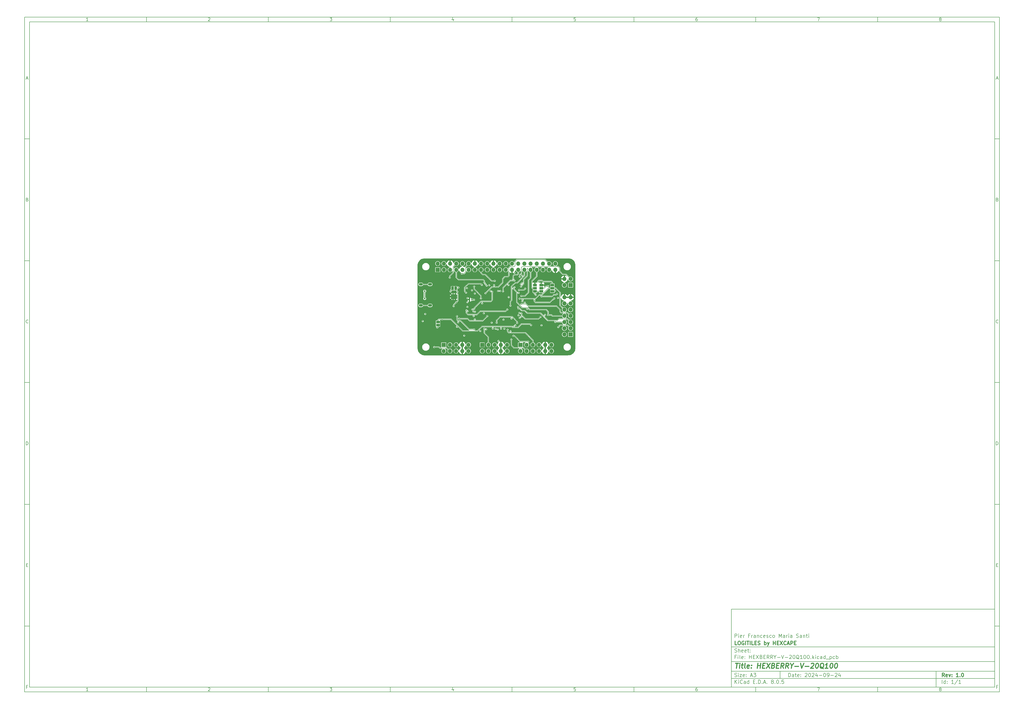
<source format=gbl>
%TF.GenerationSoftware,KiCad,Pcbnew,8.0.5-8.0.5-0~ubuntu24.04.1*%
%TF.CreationDate,2024-09-24T12:38:38+02:00*%
%TF.ProjectId,HEXBERRY-V-20Q100,48455842-4552-4525-992d-562d32305131,1.0*%
%TF.SameCoordinates,PX5f5e100PY5f5e100*%
%TF.FileFunction,Copper,L4,Bot*%
%TF.FilePolarity,Positive*%
%FSLAX46Y46*%
G04 Gerber Fmt 4.6, Leading zero omitted, Abs format (unit mm)*
G04 Created by KiCad (PCBNEW 8.0.5-8.0.5-0~ubuntu24.04.1) date 2024-09-24 12:38:38*
%MOMM*%
%LPD*%
G01*
G04 APERTURE LIST*
G04 Aperture macros list*
%AMRoundRect*
0 Rectangle with rounded corners*
0 $1 Rounding radius*
0 $2 $3 $4 $5 $6 $7 $8 $9 X,Y pos of 4 corners*
0 Add a 4 corners polygon primitive as box body*
4,1,4,$2,$3,$4,$5,$6,$7,$8,$9,$2,$3,0*
0 Add four circle primitives for the rounded corners*
1,1,$1+$1,$2,$3*
1,1,$1+$1,$4,$5*
1,1,$1+$1,$6,$7*
1,1,$1+$1,$8,$9*
0 Add four rect primitives between the rounded corners*
20,1,$1+$1,$2,$3,$4,$5,0*
20,1,$1+$1,$4,$5,$6,$7,0*
20,1,$1+$1,$6,$7,$8,$9,0*
20,1,$1+$1,$8,$9,$2,$3,0*%
G04 Aperture macros list end*
%ADD10C,0.100000*%
%ADD11C,0.150000*%
%ADD12C,0.300000*%
%ADD13C,0.400000*%
%TA.AperFunction,ComponentPad*%
%ADD14R,1.700000X1.700000*%
%TD*%
%TA.AperFunction,ComponentPad*%
%ADD15O,1.700000X1.700000*%
%TD*%
%TA.AperFunction,ComponentPad*%
%ADD16O,1.700000X1.100000*%
%TD*%
%TA.AperFunction,HeatsinkPad*%
%ADD17C,0.500000*%
%TD*%
%TA.AperFunction,HeatsinkPad*%
%ADD18R,2.380000X1.650000*%
%TD*%
%TA.AperFunction,SMDPad,CuDef*%
%ADD19R,1.500000X1.000000*%
%TD*%
%TA.AperFunction,SMDPad,CuDef*%
%ADD20R,1.000000X1.500000*%
%TD*%
%TA.AperFunction,SMDPad,CuDef*%
%ADD21RoundRect,0.135000X-0.135000X-0.185000X0.135000X-0.185000X0.135000X0.185000X-0.135000X0.185000X0*%
%TD*%
%TA.AperFunction,ViaPad*%
%ADD22C,0.457200*%
%TD*%
%TA.AperFunction,ViaPad*%
%ADD23C,0.635000*%
%TD*%
%TA.AperFunction,Conductor*%
%ADD24C,0.152400*%
%TD*%
%TA.AperFunction,Conductor*%
%ADD25C,0.254000*%
%TD*%
%TA.AperFunction,Conductor*%
%ADD26C,0.136800*%
%TD*%
%TA.AperFunction,Conductor*%
%ADD27C,0.136840*%
%TD*%
G04 APERTURE END LIST*
D10*
D11*
X199989000Y-153002200D02*
X307989000Y-153002200D01*
X307989000Y-185002200D01*
X199989000Y-185002200D01*
X199989000Y-153002200D01*
D10*
D11*
X-90000000Y90000000D02*
X309989000Y90000000D01*
X309989000Y-187002200D01*
X-90000000Y-187002200D01*
X-90000000Y90000000D01*
D10*
D11*
X-88000000Y88000000D02*
X307989000Y88000000D01*
X307989000Y-185002200D01*
X-88000000Y-185002200D01*
X-88000000Y88000000D01*
D10*
D11*
X-40000000Y88000000D02*
X-40000000Y90000000D01*
D10*
D11*
X10000000Y88000000D02*
X10000000Y90000000D01*
D10*
D11*
X60000000Y88000000D02*
X60000000Y90000000D01*
D10*
D11*
X110000000Y88000000D02*
X110000000Y90000000D01*
D10*
D11*
X160000000Y88000000D02*
X160000000Y90000000D01*
D10*
D11*
X210000000Y88000000D02*
X210000000Y90000000D01*
D10*
D11*
X260000000Y88000000D02*
X260000000Y90000000D01*
D10*
D11*
X-63910840Y88406396D02*
X-64653697Y88406396D01*
X-64282269Y88406396D02*
X-64282269Y89706396D01*
X-64282269Y89706396D02*
X-64406078Y89520681D01*
X-64406078Y89520681D02*
X-64529888Y89396872D01*
X-64529888Y89396872D02*
X-64653697Y89334967D01*
D10*
D11*
X-14653697Y89582586D02*
X-14591793Y89644491D01*
X-14591793Y89644491D02*
X-14467983Y89706396D01*
X-14467983Y89706396D02*
X-14158459Y89706396D01*
X-14158459Y89706396D02*
X-14034650Y89644491D01*
X-14034650Y89644491D02*
X-13972745Y89582586D01*
X-13972745Y89582586D02*
X-13910840Y89458777D01*
X-13910840Y89458777D02*
X-13910840Y89334967D01*
X-13910840Y89334967D02*
X-13972745Y89149253D01*
X-13972745Y89149253D02*
X-14715602Y88406396D01*
X-14715602Y88406396D02*
X-13910840Y88406396D01*
D10*
D11*
X35284398Y89706396D02*
X36089160Y89706396D01*
X36089160Y89706396D02*
X35655826Y89211158D01*
X35655826Y89211158D02*
X35841541Y89211158D01*
X35841541Y89211158D02*
X35965350Y89149253D01*
X35965350Y89149253D02*
X36027255Y89087348D01*
X36027255Y89087348D02*
X36089160Y88963539D01*
X36089160Y88963539D02*
X36089160Y88654015D01*
X36089160Y88654015D02*
X36027255Y88530205D01*
X36027255Y88530205D02*
X35965350Y88468300D01*
X35965350Y88468300D02*
X35841541Y88406396D01*
X35841541Y88406396D02*
X35470112Y88406396D01*
X35470112Y88406396D02*
X35346303Y88468300D01*
X35346303Y88468300D02*
X35284398Y88530205D01*
D10*
D11*
X85965350Y89273062D02*
X85965350Y88406396D01*
X85655826Y89768300D02*
X85346303Y88839729D01*
X85346303Y88839729D02*
X86151064Y88839729D01*
D10*
D11*
X136027255Y89706396D02*
X135408207Y89706396D01*
X135408207Y89706396D02*
X135346303Y89087348D01*
X135346303Y89087348D02*
X135408207Y89149253D01*
X135408207Y89149253D02*
X135532017Y89211158D01*
X135532017Y89211158D02*
X135841541Y89211158D01*
X135841541Y89211158D02*
X135965350Y89149253D01*
X135965350Y89149253D02*
X136027255Y89087348D01*
X136027255Y89087348D02*
X136089160Y88963539D01*
X136089160Y88963539D02*
X136089160Y88654015D01*
X136089160Y88654015D02*
X136027255Y88530205D01*
X136027255Y88530205D02*
X135965350Y88468300D01*
X135965350Y88468300D02*
X135841541Y88406396D01*
X135841541Y88406396D02*
X135532017Y88406396D01*
X135532017Y88406396D02*
X135408207Y88468300D01*
X135408207Y88468300D02*
X135346303Y88530205D01*
D10*
D11*
X185965350Y89706396D02*
X185717731Y89706396D01*
X185717731Y89706396D02*
X185593922Y89644491D01*
X185593922Y89644491D02*
X185532017Y89582586D01*
X185532017Y89582586D02*
X185408207Y89396872D01*
X185408207Y89396872D02*
X185346303Y89149253D01*
X185346303Y89149253D02*
X185346303Y88654015D01*
X185346303Y88654015D02*
X185408207Y88530205D01*
X185408207Y88530205D02*
X185470112Y88468300D01*
X185470112Y88468300D02*
X185593922Y88406396D01*
X185593922Y88406396D02*
X185841541Y88406396D01*
X185841541Y88406396D02*
X185965350Y88468300D01*
X185965350Y88468300D02*
X186027255Y88530205D01*
X186027255Y88530205D02*
X186089160Y88654015D01*
X186089160Y88654015D02*
X186089160Y88963539D01*
X186089160Y88963539D02*
X186027255Y89087348D01*
X186027255Y89087348D02*
X185965350Y89149253D01*
X185965350Y89149253D02*
X185841541Y89211158D01*
X185841541Y89211158D02*
X185593922Y89211158D01*
X185593922Y89211158D02*
X185470112Y89149253D01*
X185470112Y89149253D02*
X185408207Y89087348D01*
X185408207Y89087348D02*
X185346303Y88963539D01*
D10*
D11*
X235284398Y89706396D02*
X236151064Y89706396D01*
X236151064Y89706396D02*
X235593922Y88406396D01*
D10*
D11*
X285593922Y89149253D02*
X285470112Y89211158D01*
X285470112Y89211158D02*
X285408207Y89273062D01*
X285408207Y89273062D02*
X285346303Y89396872D01*
X285346303Y89396872D02*
X285346303Y89458777D01*
X285346303Y89458777D02*
X285408207Y89582586D01*
X285408207Y89582586D02*
X285470112Y89644491D01*
X285470112Y89644491D02*
X285593922Y89706396D01*
X285593922Y89706396D02*
X285841541Y89706396D01*
X285841541Y89706396D02*
X285965350Y89644491D01*
X285965350Y89644491D02*
X286027255Y89582586D01*
X286027255Y89582586D02*
X286089160Y89458777D01*
X286089160Y89458777D02*
X286089160Y89396872D01*
X286089160Y89396872D02*
X286027255Y89273062D01*
X286027255Y89273062D02*
X285965350Y89211158D01*
X285965350Y89211158D02*
X285841541Y89149253D01*
X285841541Y89149253D02*
X285593922Y89149253D01*
X285593922Y89149253D02*
X285470112Y89087348D01*
X285470112Y89087348D02*
X285408207Y89025443D01*
X285408207Y89025443D02*
X285346303Y88901634D01*
X285346303Y88901634D02*
X285346303Y88654015D01*
X285346303Y88654015D02*
X285408207Y88530205D01*
X285408207Y88530205D02*
X285470112Y88468300D01*
X285470112Y88468300D02*
X285593922Y88406396D01*
X285593922Y88406396D02*
X285841541Y88406396D01*
X285841541Y88406396D02*
X285965350Y88468300D01*
X285965350Y88468300D02*
X286027255Y88530205D01*
X286027255Y88530205D02*
X286089160Y88654015D01*
X286089160Y88654015D02*
X286089160Y88901634D01*
X286089160Y88901634D02*
X286027255Y89025443D01*
X286027255Y89025443D02*
X285965350Y89087348D01*
X285965350Y89087348D02*
X285841541Y89149253D01*
D10*
D11*
X-40000000Y-185002200D02*
X-40000000Y-187002200D01*
D10*
D11*
X10000000Y-185002200D02*
X10000000Y-187002200D01*
D10*
D11*
X60000000Y-185002200D02*
X60000000Y-187002200D01*
D10*
D11*
X110000000Y-185002200D02*
X110000000Y-187002200D01*
D10*
D11*
X160000000Y-185002200D02*
X160000000Y-187002200D01*
D10*
D11*
X210000000Y-185002200D02*
X210000000Y-187002200D01*
D10*
D11*
X260000000Y-185002200D02*
X260000000Y-187002200D01*
D10*
D11*
X-63910840Y-186595804D02*
X-64653697Y-186595804D01*
X-64282269Y-186595804D02*
X-64282269Y-185295804D01*
X-64282269Y-185295804D02*
X-64406078Y-185481519D01*
X-64406078Y-185481519D02*
X-64529888Y-185605328D01*
X-64529888Y-185605328D02*
X-64653697Y-185667233D01*
D10*
D11*
X-14653697Y-185419614D02*
X-14591793Y-185357709D01*
X-14591793Y-185357709D02*
X-14467983Y-185295804D01*
X-14467983Y-185295804D02*
X-14158459Y-185295804D01*
X-14158459Y-185295804D02*
X-14034650Y-185357709D01*
X-14034650Y-185357709D02*
X-13972745Y-185419614D01*
X-13972745Y-185419614D02*
X-13910840Y-185543423D01*
X-13910840Y-185543423D02*
X-13910840Y-185667233D01*
X-13910840Y-185667233D02*
X-13972745Y-185852947D01*
X-13972745Y-185852947D02*
X-14715602Y-186595804D01*
X-14715602Y-186595804D02*
X-13910840Y-186595804D01*
D10*
D11*
X35284398Y-185295804D02*
X36089160Y-185295804D01*
X36089160Y-185295804D02*
X35655826Y-185791042D01*
X35655826Y-185791042D02*
X35841541Y-185791042D01*
X35841541Y-185791042D02*
X35965350Y-185852947D01*
X35965350Y-185852947D02*
X36027255Y-185914852D01*
X36027255Y-185914852D02*
X36089160Y-186038661D01*
X36089160Y-186038661D02*
X36089160Y-186348185D01*
X36089160Y-186348185D02*
X36027255Y-186471995D01*
X36027255Y-186471995D02*
X35965350Y-186533900D01*
X35965350Y-186533900D02*
X35841541Y-186595804D01*
X35841541Y-186595804D02*
X35470112Y-186595804D01*
X35470112Y-186595804D02*
X35346303Y-186533900D01*
X35346303Y-186533900D02*
X35284398Y-186471995D01*
D10*
D11*
X85965350Y-185729138D02*
X85965350Y-186595804D01*
X85655826Y-185233900D02*
X85346303Y-186162471D01*
X85346303Y-186162471D02*
X86151064Y-186162471D01*
D10*
D11*
X136027255Y-185295804D02*
X135408207Y-185295804D01*
X135408207Y-185295804D02*
X135346303Y-185914852D01*
X135346303Y-185914852D02*
X135408207Y-185852947D01*
X135408207Y-185852947D02*
X135532017Y-185791042D01*
X135532017Y-185791042D02*
X135841541Y-185791042D01*
X135841541Y-185791042D02*
X135965350Y-185852947D01*
X135965350Y-185852947D02*
X136027255Y-185914852D01*
X136027255Y-185914852D02*
X136089160Y-186038661D01*
X136089160Y-186038661D02*
X136089160Y-186348185D01*
X136089160Y-186348185D02*
X136027255Y-186471995D01*
X136027255Y-186471995D02*
X135965350Y-186533900D01*
X135965350Y-186533900D02*
X135841541Y-186595804D01*
X135841541Y-186595804D02*
X135532017Y-186595804D01*
X135532017Y-186595804D02*
X135408207Y-186533900D01*
X135408207Y-186533900D02*
X135346303Y-186471995D01*
D10*
D11*
X185965350Y-185295804D02*
X185717731Y-185295804D01*
X185717731Y-185295804D02*
X185593922Y-185357709D01*
X185593922Y-185357709D02*
X185532017Y-185419614D01*
X185532017Y-185419614D02*
X185408207Y-185605328D01*
X185408207Y-185605328D02*
X185346303Y-185852947D01*
X185346303Y-185852947D02*
X185346303Y-186348185D01*
X185346303Y-186348185D02*
X185408207Y-186471995D01*
X185408207Y-186471995D02*
X185470112Y-186533900D01*
X185470112Y-186533900D02*
X185593922Y-186595804D01*
X185593922Y-186595804D02*
X185841541Y-186595804D01*
X185841541Y-186595804D02*
X185965350Y-186533900D01*
X185965350Y-186533900D02*
X186027255Y-186471995D01*
X186027255Y-186471995D02*
X186089160Y-186348185D01*
X186089160Y-186348185D02*
X186089160Y-186038661D01*
X186089160Y-186038661D02*
X186027255Y-185914852D01*
X186027255Y-185914852D02*
X185965350Y-185852947D01*
X185965350Y-185852947D02*
X185841541Y-185791042D01*
X185841541Y-185791042D02*
X185593922Y-185791042D01*
X185593922Y-185791042D02*
X185470112Y-185852947D01*
X185470112Y-185852947D02*
X185408207Y-185914852D01*
X185408207Y-185914852D02*
X185346303Y-186038661D01*
D10*
D11*
X235284398Y-185295804D02*
X236151064Y-185295804D01*
X236151064Y-185295804D02*
X235593922Y-186595804D01*
D10*
D11*
X285593922Y-185852947D02*
X285470112Y-185791042D01*
X285470112Y-185791042D02*
X285408207Y-185729138D01*
X285408207Y-185729138D02*
X285346303Y-185605328D01*
X285346303Y-185605328D02*
X285346303Y-185543423D01*
X285346303Y-185543423D02*
X285408207Y-185419614D01*
X285408207Y-185419614D02*
X285470112Y-185357709D01*
X285470112Y-185357709D02*
X285593922Y-185295804D01*
X285593922Y-185295804D02*
X285841541Y-185295804D01*
X285841541Y-185295804D02*
X285965350Y-185357709D01*
X285965350Y-185357709D02*
X286027255Y-185419614D01*
X286027255Y-185419614D02*
X286089160Y-185543423D01*
X286089160Y-185543423D02*
X286089160Y-185605328D01*
X286089160Y-185605328D02*
X286027255Y-185729138D01*
X286027255Y-185729138D02*
X285965350Y-185791042D01*
X285965350Y-185791042D02*
X285841541Y-185852947D01*
X285841541Y-185852947D02*
X285593922Y-185852947D01*
X285593922Y-185852947D02*
X285470112Y-185914852D01*
X285470112Y-185914852D02*
X285408207Y-185976757D01*
X285408207Y-185976757D02*
X285346303Y-186100566D01*
X285346303Y-186100566D02*
X285346303Y-186348185D01*
X285346303Y-186348185D02*
X285408207Y-186471995D01*
X285408207Y-186471995D02*
X285470112Y-186533900D01*
X285470112Y-186533900D02*
X285593922Y-186595804D01*
X285593922Y-186595804D02*
X285841541Y-186595804D01*
X285841541Y-186595804D02*
X285965350Y-186533900D01*
X285965350Y-186533900D02*
X286027255Y-186471995D01*
X286027255Y-186471995D02*
X286089160Y-186348185D01*
X286089160Y-186348185D02*
X286089160Y-186100566D01*
X286089160Y-186100566D02*
X286027255Y-185976757D01*
X286027255Y-185976757D02*
X285965350Y-185914852D01*
X285965350Y-185914852D02*
X285841541Y-185852947D01*
D10*
D11*
X-90000000Y40000000D02*
X-88000000Y40000000D01*
D10*
D11*
X-90000000Y-10000000D02*
X-88000000Y-10000000D01*
D10*
D11*
X-90000000Y-60000000D02*
X-88000000Y-60000000D01*
D10*
D11*
X-90000000Y-110000000D02*
X-88000000Y-110000000D01*
D10*
D11*
X-90000000Y-160000000D02*
X-88000000Y-160000000D01*
D10*
D11*
X-89309524Y64777824D02*
X-88690477Y64777824D01*
X-89433334Y64406396D02*
X-89000001Y65706396D01*
X-89000001Y65706396D02*
X-88566667Y64406396D01*
D10*
D11*
X-88907143Y15087348D02*
X-88721429Y15025443D01*
X-88721429Y15025443D02*
X-88659524Y14963539D01*
X-88659524Y14963539D02*
X-88597620Y14839729D01*
X-88597620Y14839729D02*
X-88597620Y14654015D01*
X-88597620Y14654015D02*
X-88659524Y14530205D01*
X-88659524Y14530205D02*
X-88721429Y14468300D01*
X-88721429Y14468300D02*
X-88845239Y14406396D01*
X-88845239Y14406396D02*
X-89340477Y14406396D01*
X-89340477Y14406396D02*
X-89340477Y15706396D01*
X-89340477Y15706396D02*
X-88907143Y15706396D01*
X-88907143Y15706396D02*
X-88783334Y15644491D01*
X-88783334Y15644491D02*
X-88721429Y15582586D01*
X-88721429Y15582586D02*
X-88659524Y15458777D01*
X-88659524Y15458777D02*
X-88659524Y15334967D01*
X-88659524Y15334967D02*
X-88721429Y15211158D01*
X-88721429Y15211158D02*
X-88783334Y15149253D01*
X-88783334Y15149253D02*
X-88907143Y15087348D01*
X-88907143Y15087348D02*
X-89340477Y15087348D01*
D10*
D11*
X-88597620Y-35469795D02*
X-88659524Y-35531700D01*
X-88659524Y-35531700D02*
X-88845239Y-35593604D01*
X-88845239Y-35593604D02*
X-88969048Y-35593604D01*
X-88969048Y-35593604D02*
X-89154762Y-35531700D01*
X-89154762Y-35531700D02*
X-89278572Y-35407890D01*
X-89278572Y-35407890D02*
X-89340477Y-35284080D01*
X-89340477Y-35284080D02*
X-89402381Y-35036461D01*
X-89402381Y-35036461D02*
X-89402381Y-34850747D01*
X-89402381Y-34850747D02*
X-89340477Y-34603128D01*
X-89340477Y-34603128D02*
X-89278572Y-34479319D01*
X-89278572Y-34479319D02*
X-89154762Y-34355509D01*
X-89154762Y-34355509D02*
X-88969048Y-34293604D01*
X-88969048Y-34293604D02*
X-88845239Y-34293604D01*
X-88845239Y-34293604D02*
X-88659524Y-34355509D01*
X-88659524Y-34355509D02*
X-88597620Y-34417414D01*
D10*
D11*
X-89340477Y-85593604D02*
X-89340477Y-84293604D01*
X-89340477Y-84293604D02*
X-89030953Y-84293604D01*
X-89030953Y-84293604D02*
X-88845239Y-84355509D01*
X-88845239Y-84355509D02*
X-88721429Y-84479319D01*
X-88721429Y-84479319D02*
X-88659524Y-84603128D01*
X-88659524Y-84603128D02*
X-88597620Y-84850747D01*
X-88597620Y-84850747D02*
X-88597620Y-85036461D01*
X-88597620Y-85036461D02*
X-88659524Y-85284080D01*
X-88659524Y-85284080D02*
X-88721429Y-85407890D01*
X-88721429Y-85407890D02*
X-88845239Y-85531700D01*
X-88845239Y-85531700D02*
X-89030953Y-85593604D01*
X-89030953Y-85593604D02*
X-89340477Y-85593604D01*
D10*
D11*
X-89278572Y-134912652D02*
X-88845238Y-134912652D01*
X-88659524Y-135593604D02*
X-89278572Y-135593604D01*
X-89278572Y-135593604D02*
X-89278572Y-134293604D01*
X-89278572Y-134293604D02*
X-88659524Y-134293604D01*
D10*
D11*
X-88814286Y-184912652D02*
X-89247620Y-184912652D01*
X-89247620Y-185593604D02*
X-89247620Y-184293604D01*
X-89247620Y-184293604D02*
X-88628572Y-184293604D01*
D10*
D11*
X309989000Y40000000D02*
X307989000Y40000000D01*
D10*
D11*
X309989000Y-10000000D02*
X307989000Y-10000000D01*
D10*
D11*
X309989000Y-60000000D02*
X307989000Y-60000000D01*
D10*
D11*
X309989000Y-110000000D02*
X307989000Y-110000000D01*
D10*
D11*
X309989000Y-160000000D02*
X307989000Y-160000000D01*
D10*
D11*
X308679476Y64777824D02*
X309298523Y64777824D01*
X308555666Y64406396D02*
X308988999Y65706396D01*
X308988999Y65706396D02*
X309422333Y64406396D01*
D10*
D11*
X309081857Y15087348D02*
X309267571Y15025443D01*
X309267571Y15025443D02*
X309329476Y14963539D01*
X309329476Y14963539D02*
X309391380Y14839729D01*
X309391380Y14839729D02*
X309391380Y14654015D01*
X309391380Y14654015D02*
X309329476Y14530205D01*
X309329476Y14530205D02*
X309267571Y14468300D01*
X309267571Y14468300D02*
X309143761Y14406396D01*
X309143761Y14406396D02*
X308648523Y14406396D01*
X308648523Y14406396D02*
X308648523Y15706396D01*
X308648523Y15706396D02*
X309081857Y15706396D01*
X309081857Y15706396D02*
X309205666Y15644491D01*
X309205666Y15644491D02*
X309267571Y15582586D01*
X309267571Y15582586D02*
X309329476Y15458777D01*
X309329476Y15458777D02*
X309329476Y15334967D01*
X309329476Y15334967D02*
X309267571Y15211158D01*
X309267571Y15211158D02*
X309205666Y15149253D01*
X309205666Y15149253D02*
X309081857Y15087348D01*
X309081857Y15087348D02*
X308648523Y15087348D01*
D10*
D11*
X309391380Y-35469795D02*
X309329476Y-35531700D01*
X309329476Y-35531700D02*
X309143761Y-35593604D01*
X309143761Y-35593604D02*
X309019952Y-35593604D01*
X309019952Y-35593604D02*
X308834238Y-35531700D01*
X308834238Y-35531700D02*
X308710428Y-35407890D01*
X308710428Y-35407890D02*
X308648523Y-35284080D01*
X308648523Y-35284080D02*
X308586619Y-35036461D01*
X308586619Y-35036461D02*
X308586619Y-34850747D01*
X308586619Y-34850747D02*
X308648523Y-34603128D01*
X308648523Y-34603128D02*
X308710428Y-34479319D01*
X308710428Y-34479319D02*
X308834238Y-34355509D01*
X308834238Y-34355509D02*
X309019952Y-34293604D01*
X309019952Y-34293604D02*
X309143761Y-34293604D01*
X309143761Y-34293604D02*
X309329476Y-34355509D01*
X309329476Y-34355509D02*
X309391380Y-34417414D01*
D10*
D11*
X308648523Y-85593604D02*
X308648523Y-84293604D01*
X308648523Y-84293604D02*
X308958047Y-84293604D01*
X308958047Y-84293604D02*
X309143761Y-84355509D01*
X309143761Y-84355509D02*
X309267571Y-84479319D01*
X309267571Y-84479319D02*
X309329476Y-84603128D01*
X309329476Y-84603128D02*
X309391380Y-84850747D01*
X309391380Y-84850747D02*
X309391380Y-85036461D01*
X309391380Y-85036461D02*
X309329476Y-85284080D01*
X309329476Y-85284080D02*
X309267571Y-85407890D01*
X309267571Y-85407890D02*
X309143761Y-85531700D01*
X309143761Y-85531700D02*
X308958047Y-85593604D01*
X308958047Y-85593604D02*
X308648523Y-85593604D01*
D10*
D11*
X308710428Y-134912652D02*
X309143762Y-134912652D01*
X309329476Y-135593604D02*
X308710428Y-135593604D01*
X308710428Y-135593604D02*
X308710428Y-134293604D01*
X308710428Y-134293604D02*
X309329476Y-134293604D01*
D10*
D11*
X309174714Y-184912652D02*
X308741380Y-184912652D01*
X308741380Y-185593604D02*
X308741380Y-184293604D01*
X308741380Y-184293604D02*
X309360428Y-184293604D01*
D10*
D11*
X223444826Y-180788328D02*
X223444826Y-179288328D01*
X223444826Y-179288328D02*
X223801969Y-179288328D01*
X223801969Y-179288328D02*
X224016255Y-179359757D01*
X224016255Y-179359757D02*
X224159112Y-179502614D01*
X224159112Y-179502614D02*
X224230541Y-179645471D01*
X224230541Y-179645471D02*
X224301969Y-179931185D01*
X224301969Y-179931185D02*
X224301969Y-180145471D01*
X224301969Y-180145471D02*
X224230541Y-180431185D01*
X224230541Y-180431185D02*
X224159112Y-180574042D01*
X224159112Y-180574042D02*
X224016255Y-180716900D01*
X224016255Y-180716900D02*
X223801969Y-180788328D01*
X223801969Y-180788328D02*
X223444826Y-180788328D01*
X225587684Y-180788328D02*
X225587684Y-180002614D01*
X225587684Y-180002614D02*
X225516255Y-179859757D01*
X225516255Y-179859757D02*
X225373398Y-179788328D01*
X225373398Y-179788328D02*
X225087684Y-179788328D01*
X225087684Y-179788328D02*
X224944826Y-179859757D01*
X225587684Y-180716900D02*
X225444826Y-180788328D01*
X225444826Y-180788328D02*
X225087684Y-180788328D01*
X225087684Y-180788328D02*
X224944826Y-180716900D01*
X224944826Y-180716900D02*
X224873398Y-180574042D01*
X224873398Y-180574042D02*
X224873398Y-180431185D01*
X224873398Y-180431185D02*
X224944826Y-180288328D01*
X224944826Y-180288328D02*
X225087684Y-180216900D01*
X225087684Y-180216900D02*
X225444826Y-180216900D01*
X225444826Y-180216900D02*
X225587684Y-180145471D01*
X226087684Y-179788328D02*
X226659112Y-179788328D01*
X226301969Y-179288328D02*
X226301969Y-180574042D01*
X226301969Y-180574042D02*
X226373398Y-180716900D01*
X226373398Y-180716900D02*
X226516255Y-180788328D01*
X226516255Y-180788328D02*
X226659112Y-180788328D01*
X227730541Y-180716900D02*
X227587684Y-180788328D01*
X227587684Y-180788328D02*
X227301970Y-180788328D01*
X227301970Y-180788328D02*
X227159112Y-180716900D01*
X227159112Y-180716900D02*
X227087684Y-180574042D01*
X227087684Y-180574042D02*
X227087684Y-180002614D01*
X227087684Y-180002614D02*
X227159112Y-179859757D01*
X227159112Y-179859757D02*
X227301970Y-179788328D01*
X227301970Y-179788328D02*
X227587684Y-179788328D01*
X227587684Y-179788328D02*
X227730541Y-179859757D01*
X227730541Y-179859757D02*
X227801970Y-180002614D01*
X227801970Y-180002614D02*
X227801970Y-180145471D01*
X227801970Y-180145471D02*
X227087684Y-180288328D01*
X228444826Y-180645471D02*
X228516255Y-180716900D01*
X228516255Y-180716900D02*
X228444826Y-180788328D01*
X228444826Y-180788328D02*
X228373398Y-180716900D01*
X228373398Y-180716900D02*
X228444826Y-180645471D01*
X228444826Y-180645471D02*
X228444826Y-180788328D01*
X228444826Y-179859757D02*
X228516255Y-179931185D01*
X228516255Y-179931185D02*
X228444826Y-180002614D01*
X228444826Y-180002614D02*
X228373398Y-179931185D01*
X228373398Y-179931185D02*
X228444826Y-179859757D01*
X228444826Y-179859757D02*
X228444826Y-180002614D01*
X230230541Y-179431185D02*
X230301969Y-179359757D01*
X230301969Y-179359757D02*
X230444827Y-179288328D01*
X230444827Y-179288328D02*
X230801969Y-179288328D01*
X230801969Y-179288328D02*
X230944827Y-179359757D01*
X230944827Y-179359757D02*
X231016255Y-179431185D01*
X231016255Y-179431185D02*
X231087684Y-179574042D01*
X231087684Y-179574042D02*
X231087684Y-179716900D01*
X231087684Y-179716900D02*
X231016255Y-179931185D01*
X231016255Y-179931185D02*
X230159112Y-180788328D01*
X230159112Y-180788328D02*
X231087684Y-180788328D01*
X232016255Y-179288328D02*
X232159112Y-179288328D01*
X232159112Y-179288328D02*
X232301969Y-179359757D01*
X232301969Y-179359757D02*
X232373398Y-179431185D01*
X232373398Y-179431185D02*
X232444826Y-179574042D01*
X232444826Y-179574042D02*
X232516255Y-179859757D01*
X232516255Y-179859757D02*
X232516255Y-180216900D01*
X232516255Y-180216900D02*
X232444826Y-180502614D01*
X232444826Y-180502614D02*
X232373398Y-180645471D01*
X232373398Y-180645471D02*
X232301969Y-180716900D01*
X232301969Y-180716900D02*
X232159112Y-180788328D01*
X232159112Y-180788328D02*
X232016255Y-180788328D01*
X232016255Y-180788328D02*
X231873398Y-180716900D01*
X231873398Y-180716900D02*
X231801969Y-180645471D01*
X231801969Y-180645471D02*
X231730540Y-180502614D01*
X231730540Y-180502614D02*
X231659112Y-180216900D01*
X231659112Y-180216900D02*
X231659112Y-179859757D01*
X231659112Y-179859757D02*
X231730540Y-179574042D01*
X231730540Y-179574042D02*
X231801969Y-179431185D01*
X231801969Y-179431185D02*
X231873398Y-179359757D01*
X231873398Y-179359757D02*
X232016255Y-179288328D01*
X233087683Y-179431185D02*
X233159111Y-179359757D01*
X233159111Y-179359757D02*
X233301969Y-179288328D01*
X233301969Y-179288328D02*
X233659111Y-179288328D01*
X233659111Y-179288328D02*
X233801969Y-179359757D01*
X233801969Y-179359757D02*
X233873397Y-179431185D01*
X233873397Y-179431185D02*
X233944826Y-179574042D01*
X233944826Y-179574042D02*
X233944826Y-179716900D01*
X233944826Y-179716900D02*
X233873397Y-179931185D01*
X233873397Y-179931185D02*
X233016254Y-180788328D01*
X233016254Y-180788328D02*
X233944826Y-180788328D01*
X235230540Y-179788328D02*
X235230540Y-180788328D01*
X234873397Y-179216900D02*
X234516254Y-180288328D01*
X234516254Y-180288328D02*
X235444825Y-180288328D01*
X236016253Y-180216900D02*
X237159111Y-180216900D01*
X238159111Y-179288328D02*
X238301968Y-179288328D01*
X238301968Y-179288328D02*
X238444825Y-179359757D01*
X238444825Y-179359757D02*
X238516254Y-179431185D01*
X238516254Y-179431185D02*
X238587682Y-179574042D01*
X238587682Y-179574042D02*
X238659111Y-179859757D01*
X238659111Y-179859757D02*
X238659111Y-180216900D01*
X238659111Y-180216900D02*
X238587682Y-180502614D01*
X238587682Y-180502614D02*
X238516254Y-180645471D01*
X238516254Y-180645471D02*
X238444825Y-180716900D01*
X238444825Y-180716900D02*
X238301968Y-180788328D01*
X238301968Y-180788328D02*
X238159111Y-180788328D01*
X238159111Y-180788328D02*
X238016254Y-180716900D01*
X238016254Y-180716900D02*
X237944825Y-180645471D01*
X237944825Y-180645471D02*
X237873396Y-180502614D01*
X237873396Y-180502614D02*
X237801968Y-180216900D01*
X237801968Y-180216900D02*
X237801968Y-179859757D01*
X237801968Y-179859757D02*
X237873396Y-179574042D01*
X237873396Y-179574042D02*
X237944825Y-179431185D01*
X237944825Y-179431185D02*
X238016254Y-179359757D01*
X238016254Y-179359757D02*
X238159111Y-179288328D01*
X239373396Y-180788328D02*
X239659110Y-180788328D01*
X239659110Y-180788328D02*
X239801967Y-180716900D01*
X239801967Y-180716900D02*
X239873396Y-180645471D01*
X239873396Y-180645471D02*
X240016253Y-180431185D01*
X240016253Y-180431185D02*
X240087682Y-180145471D01*
X240087682Y-180145471D02*
X240087682Y-179574042D01*
X240087682Y-179574042D02*
X240016253Y-179431185D01*
X240016253Y-179431185D02*
X239944825Y-179359757D01*
X239944825Y-179359757D02*
X239801967Y-179288328D01*
X239801967Y-179288328D02*
X239516253Y-179288328D01*
X239516253Y-179288328D02*
X239373396Y-179359757D01*
X239373396Y-179359757D02*
X239301967Y-179431185D01*
X239301967Y-179431185D02*
X239230539Y-179574042D01*
X239230539Y-179574042D02*
X239230539Y-179931185D01*
X239230539Y-179931185D02*
X239301967Y-180074042D01*
X239301967Y-180074042D02*
X239373396Y-180145471D01*
X239373396Y-180145471D02*
X239516253Y-180216900D01*
X239516253Y-180216900D02*
X239801967Y-180216900D01*
X239801967Y-180216900D02*
X239944825Y-180145471D01*
X239944825Y-180145471D02*
X240016253Y-180074042D01*
X240016253Y-180074042D02*
X240087682Y-179931185D01*
X240730538Y-180216900D02*
X241873396Y-180216900D01*
X242516253Y-179431185D02*
X242587681Y-179359757D01*
X242587681Y-179359757D02*
X242730539Y-179288328D01*
X242730539Y-179288328D02*
X243087681Y-179288328D01*
X243087681Y-179288328D02*
X243230539Y-179359757D01*
X243230539Y-179359757D02*
X243301967Y-179431185D01*
X243301967Y-179431185D02*
X243373396Y-179574042D01*
X243373396Y-179574042D02*
X243373396Y-179716900D01*
X243373396Y-179716900D02*
X243301967Y-179931185D01*
X243301967Y-179931185D02*
X242444824Y-180788328D01*
X242444824Y-180788328D02*
X243373396Y-180788328D01*
X244659110Y-179788328D02*
X244659110Y-180788328D01*
X244301967Y-179216900D02*
X243944824Y-180288328D01*
X243944824Y-180288328D02*
X244873395Y-180288328D01*
D10*
D11*
X199989000Y-181502200D02*
X307989000Y-181502200D01*
D10*
D11*
X201444826Y-183588328D02*
X201444826Y-182088328D01*
X202301969Y-183588328D02*
X201659112Y-182731185D01*
X202301969Y-182088328D02*
X201444826Y-182945471D01*
X202944826Y-183588328D02*
X202944826Y-182588328D01*
X202944826Y-182088328D02*
X202873398Y-182159757D01*
X202873398Y-182159757D02*
X202944826Y-182231185D01*
X202944826Y-182231185D02*
X203016255Y-182159757D01*
X203016255Y-182159757D02*
X202944826Y-182088328D01*
X202944826Y-182088328D02*
X202944826Y-182231185D01*
X204516255Y-183445471D02*
X204444827Y-183516900D01*
X204444827Y-183516900D02*
X204230541Y-183588328D01*
X204230541Y-183588328D02*
X204087684Y-183588328D01*
X204087684Y-183588328D02*
X203873398Y-183516900D01*
X203873398Y-183516900D02*
X203730541Y-183374042D01*
X203730541Y-183374042D02*
X203659112Y-183231185D01*
X203659112Y-183231185D02*
X203587684Y-182945471D01*
X203587684Y-182945471D02*
X203587684Y-182731185D01*
X203587684Y-182731185D02*
X203659112Y-182445471D01*
X203659112Y-182445471D02*
X203730541Y-182302614D01*
X203730541Y-182302614D02*
X203873398Y-182159757D01*
X203873398Y-182159757D02*
X204087684Y-182088328D01*
X204087684Y-182088328D02*
X204230541Y-182088328D01*
X204230541Y-182088328D02*
X204444827Y-182159757D01*
X204444827Y-182159757D02*
X204516255Y-182231185D01*
X205801970Y-183588328D02*
X205801970Y-182802614D01*
X205801970Y-182802614D02*
X205730541Y-182659757D01*
X205730541Y-182659757D02*
X205587684Y-182588328D01*
X205587684Y-182588328D02*
X205301970Y-182588328D01*
X205301970Y-182588328D02*
X205159112Y-182659757D01*
X205801970Y-183516900D02*
X205659112Y-183588328D01*
X205659112Y-183588328D02*
X205301970Y-183588328D01*
X205301970Y-183588328D02*
X205159112Y-183516900D01*
X205159112Y-183516900D02*
X205087684Y-183374042D01*
X205087684Y-183374042D02*
X205087684Y-183231185D01*
X205087684Y-183231185D02*
X205159112Y-183088328D01*
X205159112Y-183088328D02*
X205301970Y-183016900D01*
X205301970Y-183016900D02*
X205659112Y-183016900D01*
X205659112Y-183016900D02*
X205801970Y-182945471D01*
X207159113Y-183588328D02*
X207159113Y-182088328D01*
X207159113Y-183516900D02*
X207016255Y-183588328D01*
X207016255Y-183588328D02*
X206730541Y-183588328D01*
X206730541Y-183588328D02*
X206587684Y-183516900D01*
X206587684Y-183516900D02*
X206516255Y-183445471D01*
X206516255Y-183445471D02*
X206444827Y-183302614D01*
X206444827Y-183302614D02*
X206444827Y-182874042D01*
X206444827Y-182874042D02*
X206516255Y-182731185D01*
X206516255Y-182731185D02*
X206587684Y-182659757D01*
X206587684Y-182659757D02*
X206730541Y-182588328D01*
X206730541Y-182588328D02*
X207016255Y-182588328D01*
X207016255Y-182588328D02*
X207159113Y-182659757D01*
X209016255Y-182802614D02*
X209516255Y-182802614D01*
X209730541Y-183588328D02*
X209016255Y-183588328D01*
X209016255Y-183588328D02*
X209016255Y-182088328D01*
X209016255Y-182088328D02*
X209730541Y-182088328D01*
X210373398Y-183445471D02*
X210444827Y-183516900D01*
X210444827Y-183516900D02*
X210373398Y-183588328D01*
X210373398Y-183588328D02*
X210301970Y-183516900D01*
X210301970Y-183516900D02*
X210373398Y-183445471D01*
X210373398Y-183445471D02*
X210373398Y-183588328D01*
X211087684Y-183588328D02*
X211087684Y-182088328D01*
X211087684Y-182088328D02*
X211444827Y-182088328D01*
X211444827Y-182088328D02*
X211659113Y-182159757D01*
X211659113Y-182159757D02*
X211801970Y-182302614D01*
X211801970Y-182302614D02*
X211873399Y-182445471D01*
X211873399Y-182445471D02*
X211944827Y-182731185D01*
X211944827Y-182731185D02*
X211944827Y-182945471D01*
X211944827Y-182945471D02*
X211873399Y-183231185D01*
X211873399Y-183231185D02*
X211801970Y-183374042D01*
X211801970Y-183374042D02*
X211659113Y-183516900D01*
X211659113Y-183516900D02*
X211444827Y-183588328D01*
X211444827Y-183588328D02*
X211087684Y-183588328D01*
X212587684Y-183445471D02*
X212659113Y-183516900D01*
X212659113Y-183516900D02*
X212587684Y-183588328D01*
X212587684Y-183588328D02*
X212516256Y-183516900D01*
X212516256Y-183516900D02*
X212587684Y-183445471D01*
X212587684Y-183445471D02*
X212587684Y-183588328D01*
X213230542Y-183159757D02*
X213944828Y-183159757D01*
X213087685Y-183588328D02*
X213587685Y-182088328D01*
X213587685Y-182088328D02*
X214087685Y-183588328D01*
X214587684Y-183445471D02*
X214659113Y-183516900D01*
X214659113Y-183516900D02*
X214587684Y-183588328D01*
X214587684Y-183588328D02*
X214516256Y-183516900D01*
X214516256Y-183516900D02*
X214587684Y-183445471D01*
X214587684Y-183445471D02*
X214587684Y-183588328D01*
X216659113Y-182731185D02*
X216516256Y-182659757D01*
X216516256Y-182659757D02*
X216444827Y-182588328D01*
X216444827Y-182588328D02*
X216373399Y-182445471D01*
X216373399Y-182445471D02*
X216373399Y-182374042D01*
X216373399Y-182374042D02*
X216444827Y-182231185D01*
X216444827Y-182231185D02*
X216516256Y-182159757D01*
X216516256Y-182159757D02*
X216659113Y-182088328D01*
X216659113Y-182088328D02*
X216944827Y-182088328D01*
X216944827Y-182088328D02*
X217087685Y-182159757D01*
X217087685Y-182159757D02*
X217159113Y-182231185D01*
X217159113Y-182231185D02*
X217230542Y-182374042D01*
X217230542Y-182374042D02*
X217230542Y-182445471D01*
X217230542Y-182445471D02*
X217159113Y-182588328D01*
X217159113Y-182588328D02*
X217087685Y-182659757D01*
X217087685Y-182659757D02*
X216944827Y-182731185D01*
X216944827Y-182731185D02*
X216659113Y-182731185D01*
X216659113Y-182731185D02*
X216516256Y-182802614D01*
X216516256Y-182802614D02*
X216444827Y-182874042D01*
X216444827Y-182874042D02*
X216373399Y-183016900D01*
X216373399Y-183016900D02*
X216373399Y-183302614D01*
X216373399Y-183302614D02*
X216444827Y-183445471D01*
X216444827Y-183445471D02*
X216516256Y-183516900D01*
X216516256Y-183516900D02*
X216659113Y-183588328D01*
X216659113Y-183588328D02*
X216944827Y-183588328D01*
X216944827Y-183588328D02*
X217087685Y-183516900D01*
X217087685Y-183516900D02*
X217159113Y-183445471D01*
X217159113Y-183445471D02*
X217230542Y-183302614D01*
X217230542Y-183302614D02*
X217230542Y-183016900D01*
X217230542Y-183016900D02*
X217159113Y-182874042D01*
X217159113Y-182874042D02*
X217087685Y-182802614D01*
X217087685Y-182802614D02*
X216944827Y-182731185D01*
X217873398Y-183445471D02*
X217944827Y-183516900D01*
X217944827Y-183516900D02*
X217873398Y-183588328D01*
X217873398Y-183588328D02*
X217801970Y-183516900D01*
X217801970Y-183516900D02*
X217873398Y-183445471D01*
X217873398Y-183445471D02*
X217873398Y-183588328D01*
X218873399Y-182088328D02*
X219016256Y-182088328D01*
X219016256Y-182088328D02*
X219159113Y-182159757D01*
X219159113Y-182159757D02*
X219230542Y-182231185D01*
X219230542Y-182231185D02*
X219301970Y-182374042D01*
X219301970Y-182374042D02*
X219373399Y-182659757D01*
X219373399Y-182659757D02*
X219373399Y-183016900D01*
X219373399Y-183016900D02*
X219301970Y-183302614D01*
X219301970Y-183302614D02*
X219230542Y-183445471D01*
X219230542Y-183445471D02*
X219159113Y-183516900D01*
X219159113Y-183516900D02*
X219016256Y-183588328D01*
X219016256Y-183588328D02*
X218873399Y-183588328D01*
X218873399Y-183588328D02*
X218730542Y-183516900D01*
X218730542Y-183516900D02*
X218659113Y-183445471D01*
X218659113Y-183445471D02*
X218587684Y-183302614D01*
X218587684Y-183302614D02*
X218516256Y-183016900D01*
X218516256Y-183016900D02*
X218516256Y-182659757D01*
X218516256Y-182659757D02*
X218587684Y-182374042D01*
X218587684Y-182374042D02*
X218659113Y-182231185D01*
X218659113Y-182231185D02*
X218730542Y-182159757D01*
X218730542Y-182159757D02*
X218873399Y-182088328D01*
X220016255Y-183445471D02*
X220087684Y-183516900D01*
X220087684Y-183516900D02*
X220016255Y-183588328D01*
X220016255Y-183588328D02*
X219944827Y-183516900D01*
X219944827Y-183516900D02*
X220016255Y-183445471D01*
X220016255Y-183445471D02*
X220016255Y-183588328D01*
X221444827Y-182088328D02*
X220730541Y-182088328D01*
X220730541Y-182088328D02*
X220659113Y-182802614D01*
X220659113Y-182802614D02*
X220730541Y-182731185D01*
X220730541Y-182731185D02*
X220873399Y-182659757D01*
X220873399Y-182659757D02*
X221230541Y-182659757D01*
X221230541Y-182659757D02*
X221373399Y-182731185D01*
X221373399Y-182731185D02*
X221444827Y-182802614D01*
X221444827Y-182802614D02*
X221516256Y-182945471D01*
X221516256Y-182945471D02*
X221516256Y-183302614D01*
X221516256Y-183302614D02*
X221444827Y-183445471D01*
X221444827Y-183445471D02*
X221373399Y-183516900D01*
X221373399Y-183516900D02*
X221230541Y-183588328D01*
X221230541Y-183588328D02*
X220873399Y-183588328D01*
X220873399Y-183588328D02*
X220730541Y-183516900D01*
X220730541Y-183516900D02*
X220659113Y-183445471D01*
D10*
D11*
X199989000Y-178502200D02*
X307989000Y-178502200D01*
D10*
D12*
X287400653Y-180780528D02*
X286900653Y-180066242D01*
X286543510Y-180780528D02*
X286543510Y-179280528D01*
X286543510Y-179280528D02*
X287114939Y-179280528D01*
X287114939Y-179280528D02*
X287257796Y-179351957D01*
X287257796Y-179351957D02*
X287329225Y-179423385D01*
X287329225Y-179423385D02*
X287400653Y-179566242D01*
X287400653Y-179566242D02*
X287400653Y-179780528D01*
X287400653Y-179780528D02*
X287329225Y-179923385D01*
X287329225Y-179923385D02*
X287257796Y-179994814D01*
X287257796Y-179994814D02*
X287114939Y-180066242D01*
X287114939Y-180066242D02*
X286543510Y-180066242D01*
X288614939Y-180709100D02*
X288472082Y-180780528D01*
X288472082Y-180780528D02*
X288186368Y-180780528D01*
X288186368Y-180780528D02*
X288043510Y-180709100D01*
X288043510Y-180709100D02*
X287972082Y-180566242D01*
X287972082Y-180566242D02*
X287972082Y-179994814D01*
X287972082Y-179994814D02*
X288043510Y-179851957D01*
X288043510Y-179851957D02*
X288186368Y-179780528D01*
X288186368Y-179780528D02*
X288472082Y-179780528D01*
X288472082Y-179780528D02*
X288614939Y-179851957D01*
X288614939Y-179851957D02*
X288686368Y-179994814D01*
X288686368Y-179994814D02*
X288686368Y-180137671D01*
X288686368Y-180137671D02*
X287972082Y-180280528D01*
X289186367Y-179780528D02*
X289543510Y-180780528D01*
X289543510Y-180780528D02*
X289900653Y-179780528D01*
X290472081Y-180637671D02*
X290543510Y-180709100D01*
X290543510Y-180709100D02*
X290472081Y-180780528D01*
X290472081Y-180780528D02*
X290400653Y-180709100D01*
X290400653Y-180709100D02*
X290472081Y-180637671D01*
X290472081Y-180637671D02*
X290472081Y-180780528D01*
X290472081Y-179851957D02*
X290543510Y-179923385D01*
X290543510Y-179923385D02*
X290472081Y-179994814D01*
X290472081Y-179994814D02*
X290400653Y-179923385D01*
X290400653Y-179923385D02*
X290472081Y-179851957D01*
X290472081Y-179851957D02*
X290472081Y-179994814D01*
X293114939Y-180780528D02*
X292257796Y-180780528D01*
X292686367Y-180780528D02*
X292686367Y-179280528D01*
X292686367Y-179280528D02*
X292543510Y-179494814D01*
X292543510Y-179494814D02*
X292400653Y-179637671D01*
X292400653Y-179637671D02*
X292257796Y-179709100D01*
X293757795Y-180637671D02*
X293829224Y-180709100D01*
X293829224Y-180709100D02*
X293757795Y-180780528D01*
X293757795Y-180780528D02*
X293686367Y-180709100D01*
X293686367Y-180709100D02*
X293757795Y-180637671D01*
X293757795Y-180637671D02*
X293757795Y-180780528D01*
X294757796Y-179280528D02*
X294900653Y-179280528D01*
X294900653Y-179280528D02*
X295043510Y-179351957D01*
X295043510Y-179351957D02*
X295114939Y-179423385D01*
X295114939Y-179423385D02*
X295186367Y-179566242D01*
X295186367Y-179566242D02*
X295257796Y-179851957D01*
X295257796Y-179851957D02*
X295257796Y-180209100D01*
X295257796Y-180209100D02*
X295186367Y-180494814D01*
X295186367Y-180494814D02*
X295114939Y-180637671D01*
X295114939Y-180637671D02*
X295043510Y-180709100D01*
X295043510Y-180709100D02*
X294900653Y-180780528D01*
X294900653Y-180780528D02*
X294757796Y-180780528D01*
X294757796Y-180780528D02*
X294614939Y-180709100D01*
X294614939Y-180709100D02*
X294543510Y-180637671D01*
X294543510Y-180637671D02*
X294472081Y-180494814D01*
X294472081Y-180494814D02*
X294400653Y-180209100D01*
X294400653Y-180209100D02*
X294400653Y-179851957D01*
X294400653Y-179851957D02*
X294472081Y-179566242D01*
X294472081Y-179566242D02*
X294543510Y-179423385D01*
X294543510Y-179423385D02*
X294614939Y-179351957D01*
X294614939Y-179351957D02*
X294757796Y-179280528D01*
D10*
D11*
X201373398Y-180716900D02*
X201587684Y-180788328D01*
X201587684Y-180788328D02*
X201944826Y-180788328D01*
X201944826Y-180788328D02*
X202087684Y-180716900D01*
X202087684Y-180716900D02*
X202159112Y-180645471D01*
X202159112Y-180645471D02*
X202230541Y-180502614D01*
X202230541Y-180502614D02*
X202230541Y-180359757D01*
X202230541Y-180359757D02*
X202159112Y-180216900D01*
X202159112Y-180216900D02*
X202087684Y-180145471D01*
X202087684Y-180145471D02*
X201944826Y-180074042D01*
X201944826Y-180074042D02*
X201659112Y-180002614D01*
X201659112Y-180002614D02*
X201516255Y-179931185D01*
X201516255Y-179931185D02*
X201444826Y-179859757D01*
X201444826Y-179859757D02*
X201373398Y-179716900D01*
X201373398Y-179716900D02*
X201373398Y-179574042D01*
X201373398Y-179574042D02*
X201444826Y-179431185D01*
X201444826Y-179431185D02*
X201516255Y-179359757D01*
X201516255Y-179359757D02*
X201659112Y-179288328D01*
X201659112Y-179288328D02*
X202016255Y-179288328D01*
X202016255Y-179288328D02*
X202230541Y-179359757D01*
X202873397Y-180788328D02*
X202873397Y-179788328D01*
X202873397Y-179288328D02*
X202801969Y-179359757D01*
X202801969Y-179359757D02*
X202873397Y-179431185D01*
X202873397Y-179431185D02*
X202944826Y-179359757D01*
X202944826Y-179359757D02*
X202873397Y-179288328D01*
X202873397Y-179288328D02*
X202873397Y-179431185D01*
X203444826Y-179788328D02*
X204230541Y-179788328D01*
X204230541Y-179788328D02*
X203444826Y-180788328D01*
X203444826Y-180788328D02*
X204230541Y-180788328D01*
X205373398Y-180716900D02*
X205230541Y-180788328D01*
X205230541Y-180788328D02*
X204944827Y-180788328D01*
X204944827Y-180788328D02*
X204801969Y-180716900D01*
X204801969Y-180716900D02*
X204730541Y-180574042D01*
X204730541Y-180574042D02*
X204730541Y-180002614D01*
X204730541Y-180002614D02*
X204801969Y-179859757D01*
X204801969Y-179859757D02*
X204944827Y-179788328D01*
X204944827Y-179788328D02*
X205230541Y-179788328D01*
X205230541Y-179788328D02*
X205373398Y-179859757D01*
X205373398Y-179859757D02*
X205444827Y-180002614D01*
X205444827Y-180002614D02*
X205444827Y-180145471D01*
X205444827Y-180145471D02*
X204730541Y-180288328D01*
X206087683Y-180645471D02*
X206159112Y-180716900D01*
X206159112Y-180716900D02*
X206087683Y-180788328D01*
X206087683Y-180788328D02*
X206016255Y-180716900D01*
X206016255Y-180716900D02*
X206087683Y-180645471D01*
X206087683Y-180645471D02*
X206087683Y-180788328D01*
X206087683Y-179859757D02*
X206159112Y-179931185D01*
X206159112Y-179931185D02*
X206087683Y-180002614D01*
X206087683Y-180002614D02*
X206016255Y-179931185D01*
X206016255Y-179931185D02*
X206087683Y-179859757D01*
X206087683Y-179859757D02*
X206087683Y-180002614D01*
X207873398Y-180359757D02*
X208587684Y-180359757D01*
X207730541Y-180788328D02*
X208230541Y-179288328D01*
X208230541Y-179288328D02*
X208730541Y-180788328D01*
X209087683Y-179288328D02*
X210016255Y-179288328D01*
X210016255Y-179288328D02*
X209516255Y-179859757D01*
X209516255Y-179859757D02*
X209730540Y-179859757D01*
X209730540Y-179859757D02*
X209873398Y-179931185D01*
X209873398Y-179931185D02*
X209944826Y-180002614D01*
X209944826Y-180002614D02*
X210016255Y-180145471D01*
X210016255Y-180145471D02*
X210016255Y-180502614D01*
X210016255Y-180502614D02*
X209944826Y-180645471D01*
X209944826Y-180645471D02*
X209873398Y-180716900D01*
X209873398Y-180716900D02*
X209730540Y-180788328D01*
X209730540Y-180788328D02*
X209301969Y-180788328D01*
X209301969Y-180788328D02*
X209159112Y-180716900D01*
X209159112Y-180716900D02*
X209087683Y-180645471D01*
D10*
D11*
X286444826Y-183588328D02*
X286444826Y-182088328D01*
X287801970Y-183588328D02*
X287801970Y-182088328D01*
X287801970Y-183516900D02*
X287659112Y-183588328D01*
X287659112Y-183588328D02*
X287373398Y-183588328D01*
X287373398Y-183588328D02*
X287230541Y-183516900D01*
X287230541Y-183516900D02*
X287159112Y-183445471D01*
X287159112Y-183445471D02*
X287087684Y-183302614D01*
X287087684Y-183302614D02*
X287087684Y-182874042D01*
X287087684Y-182874042D02*
X287159112Y-182731185D01*
X287159112Y-182731185D02*
X287230541Y-182659757D01*
X287230541Y-182659757D02*
X287373398Y-182588328D01*
X287373398Y-182588328D02*
X287659112Y-182588328D01*
X287659112Y-182588328D02*
X287801970Y-182659757D01*
X288516255Y-183445471D02*
X288587684Y-183516900D01*
X288587684Y-183516900D02*
X288516255Y-183588328D01*
X288516255Y-183588328D02*
X288444827Y-183516900D01*
X288444827Y-183516900D02*
X288516255Y-183445471D01*
X288516255Y-183445471D02*
X288516255Y-183588328D01*
X288516255Y-182659757D02*
X288587684Y-182731185D01*
X288587684Y-182731185D02*
X288516255Y-182802614D01*
X288516255Y-182802614D02*
X288444827Y-182731185D01*
X288444827Y-182731185D02*
X288516255Y-182659757D01*
X288516255Y-182659757D02*
X288516255Y-182802614D01*
X291159113Y-183588328D02*
X290301970Y-183588328D01*
X290730541Y-183588328D02*
X290730541Y-182088328D01*
X290730541Y-182088328D02*
X290587684Y-182302614D01*
X290587684Y-182302614D02*
X290444827Y-182445471D01*
X290444827Y-182445471D02*
X290301970Y-182516900D01*
X292873398Y-182016900D02*
X291587684Y-183945471D01*
X294159113Y-183588328D02*
X293301970Y-183588328D01*
X293730541Y-183588328D02*
X293730541Y-182088328D01*
X293730541Y-182088328D02*
X293587684Y-182302614D01*
X293587684Y-182302614D02*
X293444827Y-182445471D01*
X293444827Y-182445471D02*
X293301970Y-182516900D01*
D10*
D11*
X199989000Y-174502200D02*
X307989000Y-174502200D01*
D10*
D13*
X201680728Y-175206638D02*
X202823585Y-175206638D01*
X202002157Y-177206638D02*
X202252157Y-175206638D01*
X203240252Y-177206638D02*
X203406919Y-175873304D01*
X203490252Y-175206638D02*
X203383109Y-175301876D01*
X203383109Y-175301876D02*
X203466443Y-175397114D01*
X203466443Y-175397114D02*
X203573586Y-175301876D01*
X203573586Y-175301876D02*
X203490252Y-175206638D01*
X203490252Y-175206638D02*
X203466443Y-175397114D01*
X204073586Y-175873304D02*
X204835490Y-175873304D01*
X204442633Y-175206638D02*
X204228348Y-176920923D01*
X204228348Y-176920923D02*
X204299776Y-177111400D01*
X204299776Y-177111400D02*
X204478348Y-177206638D01*
X204478348Y-177206638D02*
X204668824Y-177206638D01*
X205621205Y-177206638D02*
X205442633Y-177111400D01*
X205442633Y-177111400D02*
X205371205Y-176920923D01*
X205371205Y-176920923D02*
X205585490Y-175206638D01*
X207156919Y-177111400D02*
X206954538Y-177206638D01*
X206954538Y-177206638D02*
X206573585Y-177206638D01*
X206573585Y-177206638D02*
X206395014Y-177111400D01*
X206395014Y-177111400D02*
X206323585Y-176920923D01*
X206323585Y-176920923D02*
X206418824Y-176159019D01*
X206418824Y-176159019D02*
X206537871Y-175968542D01*
X206537871Y-175968542D02*
X206740252Y-175873304D01*
X206740252Y-175873304D02*
X207121204Y-175873304D01*
X207121204Y-175873304D02*
X207299776Y-175968542D01*
X207299776Y-175968542D02*
X207371204Y-176159019D01*
X207371204Y-176159019D02*
X207347395Y-176349495D01*
X207347395Y-176349495D02*
X206371204Y-176539971D01*
X208121205Y-177016161D02*
X208204538Y-177111400D01*
X208204538Y-177111400D02*
X208097395Y-177206638D01*
X208097395Y-177206638D02*
X208014062Y-177111400D01*
X208014062Y-177111400D02*
X208121205Y-177016161D01*
X208121205Y-177016161D02*
X208097395Y-177206638D01*
X208252157Y-175968542D02*
X208335490Y-176063780D01*
X208335490Y-176063780D02*
X208228348Y-176159019D01*
X208228348Y-176159019D02*
X208145014Y-176063780D01*
X208145014Y-176063780D02*
X208252157Y-175968542D01*
X208252157Y-175968542D02*
X208228348Y-176159019D01*
X210573586Y-177206638D02*
X210823586Y-175206638D01*
X210704539Y-176159019D02*
X211847396Y-176159019D01*
X211716443Y-177206638D02*
X211966443Y-175206638D01*
X212799777Y-176159019D02*
X213466443Y-176159019D01*
X213621205Y-177206638D02*
X212668824Y-177206638D01*
X212668824Y-177206638D02*
X212918824Y-175206638D01*
X212918824Y-175206638D02*
X213871205Y-175206638D01*
X214537872Y-175206638D02*
X215621205Y-177206638D01*
X215871205Y-175206638D02*
X214287872Y-177206638D01*
X217180729Y-176159019D02*
X217454539Y-176254257D01*
X217454539Y-176254257D02*
X217537872Y-176349495D01*
X217537872Y-176349495D02*
X217609301Y-176539971D01*
X217609301Y-176539971D02*
X217573586Y-176825685D01*
X217573586Y-176825685D02*
X217454539Y-177016161D01*
X217454539Y-177016161D02*
X217347396Y-177111400D01*
X217347396Y-177111400D02*
X217145015Y-177206638D01*
X217145015Y-177206638D02*
X216383110Y-177206638D01*
X216383110Y-177206638D02*
X216633110Y-175206638D01*
X216633110Y-175206638D02*
X217299777Y-175206638D01*
X217299777Y-175206638D02*
X217478348Y-175301876D01*
X217478348Y-175301876D02*
X217561682Y-175397114D01*
X217561682Y-175397114D02*
X217633110Y-175587590D01*
X217633110Y-175587590D02*
X217609301Y-175778066D01*
X217609301Y-175778066D02*
X217490253Y-175968542D01*
X217490253Y-175968542D02*
X217383110Y-176063780D01*
X217383110Y-176063780D02*
X217180729Y-176159019D01*
X217180729Y-176159019D02*
X216514063Y-176159019D01*
X218514063Y-176159019D02*
X219180729Y-176159019D01*
X219335491Y-177206638D02*
X218383110Y-177206638D01*
X218383110Y-177206638D02*
X218633110Y-175206638D01*
X218633110Y-175206638D02*
X219585491Y-175206638D01*
X221335491Y-177206638D02*
X220787872Y-176254257D01*
X220192634Y-177206638D02*
X220442634Y-175206638D01*
X220442634Y-175206638D02*
X221204539Y-175206638D01*
X221204539Y-175206638D02*
X221383110Y-175301876D01*
X221383110Y-175301876D02*
X221466444Y-175397114D01*
X221466444Y-175397114D02*
X221537872Y-175587590D01*
X221537872Y-175587590D02*
X221502158Y-175873304D01*
X221502158Y-175873304D02*
X221383110Y-176063780D01*
X221383110Y-176063780D02*
X221275968Y-176159019D01*
X221275968Y-176159019D02*
X221073587Y-176254257D01*
X221073587Y-176254257D02*
X220311682Y-176254257D01*
X223335491Y-177206638D02*
X222787872Y-176254257D01*
X222192634Y-177206638D02*
X222442634Y-175206638D01*
X222442634Y-175206638D02*
X223204539Y-175206638D01*
X223204539Y-175206638D02*
X223383110Y-175301876D01*
X223383110Y-175301876D02*
X223466444Y-175397114D01*
X223466444Y-175397114D02*
X223537872Y-175587590D01*
X223537872Y-175587590D02*
X223502158Y-175873304D01*
X223502158Y-175873304D02*
X223383110Y-176063780D01*
X223383110Y-176063780D02*
X223275968Y-176159019D01*
X223275968Y-176159019D02*
X223073587Y-176254257D01*
X223073587Y-176254257D02*
X222311682Y-176254257D01*
X224692634Y-176254257D02*
X224573587Y-177206638D01*
X224156920Y-175206638D02*
X224692634Y-176254257D01*
X224692634Y-176254257D02*
X225490253Y-175206638D01*
X226002158Y-176444733D02*
X227525968Y-176444733D01*
X228347396Y-175206638D02*
X228764063Y-177206638D01*
X228764063Y-177206638D02*
X229680729Y-175206638D01*
X230192634Y-176444733D02*
X231716444Y-176444733D01*
X232704539Y-175397114D02*
X232811681Y-175301876D01*
X232811681Y-175301876D02*
X233014062Y-175206638D01*
X233014062Y-175206638D02*
X233490253Y-175206638D01*
X233490253Y-175206638D02*
X233668824Y-175301876D01*
X233668824Y-175301876D02*
X233752158Y-175397114D01*
X233752158Y-175397114D02*
X233823586Y-175587590D01*
X233823586Y-175587590D02*
X233799777Y-175778066D01*
X233799777Y-175778066D02*
X233668824Y-176063780D01*
X233668824Y-176063780D02*
X232383110Y-177206638D01*
X232383110Y-177206638D02*
X233621205Y-177206638D01*
X235109301Y-175206638D02*
X235299777Y-175206638D01*
X235299777Y-175206638D02*
X235478348Y-175301876D01*
X235478348Y-175301876D02*
X235561682Y-175397114D01*
X235561682Y-175397114D02*
X235633110Y-175587590D01*
X235633110Y-175587590D02*
X235680729Y-175968542D01*
X235680729Y-175968542D02*
X235621205Y-176444733D01*
X235621205Y-176444733D02*
X235478348Y-176825685D01*
X235478348Y-176825685D02*
X235359301Y-177016161D01*
X235359301Y-177016161D02*
X235252158Y-177111400D01*
X235252158Y-177111400D02*
X235049777Y-177206638D01*
X235049777Y-177206638D02*
X234859301Y-177206638D01*
X234859301Y-177206638D02*
X234680729Y-177111400D01*
X234680729Y-177111400D02*
X234597396Y-177016161D01*
X234597396Y-177016161D02*
X234525967Y-176825685D01*
X234525967Y-176825685D02*
X234478348Y-176444733D01*
X234478348Y-176444733D02*
X234537872Y-175968542D01*
X234537872Y-175968542D02*
X234680729Y-175587590D01*
X234680729Y-175587590D02*
X234799777Y-175397114D01*
X234799777Y-175397114D02*
X234906920Y-175301876D01*
X234906920Y-175301876D02*
X235109301Y-175206638D01*
X237692634Y-177397114D02*
X237514063Y-177301876D01*
X237514063Y-177301876D02*
X237347396Y-177111400D01*
X237347396Y-177111400D02*
X237097396Y-176825685D01*
X237097396Y-176825685D02*
X236918825Y-176730447D01*
X236918825Y-176730447D02*
X236728348Y-176730447D01*
X236764063Y-177206638D02*
X236585491Y-177111400D01*
X236585491Y-177111400D02*
X236418825Y-176920923D01*
X236418825Y-176920923D02*
X236371205Y-176539971D01*
X236371205Y-176539971D02*
X236454539Y-175873304D01*
X236454539Y-175873304D02*
X236597396Y-175492352D01*
X236597396Y-175492352D02*
X236811682Y-175301876D01*
X236811682Y-175301876D02*
X237014063Y-175206638D01*
X237014063Y-175206638D02*
X237395015Y-175206638D01*
X237395015Y-175206638D02*
X237573586Y-175301876D01*
X237573586Y-175301876D02*
X237740253Y-175492352D01*
X237740253Y-175492352D02*
X237787872Y-175873304D01*
X237787872Y-175873304D02*
X237704539Y-176539971D01*
X237704539Y-176539971D02*
X237561682Y-176920923D01*
X237561682Y-176920923D02*
X237347396Y-177111400D01*
X237347396Y-177111400D02*
X237145015Y-177206638D01*
X237145015Y-177206638D02*
X236764063Y-177206638D01*
X239525967Y-177206638D02*
X238383110Y-177206638D01*
X238954539Y-177206638D02*
X239204539Y-175206638D01*
X239204539Y-175206638D02*
X238978348Y-175492352D01*
X238978348Y-175492352D02*
X238764063Y-175682828D01*
X238764063Y-175682828D02*
X238561682Y-175778066D01*
X241014063Y-175206638D02*
X241204539Y-175206638D01*
X241204539Y-175206638D02*
X241383110Y-175301876D01*
X241383110Y-175301876D02*
X241466444Y-175397114D01*
X241466444Y-175397114D02*
X241537872Y-175587590D01*
X241537872Y-175587590D02*
X241585491Y-175968542D01*
X241585491Y-175968542D02*
X241525967Y-176444733D01*
X241525967Y-176444733D02*
X241383110Y-176825685D01*
X241383110Y-176825685D02*
X241264063Y-177016161D01*
X241264063Y-177016161D02*
X241156920Y-177111400D01*
X241156920Y-177111400D02*
X240954539Y-177206638D01*
X240954539Y-177206638D02*
X240764063Y-177206638D01*
X240764063Y-177206638D02*
X240585491Y-177111400D01*
X240585491Y-177111400D02*
X240502158Y-177016161D01*
X240502158Y-177016161D02*
X240430729Y-176825685D01*
X240430729Y-176825685D02*
X240383110Y-176444733D01*
X240383110Y-176444733D02*
X240442634Y-175968542D01*
X240442634Y-175968542D02*
X240585491Y-175587590D01*
X240585491Y-175587590D02*
X240704539Y-175397114D01*
X240704539Y-175397114D02*
X240811682Y-175301876D01*
X240811682Y-175301876D02*
X241014063Y-175206638D01*
X242918825Y-175206638D02*
X243109301Y-175206638D01*
X243109301Y-175206638D02*
X243287872Y-175301876D01*
X243287872Y-175301876D02*
X243371206Y-175397114D01*
X243371206Y-175397114D02*
X243442634Y-175587590D01*
X243442634Y-175587590D02*
X243490253Y-175968542D01*
X243490253Y-175968542D02*
X243430729Y-176444733D01*
X243430729Y-176444733D02*
X243287872Y-176825685D01*
X243287872Y-176825685D02*
X243168825Y-177016161D01*
X243168825Y-177016161D02*
X243061682Y-177111400D01*
X243061682Y-177111400D02*
X242859301Y-177206638D01*
X242859301Y-177206638D02*
X242668825Y-177206638D01*
X242668825Y-177206638D02*
X242490253Y-177111400D01*
X242490253Y-177111400D02*
X242406920Y-177016161D01*
X242406920Y-177016161D02*
X242335491Y-176825685D01*
X242335491Y-176825685D02*
X242287872Y-176444733D01*
X242287872Y-176444733D02*
X242347396Y-175968542D01*
X242347396Y-175968542D02*
X242490253Y-175587590D01*
X242490253Y-175587590D02*
X242609301Y-175397114D01*
X242609301Y-175397114D02*
X242716444Y-175301876D01*
X242716444Y-175301876D02*
X242918825Y-175206638D01*
D10*
D11*
X201944826Y-172602614D02*
X201444826Y-172602614D01*
X201444826Y-173388328D02*
X201444826Y-171888328D01*
X201444826Y-171888328D02*
X202159112Y-171888328D01*
X202730540Y-173388328D02*
X202730540Y-172388328D01*
X202730540Y-171888328D02*
X202659112Y-171959757D01*
X202659112Y-171959757D02*
X202730540Y-172031185D01*
X202730540Y-172031185D02*
X202801969Y-171959757D01*
X202801969Y-171959757D02*
X202730540Y-171888328D01*
X202730540Y-171888328D02*
X202730540Y-172031185D01*
X203659112Y-173388328D02*
X203516255Y-173316900D01*
X203516255Y-173316900D02*
X203444826Y-173174042D01*
X203444826Y-173174042D02*
X203444826Y-171888328D01*
X204801969Y-173316900D02*
X204659112Y-173388328D01*
X204659112Y-173388328D02*
X204373398Y-173388328D01*
X204373398Y-173388328D02*
X204230540Y-173316900D01*
X204230540Y-173316900D02*
X204159112Y-173174042D01*
X204159112Y-173174042D02*
X204159112Y-172602614D01*
X204159112Y-172602614D02*
X204230540Y-172459757D01*
X204230540Y-172459757D02*
X204373398Y-172388328D01*
X204373398Y-172388328D02*
X204659112Y-172388328D01*
X204659112Y-172388328D02*
X204801969Y-172459757D01*
X204801969Y-172459757D02*
X204873398Y-172602614D01*
X204873398Y-172602614D02*
X204873398Y-172745471D01*
X204873398Y-172745471D02*
X204159112Y-172888328D01*
X205516254Y-173245471D02*
X205587683Y-173316900D01*
X205587683Y-173316900D02*
X205516254Y-173388328D01*
X205516254Y-173388328D02*
X205444826Y-173316900D01*
X205444826Y-173316900D02*
X205516254Y-173245471D01*
X205516254Y-173245471D02*
X205516254Y-173388328D01*
X205516254Y-172459757D02*
X205587683Y-172531185D01*
X205587683Y-172531185D02*
X205516254Y-172602614D01*
X205516254Y-172602614D02*
X205444826Y-172531185D01*
X205444826Y-172531185D02*
X205516254Y-172459757D01*
X205516254Y-172459757D02*
X205516254Y-172602614D01*
X207373397Y-173388328D02*
X207373397Y-171888328D01*
X207373397Y-172602614D02*
X208230540Y-172602614D01*
X208230540Y-173388328D02*
X208230540Y-171888328D01*
X208944826Y-172602614D02*
X209444826Y-172602614D01*
X209659112Y-173388328D02*
X208944826Y-173388328D01*
X208944826Y-173388328D02*
X208944826Y-171888328D01*
X208944826Y-171888328D02*
X209659112Y-171888328D01*
X210159112Y-171888328D02*
X211159112Y-173388328D01*
X211159112Y-171888328D02*
X210159112Y-173388328D01*
X212230540Y-172602614D02*
X212444826Y-172674042D01*
X212444826Y-172674042D02*
X212516255Y-172745471D01*
X212516255Y-172745471D02*
X212587683Y-172888328D01*
X212587683Y-172888328D02*
X212587683Y-173102614D01*
X212587683Y-173102614D02*
X212516255Y-173245471D01*
X212516255Y-173245471D02*
X212444826Y-173316900D01*
X212444826Y-173316900D02*
X212301969Y-173388328D01*
X212301969Y-173388328D02*
X211730540Y-173388328D01*
X211730540Y-173388328D02*
X211730540Y-171888328D01*
X211730540Y-171888328D02*
X212230540Y-171888328D01*
X212230540Y-171888328D02*
X212373398Y-171959757D01*
X212373398Y-171959757D02*
X212444826Y-172031185D01*
X212444826Y-172031185D02*
X212516255Y-172174042D01*
X212516255Y-172174042D02*
X212516255Y-172316900D01*
X212516255Y-172316900D02*
X212444826Y-172459757D01*
X212444826Y-172459757D02*
X212373398Y-172531185D01*
X212373398Y-172531185D02*
X212230540Y-172602614D01*
X212230540Y-172602614D02*
X211730540Y-172602614D01*
X213230540Y-172602614D02*
X213730540Y-172602614D01*
X213944826Y-173388328D02*
X213230540Y-173388328D01*
X213230540Y-173388328D02*
X213230540Y-171888328D01*
X213230540Y-171888328D02*
X213944826Y-171888328D01*
X215444826Y-173388328D02*
X214944826Y-172674042D01*
X214587683Y-173388328D02*
X214587683Y-171888328D01*
X214587683Y-171888328D02*
X215159112Y-171888328D01*
X215159112Y-171888328D02*
X215301969Y-171959757D01*
X215301969Y-171959757D02*
X215373398Y-172031185D01*
X215373398Y-172031185D02*
X215444826Y-172174042D01*
X215444826Y-172174042D02*
X215444826Y-172388328D01*
X215444826Y-172388328D02*
X215373398Y-172531185D01*
X215373398Y-172531185D02*
X215301969Y-172602614D01*
X215301969Y-172602614D02*
X215159112Y-172674042D01*
X215159112Y-172674042D02*
X214587683Y-172674042D01*
X216944826Y-173388328D02*
X216444826Y-172674042D01*
X216087683Y-173388328D02*
X216087683Y-171888328D01*
X216087683Y-171888328D02*
X216659112Y-171888328D01*
X216659112Y-171888328D02*
X216801969Y-171959757D01*
X216801969Y-171959757D02*
X216873398Y-172031185D01*
X216873398Y-172031185D02*
X216944826Y-172174042D01*
X216944826Y-172174042D02*
X216944826Y-172388328D01*
X216944826Y-172388328D02*
X216873398Y-172531185D01*
X216873398Y-172531185D02*
X216801969Y-172602614D01*
X216801969Y-172602614D02*
X216659112Y-172674042D01*
X216659112Y-172674042D02*
X216087683Y-172674042D01*
X217873398Y-172674042D02*
X217873398Y-173388328D01*
X217373398Y-171888328D02*
X217873398Y-172674042D01*
X217873398Y-172674042D02*
X218373398Y-171888328D01*
X218873397Y-172816900D02*
X220016255Y-172816900D01*
X220516255Y-171888328D02*
X221016255Y-173388328D01*
X221016255Y-173388328D02*
X221516255Y-171888328D01*
X222016254Y-172816900D02*
X223159112Y-172816900D01*
X223801969Y-172031185D02*
X223873397Y-171959757D01*
X223873397Y-171959757D02*
X224016255Y-171888328D01*
X224016255Y-171888328D02*
X224373397Y-171888328D01*
X224373397Y-171888328D02*
X224516255Y-171959757D01*
X224516255Y-171959757D02*
X224587683Y-172031185D01*
X224587683Y-172031185D02*
X224659112Y-172174042D01*
X224659112Y-172174042D02*
X224659112Y-172316900D01*
X224659112Y-172316900D02*
X224587683Y-172531185D01*
X224587683Y-172531185D02*
X223730540Y-173388328D01*
X223730540Y-173388328D02*
X224659112Y-173388328D01*
X225587683Y-171888328D02*
X225730540Y-171888328D01*
X225730540Y-171888328D02*
X225873397Y-171959757D01*
X225873397Y-171959757D02*
X225944826Y-172031185D01*
X225944826Y-172031185D02*
X226016254Y-172174042D01*
X226016254Y-172174042D02*
X226087683Y-172459757D01*
X226087683Y-172459757D02*
X226087683Y-172816900D01*
X226087683Y-172816900D02*
X226016254Y-173102614D01*
X226016254Y-173102614D02*
X225944826Y-173245471D01*
X225944826Y-173245471D02*
X225873397Y-173316900D01*
X225873397Y-173316900D02*
X225730540Y-173388328D01*
X225730540Y-173388328D02*
X225587683Y-173388328D01*
X225587683Y-173388328D02*
X225444826Y-173316900D01*
X225444826Y-173316900D02*
X225373397Y-173245471D01*
X225373397Y-173245471D02*
X225301968Y-173102614D01*
X225301968Y-173102614D02*
X225230540Y-172816900D01*
X225230540Y-172816900D02*
X225230540Y-172459757D01*
X225230540Y-172459757D02*
X225301968Y-172174042D01*
X225301968Y-172174042D02*
X225373397Y-172031185D01*
X225373397Y-172031185D02*
X225444826Y-171959757D01*
X225444826Y-171959757D02*
X225587683Y-171888328D01*
X227730539Y-173531185D02*
X227587682Y-173459757D01*
X227587682Y-173459757D02*
X227444825Y-173316900D01*
X227444825Y-173316900D02*
X227230539Y-173102614D01*
X227230539Y-173102614D02*
X227087682Y-173031185D01*
X227087682Y-173031185D02*
X226944825Y-173031185D01*
X227016254Y-173388328D02*
X226873397Y-173316900D01*
X226873397Y-173316900D02*
X226730539Y-173174042D01*
X226730539Y-173174042D02*
X226659111Y-172888328D01*
X226659111Y-172888328D02*
X226659111Y-172388328D01*
X226659111Y-172388328D02*
X226730539Y-172102614D01*
X226730539Y-172102614D02*
X226873397Y-171959757D01*
X226873397Y-171959757D02*
X227016254Y-171888328D01*
X227016254Y-171888328D02*
X227301968Y-171888328D01*
X227301968Y-171888328D02*
X227444825Y-171959757D01*
X227444825Y-171959757D02*
X227587682Y-172102614D01*
X227587682Y-172102614D02*
X227659111Y-172388328D01*
X227659111Y-172388328D02*
X227659111Y-172888328D01*
X227659111Y-172888328D02*
X227587682Y-173174042D01*
X227587682Y-173174042D02*
X227444825Y-173316900D01*
X227444825Y-173316900D02*
X227301968Y-173388328D01*
X227301968Y-173388328D02*
X227016254Y-173388328D01*
X229087683Y-173388328D02*
X228230540Y-173388328D01*
X228659111Y-173388328D02*
X228659111Y-171888328D01*
X228659111Y-171888328D02*
X228516254Y-172102614D01*
X228516254Y-172102614D02*
X228373397Y-172245471D01*
X228373397Y-172245471D02*
X228230540Y-172316900D01*
X230016254Y-171888328D02*
X230159111Y-171888328D01*
X230159111Y-171888328D02*
X230301968Y-171959757D01*
X230301968Y-171959757D02*
X230373397Y-172031185D01*
X230373397Y-172031185D02*
X230444825Y-172174042D01*
X230444825Y-172174042D02*
X230516254Y-172459757D01*
X230516254Y-172459757D02*
X230516254Y-172816900D01*
X230516254Y-172816900D02*
X230444825Y-173102614D01*
X230444825Y-173102614D02*
X230373397Y-173245471D01*
X230373397Y-173245471D02*
X230301968Y-173316900D01*
X230301968Y-173316900D02*
X230159111Y-173388328D01*
X230159111Y-173388328D02*
X230016254Y-173388328D01*
X230016254Y-173388328D02*
X229873397Y-173316900D01*
X229873397Y-173316900D02*
X229801968Y-173245471D01*
X229801968Y-173245471D02*
X229730539Y-173102614D01*
X229730539Y-173102614D02*
X229659111Y-172816900D01*
X229659111Y-172816900D02*
X229659111Y-172459757D01*
X229659111Y-172459757D02*
X229730539Y-172174042D01*
X229730539Y-172174042D02*
X229801968Y-172031185D01*
X229801968Y-172031185D02*
X229873397Y-171959757D01*
X229873397Y-171959757D02*
X230016254Y-171888328D01*
X231444825Y-171888328D02*
X231587682Y-171888328D01*
X231587682Y-171888328D02*
X231730539Y-171959757D01*
X231730539Y-171959757D02*
X231801968Y-172031185D01*
X231801968Y-172031185D02*
X231873396Y-172174042D01*
X231873396Y-172174042D02*
X231944825Y-172459757D01*
X231944825Y-172459757D02*
X231944825Y-172816900D01*
X231944825Y-172816900D02*
X231873396Y-173102614D01*
X231873396Y-173102614D02*
X231801968Y-173245471D01*
X231801968Y-173245471D02*
X231730539Y-173316900D01*
X231730539Y-173316900D02*
X231587682Y-173388328D01*
X231587682Y-173388328D02*
X231444825Y-173388328D01*
X231444825Y-173388328D02*
X231301968Y-173316900D01*
X231301968Y-173316900D02*
X231230539Y-173245471D01*
X231230539Y-173245471D02*
X231159110Y-173102614D01*
X231159110Y-173102614D02*
X231087682Y-172816900D01*
X231087682Y-172816900D02*
X231087682Y-172459757D01*
X231087682Y-172459757D02*
X231159110Y-172174042D01*
X231159110Y-172174042D02*
X231230539Y-172031185D01*
X231230539Y-172031185D02*
X231301968Y-171959757D01*
X231301968Y-171959757D02*
X231444825Y-171888328D01*
X232587681Y-173245471D02*
X232659110Y-173316900D01*
X232659110Y-173316900D02*
X232587681Y-173388328D01*
X232587681Y-173388328D02*
X232516253Y-173316900D01*
X232516253Y-173316900D02*
X232587681Y-173245471D01*
X232587681Y-173245471D02*
X232587681Y-173388328D01*
X233301967Y-173388328D02*
X233301967Y-171888328D01*
X233444825Y-172816900D02*
X233873396Y-173388328D01*
X233873396Y-172388328D02*
X233301967Y-172959757D01*
X234516253Y-173388328D02*
X234516253Y-172388328D01*
X234516253Y-171888328D02*
X234444825Y-171959757D01*
X234444825Y-171959757D02*
X234516253Y-172031185D01*
X234516253Y-172031185D02*
X234587682Y-171959757D01*
X234587682Y-171959757D02*
X234516253Y-171888328D01*
X234516253Y-171888328D02*
X234516253Y-172031185D01*
X235873397Y-173316900D02*
X235730539Y-173388328D01*
X235730539Y-173388328D02*
X235444825Y-173388328D01*
X235444825Y-173388328D02*
X235301968Y-173316900D01*
X235301968Y-173316900D02*
X235230539Y-173245471D01*
X235230539Y-173245471D02*
X235159111Y-173102614D01*
X235159111Y-173102614D02*
X235159111Y-172674042D01*
X235159111Y-172674042D02*
X235230539Y-172531185D01*
X235230539Y-172531185D02*
X235301968Y-172459757D01*
X235301968Y-172459757D02*
X235444825Y-172388328D01*
X235444825Y-172388328D02*
X235730539Y-172388328D01*
X235730539Y-172388328D02*
X235873397Y-172459757D01*
X237159111Y-173388328D02*
X237159111Y-172602614D01*
X237159111Y-172602614D02*
X237087682Y-172459757D01*
X237087682Y-172459757D02*
X236944825Y-172388328D01*
X236944825Y-172388328D02*
X236659111Y-172388328D01*
X236659111Y-172388328D02*
X236516253Y-172459757D01*
X237159111Y-173316900D02*
X237016253Y-173388328D01*
X237016253Y-173388328D02*
X236659111Y-173388328D01*
X236659111Y-173388328D02*
X236516253Y-173316900D01*
X236516253Y-173316900D02*
X236444825Y-173174042D01*
X236444825Y-173174042D02*
X236444825Y-173031185D01*
X236444825Y-173031185D02*
X236516253Y-172888328D01*
X236516253Y-172888328D02*
X236659111Y-172816900D01*
X236659111Y-172816900D02*
X237016253Y-172816900D01*
X237016253Y-172816900D02*
X237159111Y-172745471D01*
X238516254Y-173388328D02*
X238516254Y-171888328D01*
X238516254Y-173316900D02*
X238373396Y-173388328D01*
X238373396Y-173388328D02*
X238087682Y-173388328D01*
X238087682Y-173388328D02*
X237944825Y-173316900D01*
X237944825Y-173316900D02*
X237873396Y-173245471D01*
X237873396Y-173245471D02*
X237801968Y-173102614D01*
X237801968Y-173102614D02*
X237801968Y-172674042D01*
X237801968Y-172674042D02*
X237873396Y-172531185D01*
X237873396Y-172531185D02*
X237944825Y-172459757D01*
X237944825Y-172459757D02*
X238087682Y-172388328D01*
X238087682Y-172388328D02*
X238373396Y-172388328D01*
X238373396Y-172388328D02*
X238516254Y-172459757D01*
X238873397Y-173531185D02*
X240016254Y-173531185D01*
X240373396Y-172388328D02*
X240373396Y-173888328D01*
X240373396Y-172459757D02*
X240516254Y-172388328D01*
X240516254Y-172388328D02*
X240801968Y-172388328D01*
X240801968Y-172388328D02*
X240944825Y-172459757D01*
X240944825Y-172459757D02*
X241016254Y-172531185D01*
X241016254Y-172531185D02*
X241087682Y-172674042D01*
X241087682Y-172674042D02*
X241087682Y-173102614D01*
X241087682Y-173102614D02*
X241016254Y-173245471D01*
X241016254Y-173245471D02*
X240944825Y-173316900D01*
X240944825Y-173316900D02*
X240801968Y-173388328D01*
X240801968Y-173388328D02*
X240516254Y-173388328D01*
X240516254Y-173388328D02*
X240373396Y-173316900D01*
X242373397Y-173316900D02*
X242230539Y-173388328D01*
X242230539Y-173388328D02*
X241944825Y-173388328D01*
X241944825Y-173388328D02*
X241801968Y-173316900D01*
X241801968Y-173316900D02*
X241730539Y-173245471D01*
X241730539Y-173245471D02*
X241659111Y-173102614D01*
X241659111Y-173102614D02*
X241659111Y-172674042D01*
X241659111Y-172674042D02*
X241730539Y-172531185D01*
X241730539Y-172531185D02*
X241801968Y-172459757D01*
X241801968Y-172459757D02*
X241944825Y-172388328D01*
X241944825Y-172388328D02*
X242230539Y-172388328D01*
X242230539Y-172388328D02*
X242373397Y-172459757D01*
X243016253Y-173388328D02*
X243016253Y-171888328D01*
X243016253Y-172459757D02*
X243159111Y-172388328D01*
X243159111Y-172388328D02*
X243444825Y-172388328D01*
X243444825Y-172388328D02*
X243587682Y-172459757D01*
X243587682Y-172459757D02*
X243659111Y-172531185D01*
X243659111Y-172531185D02*
X243730539Y-172674042D01*
X243730539Y-172674042D02*
X243730539Y-173102614D01*
X243730539Y-173102614D02*
X243659111Y-173245471D01*
X243659111Y-173245471D02*
X243587682Y-173316900D01*
X243587682Y-173316900D02*
X243444825Y-173388328D01*
X243444825Y-173388328D02*
X243159111Y-173388328D01*
X243159111Y-173388328D02*
X243016253Y-173316900D01*
D10*
D11*
X199989000Y-168502200D02*
X307989000Y-168502200D01*
D10*
D11*
X201373398Y-170616900D02*
X201587684Y-170688328D01*
X201587684Y-170688328D02*
X201944826Y-170688328D01*
X201944826Y-170688328D02*
X202087684Y-170616900D01*
X202087684Y-170616900D02*
X202159112Y-170545471D01*
X202159112Y-170545471D02*
X202230541Y-170402614D01*
X202230541Y-170402614D02*
X202230541Y-170259757D01*
X202230541Y-170259757D02*
X202159112Y-170116900D01*
X202159112Y-170116900D02*
X202087684Y-170045471D01*
X202087684Y-170045471D02*
X201944826Y-169974042D01*
X201944826Y-169974042D02*
X201659112Y-169902614D01*
X201659112Y-169902614D02*
X201516255Y-169831185D01*
X201516255Y-169831185D02*
X201444826Y-169759757D01*
X201444826Y-169759757D02*
X201373398Y-169616900D01*
X201373398Y-169616900D02*
X201373398Y-169474042D01*
X201373398Y-169474042D02*
X201444826Y-169331185D01*
X201444826Y-169331185D02*
X201516255Y-169259757D01*
X201516255Y-169259757D02*
X201659112Y-169188328D01*
X201659112Y-169188328D02*
X202016255Y-169188328D01*
X202016255Y-169188328D02*
X202230541Y-169259757D01*
X202873397Y-170688328D02*
X202873397Y-169188328D01*
X203516255Y-170688328D02*
X203516255Y-169902614D01*
X203516255Y-169902614D02*
X203444826Y-169759757D01*
X203444826Y-169759757D02*
X203301969Y-169688328D01*
X203301969Y-169688328D02*
X203087683Y-169688328D01*
X203087683Y-169688328D02*
X202944826Y-169759757D01*
X202944826Y-169759757D02*
X202873397Y-169831185D01*
X204801969Y-170616900D02*
X204659112Y-170688328D01*
X204659112Y-170688328D02*
X204373398Y-170688328D01*
X204373398Y-170688328D02*
X204230540Y-170616900D01*
X204230540Y-170616900D02*
X204159112Y-170474042D01*
X204159112Y-170474042D02*
X204159112Y-169902614D01*
X204159112Y-169902614D02*
X204230540Y-169759757D01*
X204230540Y-169759757D02*
X204373398Y-169688328D01*
X204373398Y-169688328D02*
X204659112Y-169688328D01*
X204659112Y-169688328D02*
X204801969Y-169759757D01*
X204801969Y-169759757D02*
X204873398Y-169902614D01*
X204873398Y-169902614D02*
X204873398Y-170045471D01*
X204873398Y-170045471D02*
X204159112Y-170188328D01*
X206087683Y-170616900D02*
X205944826Y-170688328D01*
X205944826Y-170688328D02*
X205659112Y-170688328D01*
X205659112Y-170688328D02*
X205516254Y-170616900D01*
X205516254Y-170616900D02*
X205444826Y-170474042D01*
X205444826Y-170474042D02*
X205444826Y-169902614D01*
X205444826Y-169902614D02*
X205516254Y-169759757D01*
X205516254Y-169759757D02*
X205659112Y-169688328D01*
X205659112Y-169688328D02*
X205944826Y-169688328D01*
X205944826Y-169688328D02*
X206087683Y-169759757D01*
X206087683Y-169759757D02*
X206159112Y-169902614D01*
X206159112Y-169902614D02*
X206159112Y-170045471D01*
X206159112Y-170045471D02*
X205444826Y-170188328D01*
X206587683Y-169688328D02*
X207159111Y-169688328D01*
X206801968Y-169188328D02*
X206801968Y-170474042D01*
X206801968Y-170474042D02*
X206873397Y-170616900D01*
X206873397Y-170616900D02*
X207016254Y-170688328D01*
X207016254Y-170688328D02*
X207159111Y-170688328D01*
X207659111Y-170545471D02*
X207730540Y-170616900D01*
X207730540Y-170616900D02*
X207659111Y-170688328D01*
X207659111Y-170688328D02*
X207587683Y-170616900D01*
X207587683Y-170616900D02*
X207659111Y-170545471D01*
X207659111Y-170545471D02*
X207659111Y-170688328D01*
X207659111Y-169759757D02*
X207730540Y-169831185D01*
X207730540Y-169831185D02*
X207659111Y-169902614D01*
X207659111Y-169902614D02*
X207587683Y-169831185D01*
X207587683Y-169831185D02*
X207659111Y-169759757D01*
X207659111Y-169759757D02*
X207659111Y-169902614D01*
D10*
D12*
X202257796Y-167680528D02*
X201543510Y-167680528D01*
X201543510Y-167680528D02*
X201543510Y-166180528D01*
X203043511Y-166180528D02*
X203329225Y-166180528D01*
X203329225Y-166180528D02*
X203472082Y-166251957D01*
X203472082Y-166251957D02*
X203614939Y-166394814D01*
X203614939Y-166394814D02*
X203686368Y-166680528D01*
X203686368Y-166680528D02*
X203686368Y-167180528D01*
X203686368Y-167180528D02*
X203614939Y-167466242D01*
X203614939Y-167466242D02*
X203472082Y-167609100D01*
X203472082Y-167609100D02*
X203329225Y-167680528D01*
X203329225Y-167680528D02*
X203043511Y-167680528D01*
X203043511Y-167680528D02*
X202900654Y-167609100D01*
X202900654Y-167609100D02*
X202757796Y-167466242D01*
X202757796Y-167466242D02*
X202686368Y-167180528D01*
X202686368Y-167180528D02*
X202686368Y-166680528D01*
X202686368Y-166680528D02*
X202757796Y-166394814D01*
X202757796Y-166394814D02*
X202900654Y-166251957D01*
X202900654Y-166251957D02*
X203043511Y-166180528D01*
X205114940Y-166251957D02*
X204972083Y-166180528D01*
X204972083Y-166180528D02*
X204757797Y-166180528D01*
X204757797Y-166180528D02*
X204543511Y-166251957D01*
X204543511Y-166251957D02*
X204400654Y-166394814D01*
X204400654Y-166394814D02*
X204329225Y-166537671D01*
X204329225Y-166537671D02*
X204257797Y-166823385D01*
X204257797Y-166823385D02*
X204257797Y-167037671D01*
X204257797Y-167037671D02*
X204329225Y-167323385D01*
X204329225Y-167323385D02*
X204400654Y-167466242D01*
X204400654Y-167466242D02*
X204543511Y-167609100D01*
X204543511Y-167609100D02*
X204757797Y-167680528D01*
X204757797Y-167680528D02*
X204900654Y-167680528D01*
X204900654Y-167680528D02*
X205114940Y-167609100D01*
X205114940Y-167609100D02*
X205186368Y-167537671D01*
X205186368Y-167537671D02*
X205186368Y-167037671D01*
X205186368Y-167037671D02*
X204900654Y-167037671D01*
X205829225Y-167680528D02*
X205829225Y-166180528D01*
X206329226Y-166180528D02*
X207186369Y-166180528D01*
X206757797Y-167680528D02*
X206757797Y-166180528D01*
X207686368Y-167680528D02*
X207686368Y-166180528D01*
X209114940Y-167680528D02*
X208400654Y-167680528D01*
X208400654Y-167680528D02*
X208400654Y-166180528D01*
X209614940Y-166894814D02*
X210114940Y-166894814D01*
X210329226Y-167680528D02*
X209614940Y-167680528D01*
X209614940Y-167680528D02*
X209614940Y-166180528D01*
X209614940Y-166180528D02*
X210329226Y-166180528D01*
X210900655Y-167609100D02*
X211114941Y-167680528D01*
X211114941Y-167680528D02*
X211472083Y-167680528D01*
X211472083Y-167680528D02*
X211614941Y-167609100D01*
X211614941Y-167609100D02*
X211686369Y-167537671D01*
X211686369Y-167537671D02*
X211757798Y-167394814D01*
X211757798Y-167394814D02*
X211757798Y-167251957D01*
X211757798Y-167251957D02*
X211686369Y-167109100D01*
X211686369Y-167109100D02*
X211614941Y-167037671D01*
X211614941Y-167037671D02*
X211472083Y-166966242D01*
X211472083Y-166966242D02*
X211186369Y-166894814D01*
X211186369Y-166894814D02*
X211043512Y-166823385D01*
X211043512Y-166823385D02*
X210972083Y-166751957D01*
X210972083Y-166751957D02*
X210900655Y-166609100D01*
X210900655Y-166609100D02*
X210900655Y-166466242D01*
X210900655Y-166466242D02*
X210972083Y-166323385D01*
X210972083Y-166323385D02*
X211043512Y-166251957D01*
X211043512Y-166251957D02*
X211186369Y-166180528D01*
X211186369Y-166180528D02*
X211543512Y-166180528D01*
X211543512Y-166180528D02*
X211757798Y-166251957D01*
X213543511Y-167680528D02*
X213543511Y-166180528D01*
X213543511Y-166751957D02*
X213686369Y-166680528D01*
X213686369Y-166680528D02*
X213972083Y-166680528D01*
X213972083Y-166680528D02*
X214114940Y-166751957D01*
X214114940Y-166751957D02*
X214186369Y-166823385D01*
X214186369Y-166823385D02*
X214257797Y-166966242D01*
X214257797Y-166966242D02*
X214257797Y-167394814D01*
X214257797Y-167394814D02*
X214186369Y-167537671D01*
X214186369Y-167537671D02*
X214114940Y-167609100D01*
X214114940Y-167609100D02*
X213972083Y-167680528D01*
X213972083Y-167680528D02*
X213686369Y-167680528D01*
X213686369Y-167680528D02*
X213543511Y-167609100D01*
X214757797Y-166680528D02*
X215114940Y-167680528D01*
X215472083Y-166680528D02*
X215114940Y-167680528D01*
X215114940Y-167680528D02*
X214972083Y-168037671D01*
X214972083Y-168037671D02*
X214900654Y-168109100D01*
X214900654Y-168109100D02*
X214757797Y-168180528D01*
X217186368Y-167680528D02*
X217186368Y-166180528D01*
X217186368Y-166894814D02*
X218043511Y-166894814D01*
X218043511Y-167680528D02*
X218043511Y-166180528D01*
X218757797Y-166894814D02*
X219257797Y-166894814D01*
X219472083Y-167680528D02*
X218757797Y-167680528D01*
X218757797Y-167680528D02*
X218757797Y-166180528D01*
X218757797Y-166180528D02*
X219472083Y-166180528D01*
X219972083Y-166180528D02*
X220972083Y-167680528D01*
X220972083Y-166180528D02*
X219972083Y-167680528D01*
X222400654Y-167537671D02*
X222329226Y-167609100D01*
X222329226Y-167609100D02*
X222114940Y-167680528D01*
X222114940Y-167680528D02*
X221972083Y-167680528D01*
X221972083Y-167680528D02*
X221757797Y-167609100D01*
X221757797Y-167609100D02*
X221614940Y-167466242D01*
X221614940Y-167466242D02*
X221543511Y-167323385D01*
X221543511Y-167323385D02*
X221472083Y-167037671D01*
X221472083Y-167037671D02*
X221472083Y-166823385D01*
X221472083Y-166823385D02*
X221543511Y-166537671D01*
X221543511Y-166537671D02*
X221614940Y-166394814D01*
X221614940Y-166394814D02*
X221757797Y-166251957D01*
X221757797Y-166251957D02*
X221972083Y-166180528D01*
X221972083Y-166180528D02*
X222114940Y-166180528D01*
X222114940Y-166180528D02*
X222329226Y-166251957D01*
X222329226Y-166251957D02*
X222400654Y-166323385D01*
X222972083Y-167251957D02*
X223686369Y-167251957D01*
X222829226Y-167680528D02*
X223329226Y-166180528D01*
X223329226Y-166180528D02*
X223829226Y-167680528D01*
X224329225Y-167680528D02*
X224329225Y-166180528D01*
X224329225Y-166180528D02*
X224900654Y-166180528D01*
X224900654Y-166180528D02*
X225043511Y-166251957D01*
X225043511Y-166251957D02*
X225114940Y-166323385D01*
X225114940Y-166323385D02*
X225186368Y-166466242D01*
X225186368Y-166466242D02*
X225186368Y-166680528D01*
X225186368Y-166680528D02*
X225114940Y-166823385D01*
X225114940Y-166823385D02*
X225043511Y-166894814D01*
X225043511Y-166894814D02*
X224900654Y-166966242D01*
X224900654Y-166966242D02*
X224329225Y-166966242D01*
X225829225Y-166894814D02*
X226329225Y-166894814D01*
X226543511Y-167680528D02*
X225829225Y-167680528D01*
X225829225Y-167680528D02*
X225829225Y-166180528D01*
X225829225Y-166180528D02*
X226543511Y-166180528D01*
D10*
D11*
X201444826Y-164688328D02*
X201444826Y-163188328D01*
X201444826Y-163188328D02*
X202016255Y-163188328D01*
X202016255Y-163188328D02*
X202159112Y-163259757D01*
X202159112Y-163259757D02*
X202230541Y-163331185D01*
X202230541Y-163331185D02*
X202301969Y-163474042D01*
X202301969Y-163474042D02*
X202301969Y-163688328D01*
X202301969Y-163688328D02*
X202230541Y-163831185D01*
X202230541Y-163831185D02*
X202159112Y-163902614D01*
X202159112Y-163902614D02*
X202016255Y-163974042D01*
X202016255Y-163974042D02*
X201444826Y-163974042D01*
X202944826Y-164688328D02*
X202944826Y-163688328D01*
X202944826Y-163188328D02*
X202873398Y-163259757D01*
X202873398Y-163259757D02*
X202944826Y-163331185D01*
X202944826Y-163331185D02*
X203016255Y-163259757D01*
X203016255Y-163259757D02*
X202944826Y-163188328D01*
X202944826Y-163188328D02*
X202944826Y-163331185D01*
X204230541Y-164616900D02*
X204087684Y-164688328D01*
X204087684Y-164688328D02*
X203801970Y-164688328D01*
X203801970Y-164688328D02*
X203659112Y-164616900D01*
X203659112Y-164616900D02*
X203587684Y-164474042D01*
X203587684Y-164474042D02*
X203587684Y-163902614D01*
X203587684Y-163902614D02*
X203659112Y-163759757D01*
X203659112Y-163759757D02*
X203801970Y-163688328D01*
X203801970Y-163688328D02*
X204087684Y-163688328D01*
X204087684Y-163688328D02*
X204230541Y-163759757D01*
X204230541Y-163759757D02*
X204301970Y-163902614D01*
X204301970Y-163902614D02*
X204301970Y-164045471D01*
X204301970Y-164045471D02*
X203587684Y-164188328D01*
X204944826Y-164688328D02*
X204944826Y-163688328D01*
X204944826Y-163974042D02*
X205016255Y-163831185D01*
X205016255Y-163831185D02*
X205087684Y-163759757D01*
X205087684Y-163759757D02*
X205230541Y-163688328D01*
X205230541Y-163688328D02*
X205373398Y-163688328D01*
X207516254Y-163902614D02*
X207016254Y-163902614D01*
X207016254Y-164688328D02*
X207016254Y-163188328D01*
X207016254Y-163188328D02*
X207730540Y-163188328D01*
X208301968Y-164688328D02*
X208301968Y-163688328D01*
X208301968Y-163974042D02*
X208373397Y-163831185D01*
X208373397Y-163831185D02*
X208444826Y-163759757D01*
X208444826Y-163759757D02*
X208587683Y-163688328D01*
X208587683Y-163688328D02*
X208730540Y-163688328D01*
X209873397Y-164688328D02*
X209873397Y-163902614D01*
X209873397Y-163902614D02*
X209801968Y-163759757D01*
X209801968Y-163759757D02*
X209659111Y-163688328D01*
X209659111Y-163688328D02*
X209373397Y-163688328D01*
X209373397Y-163688328D02*
X209230539Y-163759757D01*
X209873397Y-164616900D02*
X209730539Y-164688328D01*
X209730539Y-164688328D02*
X209373397Y-164688328D01*
X209373397Y-164688328D02*
X209230539Y-164616900D01*
X209230539Y-164616900D02*
X209159111Y-164474042D01*
X209159111Y-164474042D02*
X209159111Y-164331185D01*
X209159111Y-164331185D02*
X209230539Y-164188328D01*
X209230539Y-164188328D02*
X209373397Y-164116900D01*
X209373397Y-164116900D02*
X209730539Y-164116900D01*
X209730539Y-164116900D02*
X209873397Y-164045471D01*
X210587682Y-163688328D02*
X210587682Y-164688328D01*
X210587682Y-163831185D02*
X210659111Y-163759757D01*
X210659111Y-163759757D02*
X210801968Y-163688328D01*
X210801968Y-163688328D02*
X211016254Y-163688328D01*
X211016254Y-163688328D02*
X211159111Y-163759757D01*
X211159111Y-163759757D02*
X211230540Y-163902614D01*
X211230540Y-163902614D02*
X211230540Y-164688328D01*
X212587683Y-164616900D02*
X212444825Y-164688328D01*
X212444825Y-164688328D02*
X212159111Y-164688328D01*
X212159111Y-164688328D02*
X212016254Y-164616900D01*
X212016254Y-164616900D02*
X211944825Y-164545471D01*
X211944825Y-164545471D02*
X211873397Y-164402614D01*
X211873397Y-164402614D02*
X211873397Y-163974042D01*
X211873397Y-163974042D02*
X211944825Y-163831185D01*
X211944825Y-163831185D02*
X212016254Y-163759757D01*
X212016254Y-163759757D02*
X212159111Y-163688328D01*
X212159111Y-163688328D02*
X212444825Y-163688328D01*
X212444825Y-163688328D02*
X212587683Y-163759757D01*
X213801968Y-164616900D02*
X213659111Y-164688328D01*
X213659111Y-164688328D02*
X213373397Y-164688328D01*
X213373397Y-164688328D02*
X213230539Y-164616900D01*
X213230539Y-164616900D02*
X213159111Y-164474042D01*
X213159111Y-164474042D02*
X213159111Y-163902614D01*
X213159111Y-163902614D02*
X213230539Y-163759757D01*
X213230539Y-163759757D02*
X213373397Y-163688328D01*
X213373397Y-163688328D02*
X213659111Y-163688328D01*
X213659111Y-163688328D02*
X213801968Y-163759757D01*
X213801968Y-163759757D02*
X213873397Y-163902614D01*
X213873397Y-163902614D02*
X213873397Y-164045471D01*
X213873397Y-164045471D02*
X213159111Y-164188328D01*
X214444825Y-164616900D02*
X214587682Y-164688328D01*
X214587682Y-164688328D02*
X214873396Y-164688328D01*
X214873396Y-164688328D02*
X215016253Y-164616900D01*
X215016253Y-164616900D02*
X215087682Y-164474042D01*
X215087682Y-164474042D02*
X215087682Y-164402614D01*
X215087682Y-164402614D02*
X215016253Y-164259757D01*
X215016253Y-164259757D02*
X214873396Y-164188328D01*
X214873396Y-164188328D02*
X214659111Y-164188328D01*
X214659111Y-164188328D02*
X214516253Y-164116900D01*
X214516253Y-164116900D02*
X214444825Y-163974042D01*
X214444825Y-163974042D02*
X214444825Y-163902614D01*
X214444825Y-163902614D02*
X214516253Y-163759757D01*
X214516253Y-163759757D02*
X214659111Y-163688328D01*
X214659111Y-163688328D02*
X214873396Y-163688328D01*
X214873396Y-163688328D02*
X215016253Y-163759757D01*
X216373397Y-164616900D02*
X216230539Y-164688328D01*
X216230539Y-164688328D02*
X215944825Y-164688328D01*
X215944825Y-164688328D02*
X215801968Y-164616900D01*
X215801968Y-164616900D02*
X215730539Y-164545471D01*
X215730539Y-164545471D02*
X215659111Y-164402614D01*
X215659111Y-164402614D02*
X215659111Y-163974042D01*
X215659111Y-163974042D02*
X215730539Y-163831185D01*
X215730539Y-163831185D02*
X215801968Y-163759757D01*
X215801968Y-163759757D02*
X215944825Y-163688328D01*
X215944825Y-163688328D02*
X216230539Y-163688328D01*
X216230539Y-163688328D02*
X216373397Y-163759757D01*
X217230539Y-164688328D02*
X217087682Y-164616900D01*
X217087682Y-164616900D02*
X217016253Y-164545471D01*
X217016253Y-164545471D02*
X216944825Y-164402614D01*
X216944825Y-164402614D02*
X216944825Y-163974042D01*
X216944825Y-163974042D02*
X217016253Y-163831185D01*
X217016253Y-163831185D02*
X217087682Y-163759757D01*
X217087682Y-163759757D02*
X217230539Y-163688328D01*
X217230539Y-163688328D02*
X217444825Y-163688328D01*
X217444825Y-163688328D02*
X217587682Y-163759757D01*
X217587682Y-163759757D02*
X217659111Y-163831185D01*
X217659111Y-163831185D02*
X217730539Y-163974042D01*
X217730539Y-163974042D02*
X217730539Y-164402614D01*
X217730539Y-164402614D02*
X217659111Y-164545471D01*
X217659111Y-164545471D02*
X217587682Y-164616900D01*
X217587682Y-164616900D02*
X217444825Y-164688328D01*
X217444825Y-164688328D02*
X217230539Y-164688328D01*
X219516253Y-164688328D02*
X219516253Y-163188328D01*
X219516253Y-163188328D02*
X220016253Y-164259757D01*
X220016253Y-164259757D02*
X220516253Y-163188328D01*
X220516253Y-163188328D02*
X220516253Y-164688328D01*
X221873397Y-164688328D02*
X221873397Y-163902614D01*
X221873397Y-163902614D02*
X221801968Y-163759757D01*
X221801968Y-163759757D02*
X221659111Y-163688328D01*
X221659111Y-163688328D02*
X221373397Y-163688328D01*
X221373397Y-163688328D02*
X221230539Y-163759757D01*
X221873397Y-164616900D02*
X221730539Y-164688328D01*
X221730539Y-164688328D02*
X221373397Y-164688328D01*
X221373397Y-164688328D02*
X221230539Y-164616900D01*
X221230539Y-164616900D02*
X221159111Y-164474042D01*
X221159111Y-164474042D02*
X221159111Y-164331185D01*
X221159111Y-164331185D02*
X221230539Y-164188328D01*
X221230539Y-164188328D02*
X221373397Y-164116900D01*
X221373397Y-164116900D02*
X221730539Y-164116900D01*
X221730539Y-164116900D02*
X221873397Y-164045471D01*
X222587682Y-164688328D02*
X222587682Y-163688328D01*
X222587682Y-163974042D02*
X222659111Y-163831185D01*
X222659111Y-163831185D02*
X222730540Y-163759757D01*
X222730540Y-163759757D02*
X222873397Y-163688328D01*
X222873397Y-163688328D02*
X223016254Y-163688328D01*
X223516253Y-164688328D02*
X223516253Y-163688328D01*
X223516253Y-163188328D02*
X223444825Y-163259757D01*
X223444825Y-163259757D02*
X223516253Y-163331185D01*
X223516253Y-163331185D02*
X223587682Y-163259757D01*
X223587682Y-163259757D02*
X223516253Y-163188328D01*
X223516253Y-163188328D02*
X223516253Y-163331185D01*
X224873397Y-164688328D02*
X224873397Y-163902614D01*
X224873397Y-163902614D02*
X224801968Y-163759757D01*
X224801968Y-163759757D02*
X224659111Y-163688328D01*
X224659111Y-163688328D02*
X224373397Y-163688328D01*
X224373397Y-163688328D02*
X224230539Y-163759757D01*
X224873397Y-164616900D02*
X224730539Y-164688328D01*
X224730539Y-164688328D02*
X224373397Y-164688328D01*
X224373397Y-164688328D02*
X224230539Y-164616900D01*
X224230539Y-164616900D02*
X224159111Y-164474042D01*
X224159111Y-164474042D02*
X224159111Y-164331185D01*
X224159111Y-164331185D02*
X224230539Y-164188328D01*
X224230539Y-164188328D02*
X224373397Y-164116900D01*
X224373397Y-164116900D02*
X224730539Y-164116900D01*
X224730539Y-164116900D02*
X224873397Y-164045471D01*
X226659111Y-164616900D02*
X226873397Y-164688328D01*
X226873397Y-164688328D02*
X227230539Y-164688328D01*
X227230539Y-164688328D02*
X227373397Y-164616900D01*
X227373397Y-164616900D02*
X227444825Y-164545471D01*
X227444825Y-164545471D02*
X227516254Y-164402614D01*
X227516254Y-164402614D02*
X227516254Y-164259757D01*
X227516254Y-164259757D02*
X227444825Y-164116900D01*
X227444825Y-164116900D02*
X227373397Y-164045471D01*
X227373397Y-164045471D02*
X227230539Y-163974042D01*
X227230539Y-163974042D02*
X226944825Y-163902614D01*
X226944825Y-163902614D02*
X226801968Y-163831185D01*
X226801968Y-163831185D02*
X226730539Y-163759757D01*
X226730539Y-163759757D02*
X226659111Y-163616900D01*
X226659111Y-163616900D02*
X226659111Y-163474042D01*
X226659111Y-163474042D02*
X226730539Y-163331185D01*
X226730539Y-163331185D02*
X226801968Y-163259757D01*
X226801968Y-163259757D02*
X226944825Y-163188328D01*
X226944825Y-163188328D02*
X227301968Y-163188328D01*
X227301968Y-163188328D02*
X227516254Y-163259757D01*
X228801968Y-164688328D02*
X228801968Y-163902614D01*
X228801968Y-163902614D02*
X228730539Y-163759757D01*
X228730539Y-163759757D02*
X228587682Y-163688328D01*
X228587682Y-163688328D02*
X228301968Y-163688328D01*
X228301968Y-163688328D02*
X228159110Y-163759757D01*
X228801968Y-164616900D02*
X228659110Y-164688328D01*
X228659110Y-164688328D02*
X228301968Y-164688328D01*
X228301968Y-164688328D02*
X228159110Y-164616900D01*
X228159110Y-164616900D02*
X228087682Y-164474042D01*
X228087682Y-164474042D02*
X228087682Y-164331185D01*
X228087682Y-164331185D02*
X228159110Y-164188328D01*
X228159110Y-164188328D02*
X228301968Y-164116900D01*
X228301968Y-164116900D02*
X228659110Y-164116900D01*
X228659110Y-164116900D02*
X228801968Y-164045471D01*
X229516253Y-163688328D02*
X229516253Y-164688328D01*
X229516253Y-163831185D02*
X229587682Y-163759757D01*
X229587682Y-163759757D02*
X229730539Y-163688328D01*
X229730539Y-163688328D02*
X229944825Y-163688328D01*
X229944825Y-163688328D02*
X230087682Y-163759757D01*
X230087682Y-163759757D02*
X230159111Y-163902614D01*
X230159111Y-163902614D02*
X230159111Y-164688328D01*
X230659111Y-163688328D02*
X231230539Y-163688328D01*
X230873396Y-163188328D02*
X230873396Y-164474042D01*
X230873396Y-164474042D02*
X230944825Y-164616900D01*
X230944825Y-164616900D02*
X231087682Y-164688328D01*
X231087682Y-164688328D02*
X231230539Y-164688328D01*
X231730539Y-164688328D02*
X231730539Y-163688328D01*
X231730539Y-163188328D02*
X231659111Y-163259757D01*
X231659111Y-163259757D02*
X231730539Y-163331185D01*
X231730539Y-163331185D02*
X231801968Y-163259757D01*
X231801968Y-163259757D02*
X231730539Y-163188328D01*
X231730539Y-163188328D02*
X231730539Y-163331185D01*
D10*
D11*
X219989000Y-178502200D02*
X219989000Y-181502200D01*
D10*
D11*
X283989000Y-178502200D02*
X283989000Y-185002200D01*
D14*
X113479400Y-44533300D03*
D15*
X113479400Y-47073300D03*
X116019400Y-44533300D03*
X116019400Y-47073300D03*
X118559400Y-44533300D03*
X118559400Y-47073300D03*
X121099400Y-44533300D03*
X121099400Y-47073300D03*
X123639400Y-44533300D03*
X123639400Y-47073300D03*
X126179400Y-44533300D03*
X126179400Y-47073300D03*
D14*
X81972500Y-44533300D03*
D15*
X81972500Y-47073300D03*
X84512500Y-44533300D03*
X84512500Y-47073300D03*
X87052500Y-44533300D03*
X87052500Y-47073300D03*
X89592500Y-44533300D03*
X89592500Y-47073300D03*
X92132500Y-44533300D03*
X92132500Y-47073300D03*
D16*
X76347400Y-19700600D03*
X72547400Y-19700600D03*
X76347400Y-28340600D03*
X72547400Y-28340600D03*
D14*
X134002600Y-20032800D03*
D15*
X131462600Y-20032800D03*
X134002600Y-17492800D03*
X131462600Y-17492800D03*
D17*
X85348000Y-25330000D03*
X86288000Y-25330000D03*
X87228000Y-25330000D03*
D18*
X86288000Y-24755000D03*
D17*
X85348000Y-24180000D03*
X86288000Y-24180000D03*
X87228000Y-24180000D03*
D14*
X97756800Y-44533300D03*
D15*
X97756800Y-47073300D03*
X100296800Y-44533300D03*
X100296800Y-47073300D03*
X102836800Y-44533300D03*
X102836800Y-47073300D03*
X105376800Y-44533300D03*
X105376800Y-47073300D03*
X107916800Y-44533300D03*
X107916800Y-47073300D03*
D19*
X121963000Y-22582000D03*
X121963000Y-21282000D03*
X121963000Y-19982000D03*
X119372200Y-22577400D03*
X119372200Y-21277400D03*
X119372200Y-19977400D03*
D14*
X134002600Y-40276600D03*
D15*
X131462600Y-40276600D03*
X134002600Y-37736600D03*
X131462600Y-37736600D03*
X134002600Y-35196600D03*
X131462600Y-35196600D03*
X134002600Y-32656600D03*
X131462600Y-32656600D03*
X134002600Y-30116600D03*
X131462600Y-30116600D03*
X134002600Y-27576600D03*
X131462600Y-27576600D03*
X134002600Y-25036600D03*
X131462600Y-25036600D03*
D20*
X85600600Y-21328200D03*
X86900600Y-21328200D03*
D19*
X126509600Y-19977400D03*
X126509600Y-21277400D03*
X126509600Y-22577400D03*
D21*
X92545800Y-25976400D03*
X93565800Y-25976400D03*
D14*
X79492500Y-13713300D03*
D15*
X79492500Y-11173300D03*
X82032500Y-13713300D03*
X82032500Y-11173300D03*
X84572500Y-13713300D03*
X84572500Y-11173300D03*
X87112500Y-13713300D03*
X87112500Y-11173300D03*
X89652500Y-13713300D03*
X89652500Y-11173300D03*
X92192500Y-13713300D03*
X92192500Y-11173300D03*
X94732500Y-13713300D03*
X94732500Y-11173300D03*
X97272500Y-13713300D03*
X97272500Y-11173300D03*
X99812500Y-13713300D03*
X99812500Y-11173300D03*
X102352500Y-13713300D03*
X102352500Y-11173300D03*
X104892500Y-13713300D03*
X104892500Y-11173300D03*
X107432500Y-13713300D03*
X107432500Y-11173300D03*
X109972500Y-13713300D03*
X109972500Y-11173300D03*
X112512500Y-13713300D03*
X112512500Y-11173300D03*
X115052500Y-13713300D03*
X115052500Y-11173300D03*
X117592500Y-13713300D03*
X117592500Y-11173300D03*
X120132500Y-13713300D03*
X120132500Y-11173300D03*
X122672500Y-13713300D03*
X122672500Y-11173300D03*
X125212500Y-13713300D03*
X125212500Y-11173300D03*
X127752500Y-13713300D03*
X127752500Y-11173300D03*
D19*
X79646600Y-36468600D03*
X79646600Y-35168600D03*
D22*
X96448000Y-18649000D03*
X84219000Y-18255000D03*
X106215000Y-42232000D03*
X75303000Y-26764000D03*
X88764000Y-32657000D03*
X101618000Y-40759000D03*
X119499000Y-39261000D03*
X83507000Y-15258000D03*
X114324000Y-37209000D03*
X108120000Y-35298000D03*
X78173000Y-48024000D03*
X111727000Y-48506000D03*
X117588000Y-20192000D03*
X96309000Y-16959000D03*
X73805000Y-29024000D03*
X91610000Y-25976000D03*
X89603000Y-42207000D03*
X119702400Y-33139200D03*
X119499200Y-30751600D03*
X125036000Y-39769000D03*
X82872000Y-41343000D03*
X88587000Y-29202000D03*
X91407000Y-15207000D03*
X111295000Y-42156000D03*
X88562000Y-21684000D03*
X129093490Y-26999310D03*
X108628000Y-22598000D03*
X92905000Y-29964000D03*
X88587000Y-25672000D03*
X95420000Y-48506000D03*
X72103000Y-38905000D03*
X103116000Y-22624000D03*
X120058000Y-34815600D03*
X128846000Y-19677000D03*
X109931000Y-34822000D03*
X100144000Y-35247000D03*
X119347000Y-18694000D03*
X104618000Y-40778000D03*
X97401000Y-32174000D03*
X102786000Y-42207000D03*
X88664000Y-36263000D03*
X108704000Y-40708000D03*
X84435000Y-28631000D03*
X125364000Y-23589000D03*
X81704000Y-38549000D03*
X126129000Y-37152000D03*
X84777000Y-36289000D03*
X97630000Y-40759000D03*
X107510000Y-17467000D03*
X84117000Y-35298000D03*
X84295000Y-38549000D03*
X88054000Y-18382000D03*
X123462000Y-42156000D03*
X94302000Y-16985000D03*
X104869000Y-35273000D03*
X121480000Y-23513000D03*
X108044000Y-15232000D03*
X116959000Y-24757000D03*
X88587000Y-23665000D03*
X91788000Y-27958000D03*
X99255000Y-16959000D03*
X114902000Y-42156000D03*
X101615000Y-17417000D03*
X106647000Y-40759000D03*
X79291000Y-27069000D03*
X86976000Y-20124000D03*
X116985000Y-27856000D03*
X81577000Y-15258000D03*
X103167000Y-16959000D03*
X78452800Y-26840000D03*
X123182000Y-17874000D03*
X79240000Y-28186000D03*
X85463000Y-41318000D03*
X100602000Y-40759000D03*
X97300000Y-27958000D03*
X120109000Y-17874000D03*
X106088000Y-15232000D03*
X110787000Y-43528000D03*
X116908000Y-29101000D03*
X100119000Y-17391000D03*
X122903000Y-25697000D03*
X129075000Y-16502000D03*
X75303000Y-21277000D03*
X86022000Y-20084000D03*
X85006000Y-20058000D03*
X86454000Y-16807000D03*
X126103000Y-33774000D03*
X119525000Y-37229000D03*
X88384000Y-17137000D03*
X104615000Y-17366000D03*
X77462000Y-38905000D03*
X116019000Y-17417000D03*
X78961000Y-43655000D03*
X98544000Y-40759000D03*
X121989000Y-18763000D03*
X119703000Y-41293000D03*
X119499200Y-29532400D03*
X84498000Y-31463000D03*
X88587000Y-39794000D03*
X105605000Y-17366000D03*
X129964000Y-29583200D03*
X92601000Y-31107000D03*
X80256000Y-23157000D03*
X92601000Y-35628000D03*
X91762000Y-22928000D03*
X74998000Y-29024000D03*
X115232000Y-18229000D03*
X84802800Y-22572800D03*
X88014000Y-21008000D03*
X73347000Y-34765000D03*
X87088800Y-27094000D03*
X87596800Y-22674400D03*
X86068000Y-28650000D03*
X108043000Y-30059000D03*
X91281000Y-30395000D03*
X108692000Y-24943000D03*
X91502000Y-21266000D03*
X98420000Y-31594000D03*
X109339000Y-38958000D03*
X91834000Y-30749000D03*
X94454800Y-38219200D03*
X87393600Y-32732800D03*
X96939000Y-38832000D03*
X97622000Y-19931000D03*
X91127000Y-23081000D03*
X101839000Y-22793000D03*
X90390800Y-40708400D03*
X94442000Y-29702000D03*
X91722000Y-25355000D03*
X101622000Y-35429000D03*
X114140000Y-19195000D03*
X87872000Y-35260000D03*
X99814000Y-32758000D03*
X110939000Y-18153000D03*
X106289000Y-22552000D03*
X88283000Y-33800000D03*
X87432000Y-37132000D03*
X91635000Y-26992000D03*
D23*
X74160000Y-25545000D03*
X74160000Y-22497000D03*
D22*
X74396000Y-31869000D03*
X104442000Y-42946000D03*
X99382000Y-38194000D03*
X94737000Y-34071000D03*
X113113000Y-25541000D03*
X112495000Y-28936000D03*
X115219000Y-27215000D03*
X128948000Y-37229000D03*
X119144000Y-26224000D03*
X127322400Y-25450309D03*
X112610000Y-29535000D03*
X113886000Y-27805000D03*
X97759000Y-27519000D03*
X84473000Y-16934000D03*
X94429000Y-20541000D03*
X97249000Y-25443000D03*
X112870000Y-21989000D03*
X113657000Y-19601000D03*
X114175000Y-16112000D03*
X119779000Y-24046000D03*
X115384000Y-21455000D03*
X113175000Y-16553000D03*
X91635000Y-28974000D03*
X94757000Y-30942000D03*
X94144000Y-30829000D03*
X78046400Y-45483600D03*
X94247000Y-32715000D03*
X93667000Y-29998000D03*
X102099000Y-37811000D03*
X104139000Y-38214000D03*
X109682000Y-42347000D03*
X110600000Y-36977000D03*
X103268000Y-37918000D03*
X108145000Y-38245000D03*
X106844373Y-37920019D03*
X116642298Y-43221877D03*
X110508000Y-40810000D03*
X111320000Y-36492000D03*
X81296000Y-34064000D03*
X119362000Y-23479000D03*
X117833000Y-36440000D03*
X100622000Y-20080000D03*
X105122000Y-22454000D03*
X109365000Y-28440000D03*
X101214000Y-22472000D03*
X102927000Y-18254000D03*
X106494400Y-34223000D03*
X124782400Y-20490000D03*
X113793000Y-32943000D03*
X122090000Y-36517000D03*
X113857764Y-31680216D03*
X121610000Y-33089000D03*
X105480000Y-37813000D03*
X112973000Y-31443000D03*
X104242000Y-22454000D03*
X113835000Y-24452000D03*
X109781000Y-33730000D03*
X102622000Y-20067000D03*
X113169000Y-33443000D03*
X127654000Y-22298000D03*
X120696000Y-18625000D03*
X79281000Y-37422000D03*
X103708000Y-35424000D03*
X112082400Y-35575000D03*
X112687000Y-23166000D03*
X94390000Y-26025000D03*
X122090000Y-24630000D03*
X128500000Y-23589000D03*
X116188000Y-29753000D03*
X112618000Y-32443000D03*
X128806300Y-25278600D03*
X114168000Y-26681000D03*
X127705000Y-35113600D03*
X123512000Y-32276000D03*
X114316000Y-26070000D03*
X124782000Y-32276000D03*
X110527000Y-21430000D03*
X98591000Y-18971000D03*
X99118000Y-23368000D03*
X99122000Y-19594000D03*
X89400000Y-15283000D03*
X99579000Y-20207000D03*
X98620000Y-37914000D03*
X110970000Y-14867000D03*
X108476000Y-19957000D03*
X94746000Y-23443000D03*
X93566000Y-22141000D03*
X113657000Y-20566000D03*
X116299000Y-13226000D03*
X110431000Y-17467000D03*
X110939000Y-20871000D03*
D24*
X129760800Y-17899200D02*
X129760800Y-20540800D01*
X121963000Y-18790000D02*
X121989000Y-18763000D01*
X119372000Y-19612000D02*
X119372000Y-18712000D01*
X130167200Y-17492800D02*
X129760800Y-17899200D01*
X92545000Y-25976000D02*
X91610000Y-25976000D01*
X131030800Y-22623600D02*
X131462600Y-23055400D01*
X131462600Y-17492800D02*
X130167200Y-17492800D01*
X121963000Y-19982000D02*
X121963000Y-18790000D01*
X129760800Y-20540800D02*
X131030800Y-21810800D01*
X119354000Y-18694000D02*
X119347000Y-18694000D01*
X119372000Y-18712000D02*
X119354000Y-18694000D01*
X131030800Y-21810800D02*
X131030800Y-22623600D01*
X84802800Y-22572800D02*
X84802800Y-22125200D01*
X84802800Y-22125200D02*
X85600000Y-21328000D01*
X87694000Y-21328000D02*
X88014000Y-21008000D01*
X86901000Y-21328000D02*
X87694000Y-21328000D01*
X87596800Y-23639600D02*
X87749200Y-23792000D01*
X86068000Y-28114800D02*
X86068000Y-28650000D01*
X87088800Y-27094000D02*
X86068000Y-28114800D01*
X87749200Y-23792000D02*
X87749200Y-26433600D01*
X87596800Y-22674400D02*
X87596800Y-23639600D01*
X87749200Y-26433600D02*
X87088800Y-27094000D01*
X91281000Y-31439000D02*
X91966000Y-32123000D01*
X91966000Y-32123000D02*
X95547000Y-32123000D01*
X96919000Y-30752000D02*
X107350000Y-30752000D01*
X91281000Y-30395000D02*
X91281000Y-31439000D01*
X95547000Y-32123000D02*
X96919000Y-30752000D01*
X107350000Y-30752000D02*
X108043000Y-30059000D01*
X87393600Y-34206000D02*
X87393600Y-32732800D01*
X88866800Y-34663200D02*
X87850800Y-34663200D01*
X87850800Y-34663200D02*
X87393600Y-34206000D01*
X92422800Y-38219200D02*
X88866800Y-34663200D01*
X94454800Y-38219200D02*
X92422800Y-38219200D01*
X90594000Y-20922000D02*
X92067000Y-19449000D01*
X91127000Y-23081000D02*
X90594000Y-22547000D01*
X90594000Y-22547000D02*
X90594000Y-20922000D01*
X92067000Y-19449000D02*
X97139000Y-19449000D01*
X97139000Y-19449000D02*
X97622000Y-19931000D01*
X101287000Y-26713000D02*
X101839000Y-26161000D01*
X97210000Y-26713000D02*
X101287000Y-26713000D01*
X94442000Y-29702000D02*
X94442000Y-29481000D01*
X94442000Y-29481000D02*
X97210000Y-26713000D01*
X101839000Y-26161000D02*
X101839000Y-22793000D01*
X97909000Y-34663000D02*
X99814000Y-32758000D01*
X88283000Y-33800000D02*
X91813000Y-33800000D01*
X91813000Y-33800000D02*
X92677000Y-34663000D01*
X106289000Y-22552000D02*
X106289000Y-21102000D01*
X92677000Y-34663000D02*
X97909000Y-34663000D01*
X109238000Y-18153000D02*
X110939000Y-18153000D01*
X106289000Y-21102000D02*
X109238000Y-18153000D01*
D25*
X74160000Y-25545000D02*
X74160000Y-22497000D01*
D24*
X124909000Y-21277000D02*
X128059000Y-21277000D01*
X129710000Y-22928000D02*
X129710000Y-28364000D01*
X122090000Y-24097000D02*
X124909000Y-21277000D01*
X129710000Y-28364000D02*
X131462600Y-30116600D01*
X121023000Y-24097000D02*
X122090000Y-24097000D01*
X113113000Y-25541000D02*
X119579000Y-25541000D01*
X128059000Y-21277000D02*
X129710000Y-22928000D01*
X119579000Y-25541000D02*
X121023000Y-24097000D01*
X132758000Y-36492000D02*
X134002600Y-37736600D01*
X128948000Y-37229000D02*
X129685000Y-36492000D01*
X129685000Y-36492000D02*
X132758000Y-36492000D01*
X119569000Y-27138000D02*
X119144000Y-26713000D01*
X125424000Y-27138000D02*
X119569000Y-27138000D01*
X126796709Y-25976000D02*
X126586000Y-25976000D01*
X126586000Y-25976000D02*
X125424000Y-27138000D01*
X119144000Y-26713000D02*
X119144000Y-26224000D01*
X134002200Y-27577000D02*
X131463000Y-27577000D01*
X127322400Y-25450309D02*
X126796709Y-25976000D01*
X115283000Y-30472000D02*
X116400000Y-31590000D01*
X114038000Y-30472000D02*
X115283000Y-30472000D01*
X128629000Y-34536000D02*
X129264000Y-33901000D01*
X113101000Y-29535000D02*
X114038000Y-30472000D01*
X124706000Y-34536000D02*
X128629000Y-34536000D01*
X121760000Y-31590000D02*
X124706000Y-34536000D01*
X116400000Y-31590000D02*
X121760000Y-31590000D01*
X132707000Y-33901000D02*
X134002600Y-35196600D01*
X129264000Y-33901000D02*
X132707000Y-33901000D01*
X112610000Y-29535000D02*
X113101000Y-29535000D01*
X116604000Y-28643000D02*
X128262000Y-28643000D01*
X115765000Y-27805000D02*
X116604000Y-28643000D01*
X132758000Y-31412000D02*
X134002600Y-32656600D01*
X130269000Y-31412000D02*
X132758000Y-31412000D01*
X129761000Y-30142000D02*
X129761000Y-30904000D01*
X129761000Y-30904000D02*
X130269000Y-31412000D01*
X113886000Y-27805000D02*
X115765000Y-27805000D01*
X128262000Y-28643000D02*
X129761000Y-30142000D01*
X97249000Y-24373000D02*
X97249000Y-25443000D01*
X94429000Y-20541000D02*
X94429000Y-21553000D01*
X94429000Y-21553000D02*
X97249000Y-24373000D01*
X84473000Y-16934000D02*
X84473000Y-16274000D01*
X85844000Y-14902000D02*
X85844000Y-12442000D01*
X85844000Y-12442000D02*
X87112000Y-11173000D01*
X84473000Y-16274000D02*
X85844000Y-14902000D01*
X112870000Y-21989000D02*
X114851000Y-21989000D01*
X114851000Y-21989000D02*
X115384000Y-21455000D01*
X113810000Y-15232000D02*
X113175000Y-15867000D01*
X134002700Y-17492700D02*
X132072400Y-15562400D01*
X130776800Y-15562400D02*
X129456000Y-14241600D01*
X129456000Y-14241600D02*
X129456000Y-12946000D01*
X132072400Y-15562400D02*
X130776800Y-15562400D01*
X113810000Y-12845000D02*
X113810000Y-15232000D01*
X113175000Y-15867000D02*
X113175000Y-16553000D01*
X129456000Y-12946000D02*
X128948000Y-12438000D01*
X128948000Y-12438000D02*
X114216000Y-12438000D01*
X114216000Y-12438000D02*
X113810000Y-12845000D01*
X80383200Y-45788400D02*
X80484800Y-45788400D01*
X78046400Y-45483600D02*
X80078400Y-45483600D01*
X80484800Y-45788400D02*
X80535600Y-45839200D01*
X80535600Y-45839200D02*
X83278400Y-45839200D01*
X83278400Y-45839200D02*
X84512500Y-47073300D01*
X80078400Y-45483600D02*
X80383200Y-45788400D01*
X115389500Y-46443500D02*
X116019000Y-47073000D01*
X115389500Y-46443500D02*
X115389600Y-46443500D01*
X114760000Y-45814000D02*
X115389500Y-46443500D01*
X110812000Y-45814000D02*
X114760000Y-45814000D01*
X109682000Y-42347000D02*
X109682000Y-44683000D01*
X115389600Y-46443500D02*
X116019400Y-47073300D01*
X109682000Y-44683000D02*
X110812000Y-45814000D01*
X108145000Y-38245000D02*
X108145000Y-39057000D01*
X118559000Y-42663800D02*
X118559000Y-44049000D01*
X115518200Y-39623000D02*
X118559000Y-42663800D01*
X108711000Y-39623000D02*
X115518200Y-39623000D01*
X108145000Y-39057000D02*
X108711000Y-39623000D01*
X113409000Y-43228000D02*
X110990000Y-40810000D01*
X116636175Y-43228000D02*
X113409000Y-43228000D01*
X110990000Y-40810000D02*
X110508000Y-40810000D01*
X116642298Y-43221877D02*
X116636175Y-43228000D01*
X113784000Y-36035000D02*
X112385000Y-37434000D01*
X117428000Y-36035000D02*
X113784000Y-36035000D01*
X79992000Y-34064000D02*
X81296000Y-34064000D01*
X117833000Y-36440000D02*
X117428000Y-36035000D01*
X85016400Y-34064000D02*
X81296000Y-34064000D01*
X109974000Y-37051000D02*
X97553400Y-37051000D01*
X95724800Y-38879600D02*
X89832000Y-38879600D01*
X79647000Y-34789000D02*
X79647000Y-34409000D01*
X119362000Y-23318000D02*
X119362000Y-23479000D01*
X119372000Y-23308000D02*
X119362000Y-23318000D01*
X112385000Y-37434000D02*
X110358000Y-37434000D01*
X119372000Y-22942500D02*
X119372000Y-23308000D01*
X79647000Y-34409000D02*
X79992000Y-34064000D01*
X89832000Y-38879600D02*
X85016400Y-34064000D01*
X110358000Y-37434000D02*
X109974000Y-37051000D01*
X97553400Y-37051000D02*
X95724800Y-38879600D01*
X121473000Y-22582000D02*
X120983000Y-22582000D01*
X120983000Y-22582000D02*
X120978000Y-22577000D01*
X120978000Y-22577000D02*
X119372000Y-22577000D01*
X109822000Y-26256000D02*
X109822000Y-20490000D01*
X109822000Y-20490000D02*
X111270000Y-19042000D01*
X111270000Y-19042000D02*
X112184000Y-19042000D01*
X115052500Y-14759600D02*
X115052500Y-13713300D01*
X115052000Y-14760100D02*
X115052500Y-14759600D01*
X109365000Y-28440000D02*
X109365000Y-26713000D01*
X115052000Y-16174000D02*
X115052000Y-14760100D01*
X109365000Y-26713000D02*
X109822000Y-26256000D01*
X115052000Y-14760100D02*
X115052000Y-13713000D01*
X112184000Y-19042000D02*
X115052000Y-16174000D01*
D26*
X99129000Y-15766000D02*
X98062000Y-15766000D01*
X101618000Y-18255000D02*
X99129000Y-15766000D01*
X101720000Y-18254000D02*
X101719000Y-18255000D01*
X102927000Y-18254000D02*
X101720000Y-18254000D01*
X97272000Y-14976000D02*
X97272000Y-14344500D01*
X101719000Y-18255000D02*
X101618000Y-18255000D01*
X98062000Y-15766000D02*
X97272000Y-14976000D01*
D24*
X124020000Y-20490000D02*
X123228000Y-21282000D01*
X124782400Y-20490000D02*
X124020000Y-20490000D01*
X123228000Y-21282000D02*
X121963000Y-21282000D01*
X113857764Y-32297764D02*
X115410000Y-33850000D01*
X120849000Y-33850000D02*
X121610000Y-33089000D01*
X115410000Y-33850000D02*
X120849000Y-33850000D01*
X113857764Y-31680216D02*
X113857764Y-32297764D01*
X120083012Y-16451012D02*
X120132000Y-16402000D01*
X119371800Y-21277000D02*
X118432000Y-21277000D01*
X118128000Y-20973000D02*
X118128000Y-18407000D01*
X118128000Y-18407000D02*
X120083012Y-16451012D01*
X120132500Y-13713300D02*
X120132500Y-16401524D01*
X120132500Y-16401524D02*
X120083012Y-16451012D01*
X118432000Y-21277000D02*
X118128000Y-20973000D01*
X115308000Y-24452000D02*
X116742000Y-23018000D01*
X117592000Y-15349500D02*
X117592500Y-15349000D01*
X117592000Y-15349500D02*
X117592000Y-13713000D01*
X117592000Y-16986000D02*
X117592000Y-15349500D01*
X117592500Y-15349000D02*
X117592500Y-13713300D01*
X116742000Y-23018000D02*
X116742000Y-17836000D01*
X113835000Y-24452000D02*
X115308000Y-24452000D01*
X116742000Y-17836000D02*
X117592000Y-16986000D01*
X127490000Y-22577000D02*
X127490000Y-22462000D01*
X127490000Y-22462000D02*
X127654000Y-22298000D01*
X126510000Y-22577000D02*
X127490000Y-22577000D01*
X126510000Y-18941000D02*
X126129000Y-18560000D01*
X122776000Y-18560000D02*
X122369000Y-18153000D01*
X126129000Y-18560000D02*
X122776000Y-18560000D01*
X122369000Y-18153000D02*
X120922000Y-18153000D01*
X120922000Y-18153000D02*
X120696000Y-18379000D01*
X126510000Y-19977000D02*
X126510000Y-18941000D01*
X120696000Y-18379000D02*
X120696000Y-18625000D01*
X79580000Y-37422000D02*
X79281000Y-37422000D01*
X79647000Y-37355000D02*
X79580000Y-37422000D01*
X79647000Y-36834000D02*
X79647000Y-37355000D01*
X110177000Y-33038000D02*
X105021000Y-33038000D01*
X112082400Y-34943400D02*
X110177000Y-33038000D01*
X103708000Y-34351000D02*
X103708000Y-35424000D01*
X105021000Y-33038000D02*
X103708000Y-34351000D01*
X112082400Y-35575000D02*
X112082400Y-34943400D01*
X94341000Y-25976000D02*
X94390000Y-26025000D01*
X93686000Y-25976000D02*
X94341000Y-25976000D01*
X122090000Y-24630000D02*
X122115000Y-24656000D01*
X128089000Y-24000000D02*
X128500000Y-23589000D01*
X122115000Y-24656000D02*
X126344000Y-24656000D01*
X127000000Y-24000000D02*
X128089000Y-24000000D01*
X126344000Y-24656000D02*
X127000000Y-24000000D01*
X131462600Y-35196600D02*
X130091000Y-35196600D01*
X130008000Y-35113600D02*
X127705000Y-35113600D01*
X130091000Y-35196600D02*
X130008000Y-35113600D01*
X124782000Y-30853000D02*
X124071000Y-30142000D01*
X111981000Y-27013000D02*
X111981000Y-22884000D01*
X114258000Y-29290000D02*
X111981000Y-27013000D01*
X131462600Y-32657000D02*
X126586000Y-32657000D01*
X126586000Y-32657000D02*
X126205000Y-32276000D01*
X117303000Y-30142000D02*
X116451000Y-29290000D01*
X124071000Y-30142000D02*
X117303000Y-30142000D01*
X126205000Y-32276000D02*
X124782000Y-32276000D01*
X116451000Y-29290000D02*
X114258000Y-29290000D01*
X111981000Y-22884000D02*
X110527000Y-21430000D01*
X124782000Y-32276000D02*
X124782000Y-30853000D01*
D26*
X98163000Y-17747000D02*
X88029000Y-17747000D01*
X88029000Y-17747000D02*
X87112000Y-16831000D01*
X98591000Y-18971000D02*
X98591000Y-18175000D01*
X98591000Y-18175000D02*
X98163000Y-17747000D01*
D27*
X87112500Y-16830500D02*
X87112000Y-16831000D01*
X87112500Y-13713300D02*
X87112500Y-16830500D01*
D26*
X108702000Y-12923000D02*
X109161400Y-12463600D01*
D24*
X108702000Y-16197000D02*
X108702000Y-12972000D01*
D26*
X109161400Y-12463600D02*
X110863400Y-12463600D01*
X106095000Y-18998000D02*
X106095000Y-17486000D01*
X106977000Y-16604000D02*
X108296000Y-16604000D01*
X111955000Y-9568000D02*
X123607000Y-9568000D01*
D24*
X101648000Y-20838000D02*
X104256000Y-20838000D01*
D26*
X110863400Y-12463600D02*
X111244000Y-12083000D01*
X111244000Y-12083000D02*
X111244000Y-10279000D01*
X123607000Y-9568000D02*
X125212000Y-11173000D01*
X108702000Y-12972000D02*
X108702000Y-12923000D01*
X111244000Y-10279000D02*
X111955000Y-9568000D01*
D24*
X99118000Y-23368000D02*
X101648000Y-20838000D01*
D26*
X106095000Y-17486000D02*
X106977000Y-16604000D01*
X108296000Y-16604000D02*
X108702000Y-16197000D01*
D24*
X104256000Y-20838000D02*
X106095000Y-18998000D01*
D26*
X89400000Y-15283000D02*
X90340000Y-15283000D01*
X90340000Y-15283000D02*
X90924000Y-14699000D01*
X90924000Y-14699000D02*
X90924000Y-12442000D01*
X90924000Y-12442000D02*
X92192000Y-11173000D01*
D24*
X72547800Y-19701000D02*
X76347000Y-19701000D01*
X72547800Y-28341000D02*
X76347000Y-28341000D01*
X98620000Y-37914000D02*
X98620000Y-39616000D01*
X100297000Y-41293000D02*
X100297000Y-44533000D01*
X98620000Y-39616000D02*
X100297000Y-41293000D01*
X113657000Y-20566000D02*
X114775000Y-19449000D01*
X116299000Y-16172000D02*
X116299000Y-13226000D01*
X114775000Y-19449000D02*
X114775000Y-17696000D01*
X114775000Y-17696000D02*
X116299000Y-16172000D01*
X112514000Y-15385000D02*
X112514000Y-14145000D01*
X112159000Y-15740000D02*
X112514000Y-15385000D01*
X110431000Y-16147000D02*
X110838000Y-15740000D01*
X110838000Y-15740000D02*
X112159000Y-15740000D01*
X110431000Y-17467000D02*
X110431000Y-16147000D01*
%TA.AperFunction,Conductor*%
G36*
X89842500Y-46640288D02*
G01*
X89785493Y-46607375D01*
X89658326Y-46573300D01*
X89526674Y-46573300D01*
X89399507Y-46607375D01*
X89342500Y-46640288D01*
X89342500Y-44966312D01*
X89399507Y-44999225D01*
X89526674Y-45033300D01*
X89658326Y-45033300D01*
X89785493Y-44999225D01*
X89842500Y-44966312D01*
X89842500Y-46640288D01*
G37*
%TD.AperFunction*%
%TA.AperFunction,Conductor*%
G36*
X105626800Y-46640288D02*
G01*
X105569793Y-46607375D01*
X105442626Y-46573300D01*
X105310974Y-46573300D01*
X105183807Y-46607375D01*
X105126800Y-46640288D01*
X105126800Y-44966312D01*
X105183807Y-44999225D01*
X105310974Y-45033300D01*
X105442626Y-45033300D01*
X105569793Y-44999225D01*
X105626800Y-44966312D01*
X105626800Y-46640288D01*
G37*
%TD.AperFunction*%
%TA.AperFunction,Conductor*%
G36*
X123889400Y-46640288D02*
G01*
X123832393Y-46607375D01*
X123705226Y-46573300D01*
X123573574Y-46573300D01*
X123446407Y-46607375D01*
X123389400Y-46640288D01*
X123389400Y-44966312D01*
X123446407Y-44999225D01*
X123573574Y-45033300D01*
X123705226Y-45033300D01*
X123832393Y-44999225D01*
X123889400Y-44966312D01*
X123889400Y-46640288D01*
G37*
%TD.AperFunction*%
%TA.AperFunction,Conductor*%
G36*
X128182780Y-28891785D02*
G01*
X128203422Y-28908419D01*
X129495581Y-30200578D01*
X129529066Y-30261901D01*
X129531900Y-30288259D01*
X129531900Y-30949573D01*
X129538069Y-30964465D01*
X129566775Y-31033769D01*
X129566776Y-31033771D01*
X129566778Y-31033775D01*
X130074779Y-31541775D01*
X130139225Y-31606221D01*
X130223429Y-31641100D01*
X130772552Y-31641100D01*
X130839591Y-31660785D01*
X130885346Y-31713589D01*
X130895290Y-31782747D01*
X130866265Y-31846303D01*
X130851217Y-31860953D01*
X130750010Y-31944010D01*
X130624686Y-32096718D01*
X130531556Y-32270953D01*
X130510643Y-32339896D01*
X130472345Y-32398334D01*
X130408533Y-32426791D01*
X130391983Y-32427900D01*
X126732258Y-32427900D01*
X126665219Y-32408215D01*
X126644577Y-32391581D01*
X126492182Y-32239186D01*
X126334775Y-32081778D01*
X126334774Y-32081777D01*
X126304557Y-32069261D01*
X126274339Y-32056745D01*
X126250572Y-32046900D01*
X126250571Y-32046900D01*
X125143784Y-32046900D01*
X125076745Y-32027215D01*
X125056103Y-32010581D01*
X125047419Y-32001897D01*
X125013934Y-31940574D01*
X125011100Y-31914216D01*
X125011100Y-30807430D01*
X125011100Y-30807429D01*
X124984996Y-30744409D01*
X124976222Y-30723226D01*
X124200775Y-29947778D01*
X124127589Y-29917464D01*
X124116571Y-29912900D01*
X124116570Y-29912900D01*
X117449259Y-29912900D01*
X117382220Y-29893215D01*
X117361578Y-29876581D01*
X116572139Y-29087142D01*
X116574143Y-29085137D01*
X116541094Y-29045589D01*
X116532387Y-28976264D01*
X116562542Y-28913237D01*
X116621985Y-28876518D01*
X116654790Y-28872100D01*
X128115741Y-28872100D01*
X128182780Y-28891785D01*
G37*
%TD.AperFunction*%
%TA.AperFunction,Conductor*%
G36*
X119546899Y-12686785D02*
G01*
X119592654Y-12739589D01*
X119602598Y-12808747D01*
X119573573Y-12872303D01*
X119558525Y-12886953D01*
X119419910Y-13000710D01*
X119294586Y-13153418D01*
X119201458Y-13327650D01*
X119144110Y-13516700D01*
X119124747Y-13713300D01*
X119144110Y-13909899D01*
X119144110Y-13909901D01*
X119144111Y-13909903D01*
X119201458Y-14098950D01*
X119294584Y-14273178D01*
X119294586Y-14273181D01*
X119419910Y-14425889D01*
X119567180Y-14546750D01*
X119572622Y-14551216D01*
X119746850Y-14644342D01*
X119815397Y-14665135D01*
X119873834Y-14703431D01*
X119902290Y-14767243D01*
X119903400Y-14783795D01*
X119903400Y-16255290D01*
X119883715Y-16322329D01*
X119867103Y-16342949D01*
X117965788Y-18245214D01*
X117965768Y-18245234D01*
X117933757Y-18277246D01*
X117916534Y-18318855D01*
X117916523Y-18318881D01*
X117898899Y-18361429D01*
X117898889Y-18361481D01*
X117898900Y-18405075D01*
X117898900Y-21018568D01*
X117898901Y-21018576D01*
X117902319Y-21026828D01*
X117933775Y-21102771D01*
X117933777Y-21102774D01*
X117933778Y-21102775D01*
X118302225Y-21471222D01*
X118354884Y-21493033D01*
X118354886Y-21493035D01*
X118354887Y-21493035D01*
X118392754Y-21508720D01*
X118447157Y-21552561D01*
X118469222Y-21618855D01*
X118469301Y-21623281D01*
X118469301Y-21792456D01*
X118477325Y-21832797D01*
X118478172Y-21837058D01*
X118478173Y-21837060D01*
X118492505Y-21858510D01*
X118513382Y-21925188D01*
X118494897Y-21992568D01*
X118492506Y-21996287D01*
X118478173Y-22017737D01*
X118478170Y-22017745D01*
X118469300Y-22062340D01*
X118469300Y-23092454D01*
X118478172Y-23137058D01*
X118478173Y-23137061D01*
X118511965Y-23187633D01*
X118511966Y-23187634D01*
X118562542Y-23221428D01*
X118562543Y-23221428D01*
X118562545Y-23221429D01*
X118584842Y-23225864D01*
X118607143Y-23230300D01*
X118869951Y-23230299D01*
X118936989Y-23249983D01*
X118982744Y-23302787D01*
X118992688Y-23371946D01*
X118992423Y-23373697D01*
X118975745Y-23478997D01*
X118975745Y-23479002D01*
X118994648Y-23598356D01*
X119049511Y-23706033D01*
X119134966Y-23791488D01*
X119163007Y-23805775D01*
X119242641Y-23846350D01*
X119297447Y-23855030D01*
X119360579Y-23884958D01*
X119397511Y-23944269D01*
X119400521Y-23996900D01*
X119392745Y-24045996D01*
X119392745Y-24046002D01*
X119411648Y-24165356D01*
X119466511Y-24273033D01*
X119551966Y-24358488D01*
X119659643Y-24413351D01*
X119778998Y-24432255D01*
X119779000Y-24432255D01*
X119779002Y-24432255D01*
X119898356Y-24413351D01*
X119898357Y-24413350D01*
X119898359Y-24413350D01*
X120006035Y-24358487D01*
X120091487Y-24273035D01*
X120146350Y-24165359D01*
X120146350Y-24165357D01*
X120146351Y-24165356D01*
X120165255Y-24046002D01*
X120165255Y-24045997D01*
X120146351Y-23926643D01*
X120091488Y-23818966D01*
X120006033Y-23733511D01*
X119898356Y-23678648D01*
X119843553Y-23669969D01*
X119780418Y-23640040D01*
X119743487Y-23580728D01*
X119740478Y-23528099D01*
X119748255Y-23479000D01*
X119746395Y-23467255D01*
X119731577Y-23373697D01*
X119740532Y-23304403D01*
X119785528Y-23250951D01*
X119852279Y-23230312D01*
X119854050Y-23230299D01*
X120137255Y-23230299D01*
X120137256Y-23230299D01*
X120181858Y-23221428D01*
X120232434Y-23187634D01*
X120266228Y-23137058D01*
X120267530Y-23130513D01*
X120275100Y-23092459D01*
X120275100Y-22930100D01*
X120294785Y-22863061D01*
X120347589Y-22817306D01*
X120399100Y-22806100D01*
X120900692Y-22806100D01*
X120925006Y-22810939D01*
X120925449Y-22808717D01*
X120937428Y-22811099D01*
X120937429Y-22811100D01*
X120937430Y-22811100D01*
X120949406Y-22813482D01*
X120949119Y-22814922D01*
X121003140Y-22830785D01*
X121048895Y-22883589D01*
X121060101Y-22935100D01*
X121060101Y-23097054D01*
X121068972Y-23141658D01*
X121068973Y-23141661D01*
X121099692Y-23187634D01*
X121102766Y-23192234D01*
X121153342Y-23226028D01*
X121153343Y-23226028D01*
X121153345Y-23226029D01*
X121174813Y-23230299D01*
X121197943Y-23234900D01*
X122328568Y-23234899D01*
X122395607Y-23254584D01*
X122441362Y-23307387D01*
X122451306Y-23376546D01*
X122422281Y-23440102D01*
X122416265Y-23446565D01*
X122031401Y-23831566D01*
X121970084Y-23865062D01*
X121943704Y-23867900D01*
X120977429Y-23867900D01*
X120977428Y-23867900D01*
X120977424Y-23867901D01*
X120896344Y-23901487D01*
X120893225Y-23902779D01*
X120893224Y-23902779D01*
X120893221Y-23902781D01*
X119520422Y-25275581D01*
X119459099Y-25309066D01*
X119432741Y-25311900D01*
X113474784Y-25311900D01*
X113407745Y-25292215D01*
X113387103Y-25275581D01*
X113340033Y-25228511D01*
X113232356Y-25173648D01*
X113113002Y-25154745D01*
X113112998Y-25154745D01*
X112993643Y-25173648D01*
X112885966Y-25228511D01*
X112800511Y-25313966D01*
X112745648Y-25421643D01*
X112726745Y-25540997D01*
X112726745Y-25541002D01*
X112745648Y-25660356D01*
X112800511Y-25768033D01*
X112885966Y-25853488D01*
X112993643Y-25908351D01*
X113112998Y-25927255D01*
X113113000Y-25927255D01*
X113113002Y-25927255D01*
X113232356Y-25908351D01*
X113232357Y-25908350D01*
X113232359Y-25908350D01*
X113340035Y-25853487D01*
X113387103Y-25806419D01*
X113448426Y-25772934D01*
X113474784Y-25770100D01*
X113838291Y-25770100D01*
X113905330Y-25789785D01*
X113951085Y-25842589D01*
X113961029Y-25911747D01*
X113951641Y-25941357D01*
X113951664Y-25941365D01*
X113950646Y-25944495D01*
X113948778Y-25950389D01*
X113948702Y-25950537D01*
X113948648Y-25950644D01*
X113929745Y-26069997D01*
X113929745Y-26070002D01*
X113948648Y-26189356D01*
X113965627Y-26222678D01*
X113978523Y-26291347D01*
X113952246Y-26356087D01*
X113942824Y-26366652D01*
X113855511Y-26453966D01*
X113800648Y-26561643D01*
X113781745Y-26680997D01*
X113781745Y-26681002D01*
X113800648Y-26800356D01*
X113855511Y-26908033D01*
X113940966Y-26993488D01*
X114048643Y-27048351D01*
X114167998Y-27067255D01*
X114168000Y-27067255D01*
X114168002Y-27067255D01*
X114287356Y-27048351D01*
X114287357Y-27048350D01*
X114287359Y-27048350D01*
X114395035Y-26993487D01*
X114480487Y-26908035D01*
X114535350Y-26800359D01*
X114535350Y-26800357D01*
X114535351Y-26800356D01*
X114554255Y-26681002D01*
X114554255Y-26680997D01*
X114535351Y-26561643D01*
X114518372Y-26528320D01*
X114505476Y-26459651D01*
X114531753Y-26394911D01*
X114541176Y-26384344D01*
X114543030Y-26382489D01*
X114543035Y-26382487D01*
X114628487Y-26297035D01*
X114683350Y-26189359D01*
X114683350Y-26189357D01*
X114683351Y-26189356D01*
X114702255Y-26070002D01*
X114702255Y-26069997D01*
X114683351Y-25950644D01*
X114683350Y-25950642D01*
X114683350Y-25950641D01*
X114683222Y-25950390D01*
X114683158Y-25950051D01*
X114680336Y-25941365D01*
X114681459Y-25941000D01*
X114670328Y-25881724D01*
X114696606Y-25816984D01*
X114753713Y-25776728D01*
X114793709Y-25770100D01*
X118759016Y-25770100D01*
X118826055Y-25789785D01*
X118871810Y-25842589D01*
X118881754Y-25911747D01*
X118852729Y-25975303D01*
X118846697Y-25981781D01*
X118831511Y-25996966D01*
X118776648Y-26104643D01*
X118757745Y-26223997D01*
X118757745Y-26224002D01*
X118776648Y-26343356D01*
X118831511Y-26451033D01*
X118878581Y-26498103D01*
X118912066Y-26559426D01*
X118914900Y-26585784D01*
X118914900Y-26758569D01*
X118914901Y-26758575D01*
X118924402Y-26781512D01*
X118924403Y-26781514D01*
X118949775Y-26842769D01*
X118949776Y-26842771D01*
X118949778Y-26842775D01*
X119439226Y-27332222D01*
X119477073Y-27347898D01*
X119477075Y-27347900D01*
X119477076Y-27347900D01*
X119523426Y-27367099D01*
X119523427Y-27367099D01*
X119523429Y-27367100D01*
X119523430Y-27367100D01*
X125469569Y-27367100D01*
X125469570Y-27367100D01*
X125469571Y-27367100D01*
X125494233Y-27356884D01*
X125553775Y-27332222D01*
X126644578Y-26241419D01*
X126705901Y-26207934D01*
X126732259Y-26205100D01*
X126842279Y-26205100D01*
X126842280Y-26205100D01*
X126880282Y-26189359D01*
X126926484Y-26170222D01*
X127223980Y-25872724D01*
X127285300Y-25839242D01*
X127312640Y-25838467D01*
X127312640Y-25836564D01*
X127322402Y-25836564D01*
X127441756Y-25817660D01*
X127441757Y-25817659D01*
X127441759Y-25817659D01*
X127549435Y-25762796D01*
X127634887Y-25677344D01*
X127689750Y-25569668D01*
X127689750Y-25569666D01*
X127689751Y-25569665D01*
X127708655Y-25450311D01*
X127708655Y-25450306D01*
X127689751Y-25330952D01*
X127663075Y-25278597D01*
X128420045Y-25278597D01*
X128420045Y-25278602D01*
X128438948Y-25397956D01*
X128493811Y-25505633D01*
X128579266Y-25591088D01*
X128686943Y-25645951D01*
X128806298Y-25664855D01*
X128806300Y-25664855D01*
X128806302Y-25664855D01*
X128925656Y-25645951D01*
X128925657Y-25645950D01*
X128925659Y-25645950D01*
X129033335Y-25591087D01*
X129118787Y-25505635D01*
X129173650Y-25397959D01*
X129173650Y-25397957D01*
X129173651Y-25397956D01*
X129192555Y-25278602D01*
X129192555Y-25278597D01*
X129173651Y-25159243D01*
X129118788Y-25051566D01*
X129033333Y-24966111D01*
X128925656Y-24911248D01*
X128806302Y-24892345D01*
X128806298Y-24892345D01*
X128686943Y-24911248D01*
X128579266Y-24966111D01*
X128493811Y-25051566D01*
X128438948Y-25159243D01*
X128420045Y-25278597D01*
X127663075Y-25278597D01*
X127634888Y-25223275D01*
X127549433Y-25137820D01*
X127441756Y-25082957D01*
X127322402Y-25064054D01*
X127322398Y-25064054D01*
X127203043Y-25082957D01*
X127095366Y-25137820D01*
X127009911Y-25223275D01*
X126955048Y-25330952D01*
X126936145Y-25450305D01*
X126936145Y-25460067D01*
X126932400Y-25460067D01*
X126925800Y-25510986D01*
X126899981Y-25548729D01*
X126738129Y-25710582D01*
X126676809Y-25744066D01*
X126650450Y-25746900D01*
X126540426Y-25746900D01*
X126517341Y-25756463D01*
X126517340Y-25756463D01*
X126456230Y-25781775D01*
X126456222Y-25781780D01*
X125365422Y-26872581D01*
X125304099Y-26906066D01*
X125277741Y-26908900D01*
X119715258Y-26908900D01*
X119648219Y-26889215D01*
X119627577Y-26872581D01*
X119418940Y-26663943D01*
X119385455Y-26602620D01*
X119390439Y-26532928D01*
X119418939Y-26488582D01*
X119456487Y-26451035D01*
X119511350Y-26343359D01*
X119511350Y-26343357D01*
X119511351Y-26343356D01*
X119530255Y-26224002D01*
X119530255Y-26223997D01*
X119511351Y-26104643D01*
X119456488Y-25996966D01*
X119441303Y-25981781D01*
X119407818Y-25920458D01*
X119412802Y-25850766D01*
X119454674Y-25794833D01*
X119520138Y-25770416D01*
X119528984Y-25770100D01*
X119624570Y-25770100D01*
X119624571Y-25770100D01*
X119657491Y-25756464D01*
X119708775Y-25735222D01*
X121081577Y-24362418D01*
X121142900Y-24328934D01*
X121169258Y-24326100D01*
X121614329Y-24326100D01*
X121681368Y-24345785D01*
X121727123Y-24398589D01*
X121737067Y-24467747D01*
X121724815Y-24506390D01*
X121724651Y-24506714D01*
X121722648Y-24510644D01*
X121703745Y-24629997D01*
X121703745Y-24630002D01*
X121722648Y-24749356D01*
X121777511Y-24857033D01*
X121862966Y-24942488D01*
X121970643Y-24997351D01*
X122089998Y-25016255D01*
X122090000Y-25016255D01*
X122090002Y-25016255D01*
X122209356Y-24997351D01*
X122209357Y-24997350D01*
X122209359Y-24997350D01*
X122317035Y-24942487D01*
X122338103Y-24921419D01*
X122399426Y-24887934D01*
X122425784Y-24885100D01*
X126389569Y-24885100D01*
X126389570Y-24885100D01*
X126389571Y-24885100D01*
X126414233Y-24874884D01*
X126473775Y-24850222D01*
X127058578Y-24265419D01*
X127119901Y-24231934D01*
X127146259Y-24229100D01*
X128134569Y-24229100D01*
X128134570Y-24229100D01*
X128134571Y-24229100D01*
X128159233Y-24218884D01*
X128218775Y-24194222D01*
X128401580Y-24011415D01*
X128462899Y-23977933D01*
X128490240Y-23977158D01*
X128490240Y-23975255D01*
X128500002Y-23975255D01*
X128619356Y-23956351D01*
X128619357Y-23956350D01*
X128619359Y-23956350D01*
X128727035Y-23901487D01*
X128812487Y-23816035D01*
X128867350Y-23708359D01*
X128867350Y-23708357D01*
X128867351Y-23708356D01*
X128886255Y-23589002D01*
X128886255Y-23588997D01*
X128867351Y-23469643D01*
X128812488Y-23361966D01*
X128727033Y-23276511D01*
X128619356Y-23221648D01*
X128500002Y-23202745D01*
X128499998Y-23202745D01*
X128380643Y-23221648D01*
X128272966Y-23276511D01*
X128187511Y-23361966D01*
X128132648Y-23469643D01*
X128113745Y-23588996D01*
X128113745Y-23598758D01*
X128109997Y-23598758D01*
X128103408Y-23649658D01*
X128077583Y-23687417D01*
X128030423Y-23734579D01*
X127969101Y-23768066D01*
X127942740Y-23770900D01*
X126954429Y-23770900D01*
X126949094Y-23773110D01*
X126949092Y-23773111D01*
X126949090Y-23773111D01*
X126870230Y-23805775D01*
X126870222Y-23805780D01*
X126285422Y-24390581D01*
X126224099Y-24424066D01*
X126197741Y-24426900D01*
X122477784Y-24426900D01*
X122410745Y-24407215D01*
X122390102Y-24390580D01*
X122342923Y-24343400D01*
X122309439Y-24282077D01*
X122314424Y-24212385D01*
X122342905Y-24168057D01*
X124839832Y-21670246D01*
X124967599Y-21542434D01*
X125028916Y-21508938D01*
X125055296Y-21506100D01*
X125482701Y-21506100D01*
X125549740Y-21525785D01*
X125595495Y-21578589D01*
X125606701Y-21630100D01*
X125606701Y-21792456D01*
X125614725Y-21832797D01*
X125615572Y-21837058D01*
X125615573Y-21837060D01*
X125629905Y-21858510D01*
X125650782Y-21925188D01*
X125632297Y-21992568D01*
X125629906Y-21996287D01*
X125615573Y-22017737D01*
X125615570Y-22017745D01*
X125606700Y-22062340D01*
X125606700Y-23092454D01*
X125615572Y-23137058D01*
X125615573Y-23137061D01*
X125649365Y-23187633D01*
X125649366Y-23187634D01*
X125699942Y-23221428D01*
X125699943Y-23221428D01*
X125699945Y-23221429D01*
X125722242Y-23225864D01*
X125744543Y-23230300D01*
X127274656Y-23230299D01*
X127319258Y-23221428D01*
X127369834Y-23187634D01*
X127403628Y-23137058D01*
X127404930Y-23130513D01*
X127412500Y-23092459D01*
X127412500Y-22930100D01*
X127432185Y-22863061D01*
X127484989Y-22817306D01*
X127523675Y-22808889D01*
X127523594Y-22808482D01*
X127535566Y-22806100D01*
X127535571Y-22806100D01*
X127619775Y-22771221D01*
X127684221Y-22706775D01*
X127684221Y-22706773D01*
X127688176Y-22702819D01*
X127749499Y-22669334D01*
X127756446Y-22668028D01*
X127773359Y-22665350D01*
X127881035Y-22610487D01*
X127966487Y-22525035D01*
X128021350Y-22417359D01*
X128021350Y-22417357D01*
X128021351Y-22417356D01*
X128040255Y-22298002D01*
X128040255Y-22297997D01*
X128021351Y-22178643D01*
X127966488Y-22070966D01*
X127881033Y-21985511D01*
X127773356Y-21930648D01*
X127654002Y-21911745D01*
X127653996Y-21911745D01*
X127555270Y-21927381D01*
X127485977Y-21918426D01*
X127432525Y-21873429D01*
X127411886Y-21806678D01*
X127412471Y-21792741D01*
X127412497Y-21792467D01*
X127412500Y-21792457D01*
X127412500Y-21630100D01*
X127432185Y-21563061D01*
X127484989Y-21517306D01*
X127536500Y-21506100D01*
X127912741Y-21506100D01*
X127979780Y-21525785D01*
X128000422Y-21542419D01*
X129444581Y-22986577D01*
X129478066Y-23047900D01*
X129480900Y-23074258D01*
X129480900Y-28409573D01*
X129482948Y-28414516D01*
X129486448Y-28422965D01*
X129515778Y-28493775D01*
X130058258Y-29036255D01*
X130543646Y-29521642D01*
X130577131Y-29582965D01*
X130572147Y-29652657D01*
X130565325Y-29667774D01*
X130531558Y-29730949D01*
X130474210Y-29920000D01*
X130454847Y-30116600D01*
X130474210Y-30313199D01*
X130474210Y-30313201D01*
X130474211Y-30313203D01*
X130531558Y-30502250D01*
X130620742Y-30669103D01*
X130624686Y-30676481D01*
X130750010Y-30829189D01*
X130902724Y-30954518D01*
X130904641Y-30955799D01*
X130905418Y-30956729D01*
X130907431Y-30958381D01*
X130907117Y-30958762D01*
X130949445Y-31009411D01*
X130958152Y-31078736D01*
X130927997Y-31141763D01*
X130868553Y-31178482D01*
X130835749Y-31182900D01*
X130415258Y-31182900D01*
X130348219Y-31163215D01*
X130327577Y-31146581D01*
X130026419Y-30845422D01*
X129992934Y-30784099D01*
X129990100Y-30757741D01*
X129990100Y-30096430D01*
X129990100Y-30096429D01*
X129963458Y-30032110D01*
X129955222Y-30012225D01*
X129955221Y-30012224D01*
X129955221Y-30012223D01*
X128391777Y-28448780D01*
X128391775Y-28448778D01*
X128391771Y-28448776D01*
X128391769Y-28448775D01*
X128329456Y-28422964D01*
X128329453Y-28422964D01*
X128307571Y-28413900D01*
X116750137Y-28413900D01*
X116683098Y-28394215D01*
X116662508Y-28377634D01*
X115926536Y-27642540D01*
X115926541Y-27642534D01*
X115926482Y-27642486D01*
X115894774Y-27610778D01*
X115894658Y-27610700D01*
X115852404Y-27593227D01*
X115852409Y-27593213D01*
X115852336Y-27593199D01*
X115810571Y-27575899D01*
X115810437Y-27575873D01*
X115810434Y-27575873D01*
X115764863Y-27575900D01*
X115665629Y-27575900D01*
X115598590Y-27556215D01*
X115552835Y-27503411D01*
X115542891Y-27434253D01*
X115555143Y-27395607D01*
X115563095Y-27380000D01*
X115586350Y-27334359D01*
X115586689Y-27332223D01*
X115605255Y-27215002D01*
X115605255Y-27214997D01*
X115586351Y-27095643D01*
X115531488Y-26987966D01*
X115446033Y-26902511D01*
X115338356Y-26847648D01*
X115219002Y-26828745D01*
X115218998Y-26828745D01*
X115099643Y-26847648D01*
X114991966Y-26902511D01*
X114906511Y-26987966D01*
X114851648Y-27095643D01*
X114832745Y-27214997D01*
X114832745Y-27215002D01*
X114851648Y-27334355D01*
X114882857Y-27395607D01*
X114895752Y-27464276D01*
X114869475Y-27529016D01*
X114812368Y-27569272D01*
X114772371Y-27575900D01*
X114247784Y-27575900D01*
X114180745Y-27556215D01*
X114160103Y-27539581D01*
X114113033Y-27492511D01*
X114005356Y-27437648D01*
X113886002Y-27418745D01*
X113885998Y-27418745D01*
X113766643Y-27437648D01*
X113658966Y-27492511D01*
X113573511Y-27577966D01*
X113518648Y-27685643D01*
X113499745Y-27804997D01*
X113499745Y-27805003D01*
X113515837Y-27906608D01*
X113506882Y-27975901D01*
X113461886Y-28029353D01*
X113395134Y-28049992D01*
X113327820Y-28031267D01*
X113305683Y-28013686D01*
X112246419Y-26954422D01*
X112212934Y-26893099D01*
X112210100Y-26866741D01*
X112210100Y-23527984D01*
X112229785Y-23460945D01*
X112282589Y-23415190D01*
X112351747Y-23405246D01*
X112415303Y-23434271D01*
X112421781Y-23440303D01*
X112459966Y-23478488D01*
X112567643Y-23533351D01*
X112686998Y-23552255D01*
X112687000Y-23552255D01*
X112687002Y-23552255D01*
X112806356Y-23533351D01*
X112806357Y-23533350D01*
X112806359Y-23533350D01*
X112914035Y-23478487D01*
X112999487Y-23393035D01*
X113054350Y-23285359D01*
X113054350Y-23285357D01*
X113054351Y-23285356D01*
X113073255Y-23166002D01*
X113073255Y-23165997D01*
X113054351Y-23046643D01*
X112999488Y-22938966D01*
X112914033Y-22853511D01*
X112806356Y-22798648D01*
X112687002Y-22779745D01*
X112686998Y-22779745D01*
X112567643Y-22798648D01*
X112459966Y-22853511D01*
X112418097Y-22895380D01*
X112356774Y-22928864D01*
X112287082Y-22923879D01*
X112231149Y-22882007D01*
X112216439Y-22849023D01*
X112214774Y-22849713D01*
X112203026Y-22821351D01*
X112191597Y-22793759D01*
X112175222Y-22754226D01*
X111562507Y-22141511D01*
X111409993Y-21988997D01*
X112483745Y-21988997D01*
X112483745Y-21989002D01*
X112502648Y-22108356D01*
X112557511Y-22216033D01*
X112642966Y-22301488D01*
X112750643Y-22356351D01*
X112869998Y-22375255D01*
X112870000Y-22375255D01*
X112870002Y-22375255D01*
X112989356Y-22356351D01*
X112989357Y-22356350D01*
X112989359Y-22356350D01*
X113097035Y-22301487D01*
X113144103Y-22254419D01*
X113205426Y-22220934D01*
X113231784Y-22218100D01*
X114793315Y-22218100D01*
X114793854Y-22218152D01*
X114805643Y-22218141D01*
X114805645Y-22218142D01*
X114850626Y-22218100D01*
X114850680Y-22218100D01*
X114896566Y-22218100D01*
X114896571Y-22218100D01*
X114896575Y-22218098D01*
X114896626Y-22218088D01*
X114896754Y-22218062D01*
X114896776Y-22218057D01*
X114896785Y-22218057D01*
X114938884Y-22200572D01*
X114938889Y-22200584D01*
X114938981Y-22200532D01*
X114980775Y-22183221D01*
X114980779Y-22183217D01*
X114980949Y-22183104D01*
X114980951Y-22183102D01*
X114980957Y-22183100D01*
X115004501Y-22159511D01*
X115013381Y-22150615D01*
X115013463Y-22150533D01*
X115031197Y-22132797D01*
X115045221Y-22118775D01*
X115045221Y-22118773D01*
X115053626Y-22110369D01*
X115053964Y-22109955D01*
X115285918Y-21877565D01*
X115347207Y-21844025D01*
X115374240Y-21843243D01*
X115374240Y-21841255D01*
X115384002Y-21841255D01*
X115503356Y-21822351D01*
X115503357Y-21822350D01*
X115503359Y-21822350D01*
X115611035Y-21767487D01*
X115696487Y-21682035D01*
X115751350Y-21574359D01*
X115751350Y-21574357D01*
X115751351Y-21574356D01*
X115770255Y-21455002D01*
X115770255Y-21454997D01*
X115751351Y-21335643D01*
X115696488Y-21227966D01*
X115611033Y-21142511D01*
X115503356Y-21087648D01*
X115384002Y-21068745D01*
X115383998Y-21068745D01*
X115264643Y-21087648D01*
X115156966Y-21142511D01*
X115071511Y-21227966D01*
X115016648Y-21335643D01*
X114997745Y-21454996D01*
X114997745Y-21464758D01*
X114994115Y-21464758D01*
X114987484Y-21516060D01*
X114961731Y-21553759D01*
X114792310Y-21723499D01*
X114731018Y-21757041D01*
X114704546Y-21759900D01*
X113231784Y-21759900D01*
X113164745Y-21740215D01*
X113144103Y-21723581D01*
X113097033Y-21676511D01*
X112989356Y-21621648D01*
X112870002Y-21602745D01*
X112869998Y-21602745D01*
X112750643Y-21621648D01*
X112642966Y-21676511D01*
X112557511Y-21761966D01*
X112502648Y-21869643D01*
X112483745Y-21988997D01*
X111409993Y-21988997D01*
X110949418Y-21528421D01*
X110915933Y-21467098D01*
X110915163Y-21439760D01*
X110913255Y-21439760D01*
X110913255Y-21429999D01*
X110909571Y-21406740D01*
X110906592Y-21387933D01*
X110915546Y-21318641D01*
X110960542Y-21265188D01*
X111009665Y-21246062D01*
X111058359Y-21238350D01*
X111166035Y-21183487D01*
X111251487Y-21098035D01*
X111306350Y-20990359D01*
X111306350Y-20990357D01*
X111306351Y-20990356D01*
X111325255Y-20871002D01*
X111325255Y-20870997D01*
X111306351Y-20751643D01*
X111251488Y-20643966D01*
X111166033Y-20558511D01*
X111058356Y-20503648D01*
X110939002Y-20484745D01*
X110938998Y-20484745D01*
X110819643Y-20503648D01*
X110711966Y-20558511D01*
X110626511Y-20643966D01*
X110571648Y-20751643D01*
X110552745Y-20870997D01*
X110552745Y-20871003D01*
X110559407Y-20913067D01*
X110550452Y-20982360D01*
X110505456Y-21035812D01*
X110456333Y-21054937D01*
X110407643Y-21062649D01*
X110299966Y-21117511D01*
X110262781Y-21154697D01*
X110201458Y-21188182D01*
X110131766Y-21183198D01*
X110075833Y-21141326D01*
X110051416Y-21075862D01*
X110051100Y-21067016D01*
X110051100Y-20636259D01*
X110070785Y-20569220D01*
X110087419Y-20548578D01*
X111328578Y-19307419D01*
X111389901Y-19273934D01*
X111416259Y-19271100D01*
X112229569Y-19271100D01*
X112229570Y-19271100D01*
X112229571Y-19271100D01*
X112254233Y-19260884D01*
X112313775Y-19236222D01*
X115246221Y-16303775D01*
X115256526Y-16278897D01*
X115259310Y-16272177D01*
X115281099Y-16219573D01*
X115281100Y-16219571D01*
X115281100Y-14819898D01*
X115281600Y-14814823D01*
X115281600Y-14783795D01*
X115301285Y-14716756D01*
X115354089Y-14671001D01*
X115369592Y-14665138D01*
X115438150Y-14644342D01*
X115612378Y-14551216D01*
X115765089Y-14425889D01*
X115810488Y-14370570D01*
X115850047Y-14322368D01*
X115907792Y-14283034D01*
X115977637Y-14281163D01*
X116037405Y-14317350D01*
X116068121Y-14380106D01*
X116069900Y-14401033D01*
X116069900Y-16025741D01*
X116050215Y-16092780D01*
X116033581Y-16113422D01*
X114580779Y-17566223D01*
X114580777Y-17566226D01*
X114556113Y-17625769D01*
X114545900Y-17650428D01*
X114545900Y-18771299D01*
X114526215Y-18838338D01*
X114473411Y-18884093D01*
X114404253Y-18894037D01*
X114365607Y-18881785D01*
X114259355Y-18827648D01*
X114140002Y-18808745D01*
X114139998Y-18808745D01*
X114020643Y-18827648D01*
X113912966Y-18882511D01*
X113827511Y-18967966D01*
X113772649Y-19075643D01*
X113767119Y-19110555D01*
X113737188Y-19173689D01*
X113677876Y-19210619D01*
X113664045Y-19213628D01*
X113537643Y-19233649D01*
X113429966Y-19288511D01*
X113344511Y-19373966D01*
X113289648Y-19481643D01*
X113270745Y-19600997D01*
X113270745Y-19601002D01*
X113289648Y-19720356D01*
X113344511Y-19828033D01*
X113429966Y-19913488D01*
X113546336Y-19972780D01*
X113544603Y-19976179D01*
X113586767Y-20005016D01*
X113613958Y-20069378D01*
X113602037Y-20138223D01*
X113554787Y-20189694D01*
X113546060Y-20193679D01*
X113546336Y-20194220D01*
X113537641Y-20198649D01*
X113537641Y-20198650D01*
X113528471Y-20203321D01*
X113429966Y-20253511D01*
X113344511Y-20338966D01*
X113289648Y-20446643D01*
X113270745Y-20565997D01*
X113270745Y-20566002D01*
X113289648Y-20685356D01*
X113344511Y-20793033D01*
X113429966Y-20878488D01*
X113537643Y-20933351D01*
X113656998Y-20952255D01*
X113657000Y-20952255D01*
X113657002Y-20952255D01*
X113776356Y-20933351D01*
X113776357Y-20933350D01*
X113776359Y-20933350D01*
X113884035Y-20878487D01*
X113969487Y-20793035D01*
X114024350Y-20685359D01*
X114024350Y-20685357D01*
X114024351Y-20685356D01*
X114043255Y-20566002D01*
X114043255Y-20556240D01*
X114047070Y-20556240D01*
X114053594Y-20505606D01*
X114079486Y-20467742D01*
X114895958Y-19652000D01*
X114896160Y-19651836D01*
X114936680Y-19611316D01*
X114936719Y-19611276D01*
X114936748Y-19611246D01*
X114969164Y-19578861D01*
X114969165Y-19578857D01*
X114969181Y-19578842D01*
X114969211Y-19578797D01*
X114969219Y-19578776D01*
X114969221Y-19578775D01*
X114979765Y-19553318D01*
X114986675Y-19536638D01*
X114986684Y-19536612D01*
X115004079Y-19494673D01*
X115004079Y-19494664D01*
X115004097Y-19494577D01*
X115004100Y-19494571D01*
X115004100Y-19447991D01*
X115004120Y-19403532D01*
X115004118Y-19403529D01*
X115004124Y-19391652D01*
X115004100Y-19391395D01*
X115004100Y-17842258D01*
X115023785Y-17775219D01*
X115040419Y-17754577D01*
X116493219Y-16301777D01*
X116493221Y-16301775D01*
X116528100Y-16217571D01*
X116528100Y-14342994D01*
X116547785Y-14275955D01*
X116600589Y-14230200D01*
X116669747Y-14220256D01*
X116733303Y-14249281D01*
X116750435Y-14268701D01*
X116750719Y-14268469D01*
X116879910Y-14425889D01*
X117027180Y-14546750D01*
X117032622Y-14551216D01*
X117206850Y-14644342D01*
X117274898Y-14664984D01*
X117333334Y-14703279D01*
X117361790Y-14767091D01*
X117362900Y-14783643D01*
X117362900Y-16839741D01*
X117343215Y-16906780D01*
X117326581Y-16927422D01*
X116547779Y-17706223D01*
X116547777Y-17706226D01*
X116523113Y-17765769D01*
X116512900Y-17790428D01*
X116512900Y-22871741D01*
X116493215Y-22938780D01*
X116476581Y-22959422D01*
X115249422Y-24186581D01*
X115188099Y-24220066D01*
X115161741Y-24222900D01*
X114196784Y-24222900D01*
X114129745Y-24203215D01*
X114109103Y-24186581D01*
X114062033Y-24139511D01*
X113954356Y-24084648D01*
X113835002Y-24065745D01*
X113834998Y-24065745D01*
X113715643Y-24084648D01*
X113607966Y-24139511D01*
X113522511Y-24224966D01*
X113467648Y-24332643D01*
X113448745Y-24451997D01*
X113448745Y-24452002D01*
X113467648Y-24571356D01*
X113522511Y-24679033D01*
X113607966Y-24764488D01*
X113715643Y-24819351D01*
X113834998Y-24838255D01*
X113835000Y-24838255D01*
X113835002Y-24838255D01*
X113954356Y-24819351D01*
X113954357Y-24819350D01*
X113954359Y-24819350D01*
X114062035Y-24764487D01*
X114109103Y-24717419D01*
X114170426Y-24683934D01*
X114196784Y-24681100D01*
X115353570Y-24681100D01*
X115353571Y-24681100D01*
X115386491Y-24667464D01*
X115437775Y-24646222D01*
X116936222Y-23147775D01*
X116962931Y-23083293D01*
X116971100Y-23063571D01*
X116971100Y-17982258D01*
X116990785Y-17915219D01*
X117007419Y-17894577D01*
X117395981Y-17506015D01*
X117786222Y-17115774D01*
X117786222Y-17115772D01*
X117786224Y-17115771D01*
X117803661Y-17073672D01*
X117821100Y-17031570D01*
X117821100Y-16940429D01*
X117821100Y-15409298D01*
X117821600Y-15404223D01*
X117821600Y-14783795D01*
X117841285Y-14716756D01*
X117894089Y-14671001D01*
X117909592Y-14665138D01*
X117978150Y-14644342D01*
X118152378Y-14551216D01*
X118305089Y-14425889D01*
X118430416Y-14273178D01*
X118523542Y-14098950D01*
X118580889Y-13909903D01*
X118600253Y-13713300D01*
X118580889Y-13516697D01*
X118523542Y-13327650D01*
X118430416Y-13153422D01*
X118423964Y-13145560D01*
X118305089Y-13000710D01*
X118166475Y-12886953D01*
X118127141Y-12829208D01*
X118125270Y-12759363D01*
X118161457Y-12699595D01*
X118224213Y-12668879D01*
X118245140Y-12667100D01*
X119479860Y-12667100D01*
X119546899Y-12686785D01*
G37*
%TD.AperFunction*%
%TA.AperFunction,Conductor*%
G36*
X133536675Y-24843607D02*
G01*
X133502600Y-24970774D01*
X133502600Y-25102426D01*
X133536675Y-25229593D01*
X133569588Y-25286600D01*
X131895612Y-25286600D01*
X131928525Y-25229593D01*
X131962600Y-25102426D01*
X131962600Y-24970774D01*
X131928525Y-24843607D01*
X131895612Y-24786600D01*
X133569588Y-24786600D01*
X133536675Y-24843607D01*
G37*
%TD.AperFunction*%
%TA.AperFunction,Conductor*%
G36*
X122289780Y-18401785D02*
G01*
X122310422Y-18418419D01*
X122646224Y-18754221D01*
X122647237Y-18754898D01*
X122648946Y-18756943D01*
X122654861Y-18762858D01*
X122654331Y-18763387D01*
X122692042Y-18808511D01*
X122700749Y-18877836D01*
X122670594Y-18940863D01*
X122611151Y-18977582D01*
X122578346Y-18982000D01*
X122213000Y-18982000D01*
X122213000Y-19732000D01*
X123213000Y-19732000D01*
X123213000Y-19434172D01*
X123212999Y-19434155D01*
X123206598Y-19374627D01*
X123206596Y-19374620D01*
X123156354Y-19239913D01*
X123156350Y-19239906D01*
X123070190Y-19124812D01*
X123070187Y-19124809D01*
X122955093Y-19038649D01*
X122955086Y-19038645D01*
X122929981Y-19029282D01*
X122874047Y-18987411D01*
X122849630Y-18921947D01*
X122864481Y-18853674D01*
X122913886Y-18804268D01*
X122973314Y-18789100D01*
X125982741Y-18789100D01*
X126049780Y-18808785D01*
X126070422Y-18825419D01*
X126244581Y-18999577D01*
X126278066Y-19060900D01*
X126280900Y-19087258D01*
X126280900Y-19200500D01*
X126261215Y-19267539D01*
X126208411Y-19313294D01*
X126156900Y-19324500D01*
X125744545Y-19324500D01*
X125699941Y-19333372D01*
X125699938Y-19333373D01*
X125649366Y-19367165D01*
X125615571Y-19417743D01*
X125615570Y-19417745D01*
X125606700Y-19462340D01*
X125606700Y-20492454D01*
X125615572Y-20537058D01*
X125615573Y-20537060D01*
X125629905Y-20558510D01*
X125650782Y-20625188D01*
X125632297Y-20692568D01*
X125629906Y-20696287D01*
X125615573Y-20717737D01*
X125615570Y-20717745D01*
X125606700Y-20762340D01*
X125606700Y-20923900D01*
X125587015Y-20990939D01*
X125534211Y-21036694D01*
X125482700Y-21047900D01*
X125044282Y-21047900D01*
X124977243Y-21028215D01*
X124931488Y-20975411D01*
X124921544Y-20906253D01*
X124950569Y-20842697D01*
X124987989Y-20813414D01*
X125009435Y-20802487D01*
X125094887Y-20717035D01*
X125149750Y-20609359D01*
X125149750Y-20609357D01*
X125149751Y-20609356D01*
X125168655Y-20490002D01*
X125168655Y-20489997D01*
X125149751Y-20370643D01*
X125094888Y-20262966D01*
X125009433Y-20177511D01*
X124901756Y-20122648D01*
X124782402Y-20103745D01*
X124782398Y-20103745D01*
X124663043Y-20122648D01*
X124555366Y-20177511D01*
X124508297Y-20224581D01*
X124446974Y-20258066D01*
X124420616Y-20260900D01*
X123974428Y-20260900D01*
X123949768Y-20271112D01*
X123949769Y-20271113D01*
X123890226Y-20295777D01*
X123890223Y-20295779D01*
X123377654Y-20808348D01*
X123316331Y-20841833D01*
X123246639Y-20836849D01*
X123190706Y-20794977D01*
X123166289Y-20729513D01*
X123173791Y-20677333D01*
X123206597Y-20589376D01*
X123206598Y-20589372D01*
X123212999Y-20529844D01*
X123213000Y-20529823D01*
X123213000Y-20232000D01*
X121837000Y-20232000D01*
X121769961Y-20212315D01*
X121724206Y-20159511D01*
X121713000Y-20108000D01*
X121713000Y-18982000D01*
X121165172Y-18982000D01*
X121165151Y-18982001D01*
X121157056Y-18982871D01*
X121088298Y-18970462D01*
X121037163Y-18922848D01*
X121019888Y-18855148D01*
X121033322Y-18803292D01*
X121063350Y-18744359D01*
X121063412Y-18743966D01*
X121082255Y-18625002D01*
X121082255Y-18624997D01*
X121066496Y-18525498D01*
X121075451Y-18456204D01*
X121120447Y-18402752D01*
X121187199Y-18382113D01*
X121188969Y-18382100D01*
X122222741Y-18382100D01*
X122289780Y-18401785D01*
G37*
%TD.AperFunction*%
%TA.AperFunction,Conductor*%
G36*
X133509235Y-9063612D02*
G01*
X134337705Y-9268082D01*
X134380113Y-9287600D01*
X135181933Y-9860889D01*
X135208719Y-9886969D01*
X135724302Y-10568800D01*
X135744984Y-10610806D01*
X136004788Y-11558506D01*
X136009200Y-11591290D01*
X136009200Y-45857299D01*
X136008344Y-45871846D01*
X135885576Y-46911071D01*
X135866579Y-46963824D01*
X135201964Y-47992317D01*
X135165117Y-48029164D01*
X134136624Y-48693779D01*
X134083872Y-48712776D01*
X133617222Y-48767903D01*
X133037400Y-48836400D01*
X133023172Y-48838081D01*
X132992570Y-48857208D01*
X132959137Y-48861800D01*
X74120076Y-48861800D01*
X74098880Y-48859975D01*
X73109668Y-48688361D01*
X73063151Y-48670065D01*
X72079507Y-48028882D01*
X72045978Y-47996599D01*
X71474957Y-47189088D01*
X71454726Y-47142383D01*
X71216322Y-45978512D01*
X71213800Y-45953629D01*
X71213800Y-45325019D01*
X73119600Y-45325019D01*
X73119600Y-45561581D01*
X73128818Y-45619778D01*
X73156607Y-45795231D01*
X73156607Y-45795234D01*
X73229706Y-46020210D01*
X73331186Y-46219375D01*
X73337105Y-46230991D01*
X73476152Y-46422373D01*
X73643427Y-46589648D01*
X73834809Y-46728695D01*
X74019736Y-46822920D01*
X74045589Y-46836093D01*
X74270566Y-46909192D01*
X74270567Y-46909192D01*
X74270570Y-46909193D01*
X74504219Y-46946200D01*
X74504220Y-46946200D01*
X74740780Y-46946200D01*
X74740781Y-46946200D01*
X74974430Y-46909193D01*
X74974433Y-46909192D01*
X74974434Y-46909192D01*
X75199410Y-46836093D01*
X75199410Y-46836092D01*
X75199413Y-46836092D01*
X75410191Y-46728695D01*
X75601573Y-46589648D01*
X75768848Y-46422373D01*
X75907895Y-46230991D01*
X76015292Y-46020213D01*
X76040144Y-45943727D01*
X76088392Y-45795234D01*
X76088392Y-45795233D01*
X76088393Y-45795230D01*
X76125400Y-45561581D01*
X76125400Y-45483597D01*
X77660145Y-45483597D01*
X77660145Y-45483602D01*
X77679048Y-45602956D01*
X77733911Y-45710633D01*
X77819366Y-45796088D01*
X77927043Y-45850951D01*
X78046398Y-45869855D01*
X78046400Y-45869855D01*
X78046402Y-45869855D01*
X78165756Y-45850951D01*
X78165757Y-45850950D01*
X78165759Y-45850950D01*
X78273435Y-45796087D01*
X78320503Y-45749019D01*
X78381826Y-45715534D01*
X78408184Y-45712700D01*
X79932141Y-45712700D01*
X79999180Y-45732385D01*
X80019822Y-45749019D01*
X80253425Y-45982622D01*
X80253430Y-45982624D01*
X80312966Y-46007285D01*
X80312967Y-46007285D01*
X80337626Y-46017499D01*
X80337627Y-46017499D01*
X80337629Y-46017500D01*
X80337630Y-46017500D01*
X80344381Y-46017500D01*
X80393256Y-46031851D01*
X80394542Y-46028749D01*
X80465366Y-46058085D01*
X80465367Y-46058085D01*
X80490026Y-46068299D01*
X80490027Y-46068299D01*
X80490029Y-46068300D01*
X80490030Y-46068300D01*
X80581170Y-46068300D01*
X81269657Y-46068300D01*
X81336696Y-46087985D01*
X81382451Y-46140789D01*
X81392395Y-46209947D01*
X81363370Y-46273503D01*
X81348322Y-46288153D01*
X81259910Y-46360710D01*
X81134586Y-46513418D01*
X81041458Y-46687650D01*
X80984110Y-46876700D01*
X80964747Y-47073300D01*
X80984110Y-47269899D01*
X80984110Y-47269901D01*
X80984111Y-47269903D01*
X81041458Y-47458950D01*
X81125016Y-47615277D01*
X81134586Y-47633181D01*
X81259910Y-47785889D01*
X81357147Y-47865689D01*
X81412622Y-47911216D01*
X81586850Y-48004342D01*
X81775897Y-48061689D01*
X81972500Y-48081053D01*
X82169103Y-48061689D01*
X82358150Y-48004342D01*
X82532378Y-47911216D01*
X82685089Y-47785889D01*
X82810416Y-47633178D01*
X82903542Y-47458950D01*
X82960889Y-47269903D01*
X82980253Y-47073300D01*
X82960889Y-46876697D01*
X82903542Y-46687650D01*
X82810416Y-46513422D01*
X82781680Y-46478407D01*
X82685089Y-46360710D01*
X82596678Y-46288153D01*
X82557344Y-46230407D01*
X82555473Y-46160563D01*
X82591661Y-46100794D01*
X82654417Y-46070079D01*
X82675343Y-46068300D01*
X83132141Y-46068300D01*
X83199180Y-46087985D01*
X83219822Y-46104619D01*
X83593546Y-46478343D01*
X83627031Y-46539666D01*
X83622047Y-46609358D01*
X83615224Y-46624475D01*
X83581460Y-46687645D01*
X83581459Y-46687647D01*
X83581458Y-46687650D01*
X83540424Y-46822920D01*
X83524110Y-46876700D01*
X83504747Y-47073300D01*
X83524110Y-47269899D01*
X83524110Y-47269901D01*
X83524111Y-47269903D01*
X83581458Y-47458950D01*
X83665016Y-47615277D01*
X83674586Y-47633181D01*
X83799910Y-47785889D01*
X83897147Y-47865689D01*
X83952622Y-47911216D01*
X84126850Y-48004342D01*
X84315897Y-48061689D01*
X84512500Y-48081053D01*
X84709103Y-48061689D01*
X84898150Y-48004342D01*
X85072378Y-47911216D01*
X85225089Y-47785889D01*
X85350416Y-47633178D01*
X85443542Y-47458950D01*
X85500889Y-47269903D01*
X85520253Y-47073300D01*
X85500889Y-46876697D01*
X85443542Y-46687650D01*
X85350416Y-46513422D01*
X85321680Y-46478407D01*
X85225089Y-46360710D01*
X85072381Y-46235386D01*
X85072379Y-46235385D01*
X85072378Y-46235384D01*
X84898150Y-46142258D01*
X84709103Y-46084911D01*
X84709101Y-46084910D01*
X84709099Y-46084910D01*
X84512500Y-46065547D01*
X84315900Y-46084910D01*
X84315897Y-46084911D01*
X84126850Y-46142258D01*
X84126847Y-46142259D01*
X84126845Y-46142260D01*
X84063675Y-46176024D01*
X83995272Y-46190265D01*
X83930029Y-46165264D01*
X83917543Y-46154346D01*
X83408177Y-45644980D01*
X83408175Y-45644978D01*
X83331877Y-45613375D01*
X83323971Y-45610100D01*
X83323970Y-45610100D01*
X83082875Y-45610100D01*
X83015836Y-45590415D01*
X82970081Y-45537611D01*
X82960137Y-45468453D01*
X82964938Y-45450954D01*
X82969973Y-45425639D01*
X82975400Y-45398357D01*
X82975399Y-44533300D01*
X83504747Y-44533300D01*
X83524110Y-44729899D01*
X83524110Y-44729901D01*
X83524111Y-44729903D01*
X83581458Y-44918950D01*
X83624366Y-44999225D01*
X83674586Y-45093181D01*
X83799910Y-45245889D01*
X83944123Y-45364241D01*
X83952622Y-45371216D01*
X84126850Y-45464342D01*
X84315897Y-45521689D01*
X84512500Y-45541053D01*
X84709103Y-45521689D01*
X84898150Y-45464342D01*
X85072378Y-45371216D01*
X85225089Y-45245889D01*
X85350416Y-45093178D01*
X85443542Y-44918950D01*
X85500889Y-44729903D01*
X85520253Y-44533300D01*
X86044747Y-44533300D01*
X86064110Y-44729899D01*
X86064110Y-44729901D01*
X86064111Y-44729903D01*
X86121458Y-44918950D01*
X86164366Y-44999225D01*
X86214586Y-45093181D01*
X86339910Y-45245889D01*
X86484123Y-45364241D01*
X86492622Y-45371216D01*
X86666850Y-45464342D01*
X86855897Y-45521689D01*
X87052500Y-45541053D01*
X87249103Y-45521689D01*
X87438150Y-45464342D01*
X87612378Y-45371216D01*
X87765089Y-45245889D01*
X87890416Y-45093178D01*
X87983542Y-44918950D01*
X88024577Y-44783675D01*
X88062873Y-44725240D01*
X88126685Y-44696784D01*
X88195752Y-44707344D01*
X88248145Y-44753568D01*
X88263011Y-44787580D01*
X88319067Y-44996786D01*
X88319070Y-44996792D01*
X88418899Y-45210878D01*
X88554394Y-45404382D01*
X88721417Y-45571405D01*
X88907531Y-45701725D01*
X88951156Y-45756303D01*
X88958348Y-45825801D01*
X88926826Y-45888156D01*
X88907531Y-45904875D01*
X88721422Y-46035190D01*
X88721420Y-46035191D01*
X88554391Y-46202220D01*
X88554386Y-46202226D01*
X88418900Y-46395720D01*
X88418899Y-46395722D01*
X88319070Y-46609807D01*
X88319067Y-46609813D01*
X88263011Y-46819019D01*
X88226646Y-46878679D01*
X88163799Y-46909208D01*
X88094423Y-46900913D01*
X88040545Y-46856428D01*
X88024577Y-46822924D01*
X87983542Y-46687650D01*
X87890416Y-46513422D01*
X87861680Y-46478407D01*
X87765089Y-46360710D01*
X87612381Y-46235386D01*
X87612379Y-46235385D01*
X87612378Y-46235384D01*
X87438150Y-46142258D01*
X87249103Y-46084911D01*
X87249101Y-46084910D01*
X87249099Y-46084910D01*
X87052500Y-46065547D01*
X86855900Y-46084910D01*
X86666850Y-46142258D01*
X86492618Y-46235386D01*
X86339910Y-46360710D01*
X86214586Y-46513418D01*
X86121458Y-46687650D01*
X86064110Y-46876700D01*
X86044747Y-47073300D01*
X86064110Y-47269899D01*
X86064110Y-47269901D01*
X86064111Y-47269903D01*
X86121458Y-47458950D01*
X86205016Y-47615277D01*
X86214586Y-47633181D01*
X86339910Y-47785889D01*
X86437147Y-47865689D01*
X86492622Y-47911216D01*
X86666850Y-48004342D01*
X86855897Y-48061689D01*
X87052500Y-48081053D01*
X87249103Y-48061689D01*
X87438150Y-48004342D01*
X87612378Y-47911216D01*
X87765089Y-47785889D01*
X87890416Y-47633178D01*
X87983542Y-47458950D01*
X88024577Y-47323675D01*
X88062873Y-47265240D01*
X88126685Y-47236784D01*
X88195752Y-47247344D01*
X88248145Y-47293568D01*
X88263011Y-47327580D01*
X88319067Y-47536786D01*
X88319070Y-47536792D01*
X88418899Y-47750878D01*
X88554394Y-47944382D01*
X88721417Y-48111405D01*
X88914921Y-48246900D01*
X89129007Y-48346729D01*
X89129016Y-48346733D01*
X89342500Y-48403934D01*
X89342500Y-47506312D01*
X89399507Y-47539225D01*
X89526674Y-47573300D01*
X89658326Y-47573300D01*
X89785493Y-47539225D01*
X89842500Y-47506312D01*
X89842500Y-48403933D01*
X90055983Y-48346733D01*
X90055992Y-48346729D01*
X90270078Y-48246900D01*
X90463582Y-48111405D01*
X90630605Y-47944382D01*
X90766100Y-47750878D01*
X90865929Y-47536792D01*
X90865933Y-47536783D01*
X90921988Y-47327581D01*
X90958353Y-47267920D01*
X91021200Y-47237391D01*
X91090575Y-47245686D01*
X91144453Y-47290171D01*
X91160423Y-47323678D01*
X91201456Y-47458945D01*
X91201458Y-47458950D01*
X91285016Y-47615277D01*
X91294586Y-47633181D01*
X91419910Y-47785889D01*
X91517147Y-47865689D01*
X91572622Y-47911216D01*
X91746850Y-48004342D01*
X91935897Y-48061689D01*
X92132500Y-48081053D01*
X92329103Y-48061689D01*
X92518150Y-48004342D01*
X92692378Y-47911216D01*
X92845089Y-47785889D01*
X92970416Y-47633178D01*
X93063542Y-47458950D01*
X93120889Y-47269903D01*
X93140253Y-47073300D01*
X96749047Y-47073300D01*
X96768410Y-47269899D01*
X96768410Y-47269901D01*
X96768411Y-47269903D01*
X96825758Y-47458950D01*
X96909316Y-47615277D01*
X96918886Y-47633181D01*
X97044210Y-47785889D01*
X97141447Y-47865689D01*
X97196922Y-47911216D01*
X97371150Y-48004342D01*
X97560197Y-48061689D01*
X97756800Y-48081053D01*
X97953403Y-48061689D01*
X98142450Y-48004342D01*
X98316678Y-47911216D01*
X98469389Y-47785889D01*
X98594716Y-47633178D01*
X98687842Y-47458950D01*
X98745189Y-47269903D01*
X98764553Y-47073300D01*
X99289047Y-47073300D01*
X99308410Y-47269899D01*
X99308410Y-47269901D01*
X99308411Y-47269903D01*
X99365758Y-47458950D01*
X99449316Y-47615277D01*
X99458886Y-47633181D01*
X99584210Y-47785889D01*
X99681447Y-47865689D01*
X99736922Y-47911216D01*
X99911150Y-48004342D01*
X100100197Y-48061689D01*
X100296800Y-48081053D01*
X100493403Y-48061689D01*
X100682450Y-48004342D01*
X100856678Y-47911216D01*
X101009389Y-47785889D01*
X101134716Y-47633178D01*
X101227842Y-47458950D01*
X101285189Y-47269903D01*
X101304553Y-47073300D01*
X101285189Y-46876697D01*
X101227842Y-46687650D01*
X101134716Y-46513422D01*
X101105980Y-46478407D01*
X101009389Y-46360710D01*
X100856681Y-46235386D01*
X100856679Y-46235385D01*
X100856678Y-46235384D01*
X100682450Y-46142258D01*
X100493403Y-46084911D01*
X100493401Y-46084910D01*
X100493399Y-46084910D01*
X100296800Y-46065547D01*
X100100200Y-46084910D01*
X99911150Y-46142258D01*
X99736918Y-46235386D01*
X99584210Y-46360710D01*
X99458886Y-46513418D01*
X99365758Y-46687650D01*
X99308410Y-46876700D01*
X99289047Y-47073300D01*
X98764553Y-47073300D01*
X98745189Y-46876697D01*
X98687842Y-46687650D01*
X98594716Y-46513422D01*
X98565980Y-46478407D01*
X98469389Y-46360710D01*
X98316681Y-46235386D01*
X98316679Y-46235385D01*
X98316678Y-46235384D01*
X98142450Y-46142258D01*
X97953403Y-46084911D01*
X97953401Y-46084910D01*
X97953399Y-46084910D01*
X97756800Y-46065547D01*
X97560200Y-46084910D01*
X97371150Y-46142258D01*
X97196918Y-46235386D01*
X97044210Y-46360710D01*
X96918886Y-46513418D01*
X96825758Y-46687650D01*
X96768410Y-46876700D01*
X96749047Y-47073300D01*
X93140253Y-47073300D01*
X93120889Y-46876697D01*
X93063542Y-46687650D01*
X92970416Y-46513422D01*
X92941680Y-46478407D01*
X92845089Y-46360710D01*
X92692381Y-46235386D01*
X92692379Y-46235385D01*
X92692378Y-46235384D01*
X92518150Y-46142258D01*
X92329103Y-46084911D01*
X92329101Y-46084910D01*
X92329099Y-46084910D01*
X92132500Y-46065547D01*
X91935900Y-46084910D01*
X91746850Y-46142258D01*
X91572618Y-46235386D01*
X91419910Y-46360710D01*
X91294586Y-46513418D01*
X91201456Y-46687654D01*
X91160423Y-46822921D01*
X91122126Y-46881359D01*
X91058313Y-46909816D01*
X90989246Y-46899255D01*
X90936853Y-46853030D01*
X90921988Y-46819018D01*
X90865933Y-46609816D01*
X90865929Y-46609807D01*
X90766100Y-46395722D01*
X90766099Y-46395720D01*
X90630613Y-46202226D01*
X90630608Y-46202220D01*
X90463582Y-46035194D01*
X90277468Y-45904875D01*
X90233844Y-45850298D01*
X90226651Y-45780799D01*
X90258173Y-45718445D01*
X90277468Y-45701725D01*
X90463582Y-45571405D01*
X90630605Y-45404382D01*
X90766100Y-45210878D01*
X90865929Y-44996792D01*
X90865933Y-44996783D01*
X90921988Y-44787581D01*
X90958353Y-44727920D01*
X91021200Y-44697391D01*
X91090575Y-44705686D01*
X91144453Y-44750171D01*
X91160423Y-44783678D01*
X91201456Y-44918945D01*
X91201458Y-44918950D01*
X91244366Y-44999225D01*
X91294586Y-45093181D01*
X91419910Y-45245889D01*
X91564123Y-45364241D01*
X91572622Y-45371216D01*
X91746850Y-45464342D01*
X91935897Y-45521689D01*
X92132500Y-45541053D01*
X92329103Y-45521689D01*
X92518150Y-45464342D01*
X92692378Y-45371216D01*
X92845089Y-45245889D01*
X92970416Y-45093178D01*
X93063542Y-44918950D01*
X93120889Y-44729903D01*
X93140253Y-44533300D01*
X93120889Y-44336697D01*
X93063542Y-44147650D01*
X92970416Y-43973422D01*
X92970413Y-43973418D01*
X92845089Y-43820710D01*
X92692381Y-43695386D01*
X92692379Y-43695385D01*
X92692378Y-43695384D01*
X92641595Y-43668240D01*
X96753900Y-43668240D01*
X96753900Y-45398354D01*
X96762772Y-45442958D01*
X96762773Y-45442961D01*
X96796565Y-45493533D01*
X96796566Y-45493534D01*
X96847142Y-45527328D01*
X96847143Y-45527328D01*
X96847145Y-45527329D01*
X96869442Y-45531764D01*
X96891743Y-45536200D01*
X98621856Y-45536199D01*
X98666458Y-45527328D01*
X98717034Y-45493534D01*
X98750828Y-45442958D01*
X98759700Y-45398357D01*
X98759699Y-43668244D01*
X98750828Y-43623642D01*
X98750826Y-43623640D01*
X98750826Y-43623638D01*
X98717034Y-43573066D01*
X98717033Y-43573065D01*
X98666458Y-43539272D01*
X98666457Y-43539271D01*
X98666456Y-43539271D01*
X98666454Y-43539270D01*
X98621859Y-43530400D01*
X96891745Y-43530400D01*
X96847141Y-43539272D01*
X96847138Y-43539273D01*
X96796566Y-43573065D01*
X96762771Y-43623643D01*
X96762770Y-43623645D01*
X96753900Y-43668240D01*
X92641595Y-43668240D01*
X92518150Y-43602258D01*
X92329103Y-43544911D01*
X92329101Y-43544910D01*
X92329099Y-43544910D01*
X92132500Y-43525547D01*
X91935900Y-43544910D01*
X91746850Y-43602258D01*
X91572618Y-43695386D01*
X91419910Y-43820710D01*
X91294586Y-43973418D01*
X91201456Y-44147654D01*
X91160423Y-44282921D01*
X91122126Y-44341359D01*
X91058313Y-44369816D01*
X90989246Y-44359255D01*
X90936853Y-44313030D01*
X90921988Y-44279018D01*
X90865933Y-44069816D01*
X90865929Y-44069807D01*
X90766100Y-43855722D01*
X90766099Y-43855720D01*
X90630613Y-43662226D01*
X90630608Y-43662220D01*
X90463582Y-43495194D01*
X90270078Y-43359699D01*
X90055992Y-43259870D01*
X90055986Y-43259867D01*
X89842500Y-43202664D01*
X89842500Y-44100288D01*
X89785493Y-44067375D01*
X89658326Y-44033300D01*
X89526674Y-44033300D01*
X89399507Y-44067375D01*
X89342500Y-44100288D01*
X89342500Y-43202664D01*
X89342499Y-43202664D01*
X89129013Y-43259867D01*
X89129007Y-43259870D01*
X88914922Y-43359699D01*
X88914920Y-43359700D01*
X88721426Y-43495186D01*
X88721420Y-43495191D01*
X88554391Y-43662220D01*
X88554386Y-43662226D01*
X88418900Y-43855720D01*
X88418899Y-43855722D01*
X88319070Y-44069807D01*
X88319067Y-44069813D01*
X88263011Y-44279019D01*
X88226646Y-44338679D01*
X88163799Y-44369208D01*
X88094423Y-44360913D01*
X88040545Y-44316428D01*
X88024577Y-44282924D01*
X87983542Y-44147650D01*
X87890416Y-43973422D01*
X87890413Y-43973418D01*
X87765089Y-43820710D01*
X87612381Y-43695386D01*
X87612379Y-43695385D01*
X87612378Y-43695384D01*
X87438150Y-43602258D01*
X87249103Y-43544911D01*
X87249101Y-43544910D01*
X87249099Y-43544910D01*
X87052500Y-43525547D01*
X86855900Y-43544910D01*
X86666850Y-43602258D01*
X86492618Y-43695386D01*
X86339910Y-43820710D01*
X86214586Y-43973418D01*
X86121458Y-44147650D01*
X86064110Y-44336700D01*
X86044747Y-44533300D01*
X85520253Y-44533300D01*
X85500889Y-44336697D01*
X85443542Y-44147650D01*
X85350416Y-43973422D01*
X85350413Y-43973418D01*
X85225089Y-43820710D01*
X85072381Y-43695386D01*
X85072379Y-43695385D01*
X85072378Y-43695384D01*
X84898150Y-43602258D01*
X84709103Y-43544911D01*
X84709101Y-43544910D01*
X84709099Y-43544910D01*
X84512500Y-43525547D01*
X84315900Y-43544910D01*
X84126850Y-43602258D01*
X83952618Y-43695386D01*
X83799910Y-43820710D01*
X83674586Y-43973418D01*
X83581458Y-44147650D01*
X83524110Y-44336700D01*
X83504747Y-44533300D01*
X82975399Y-44533300D01*
X82975399Y-43668244D01*
X82966528Y-43623642D01*
X82966526Y-43623640D01*
X82966526Y-43623638D01*
X82932734Y-43573066D01*
X82932733Y-43573065D01*
X82882158Y-43539272D01*
X82882157Y-43539271D01*
X82882156Y-43539271D01*
X82882154Y-43539270D01*
X82837559Y-43530400D01*
X81107445Y-43530400D01*
X81062841Y-43539272D01*
X81062838Y-43539273D01*
X81012266Y-43573065D01*
X80978471Y-43623643D01*
X80978470Y-43623645D01*
X80969600Y-43668240D01*
X80969600Y-45398354D01*
X80980855Y-45454937D01*
X80978489Y-45455407D01*
X80984153Y-45508127D01*
X80952872Y-45570604D01*
X80892780Y-45606251D01*
X80862125Y-45610100D01*
X80676018Y-45610100D01*
X80627143Y-45595748D01*
X80625858Y-45598852D01*
X80614575Y-45594178D01*
X80555033Y-45569515D01*
X80555032Y-45569514D01*
X80530371Y-45559300D01*
X80529459Y-45559300D01*
X80527539Y-45558736D01*
X80518393Y-45556917D01*
X80518555Y-45556098D01*
X80462420Y-45539615D01*
X80441778Y-45522981D01*
X80208175Y-45289378D01*
X80148633Y-45264715D01*
X80148632Y-45264714D01*
X80123971Y-45254500D01*
X78408184Y-45254500D01*
X78341145Y-45234815D01*
X78320503Y-45218181D01*
X78273433Y-45171111D01*
X78165756Y-45116248D01*
X78046402Y-45097345D01*
X78046398Y-45097345D01*
X77927043Y-45116248D01*
X77819366Y-45171111D01*
X77733911Y-45256566D01*
X77679048Y-45364243D01*
X77660145Y-45483597D01*
X76125400Y-45483597D01*
X76125400Y-45325019D01*
X76088393Y-45091370D01*
X76088392Y-45091366D01*
X76088392Y-45091365D01*
X76015293Y-44866389D01*
X76004067Y-44844356D01*
X75907895Y-44655609D01*
X75768848Y-44464227D01*
X75601573Y-44296952D01*
X75410191Y-44157905D01*
X75390072Y-44147654D01*
X75199410Y-44050506D01*
X74974433Y-43977407D01*
X74799193Y-43949651D01*
X74740781Y-43940400D01*
X74504219Y-43940400D01*
X74426336Y-43952735D01*
X74270568Y-43977407D01*
X74270565Y-43977407D01*
X74045589Y-44050506D01*
X73834808Y-44157905D01*
X73643424Y-44296954D01*
X73476154Y-44464224D01*
X73337105Y-44655608D01*
X73229706Y-44866389D01*
X73156607Y-45091365D01*
X73156607Y-45091368D01*
X73129151Y-45264715D01*
X73119600Y-45325019D01*
X71213800Y-45325019D01*
X71213800Y-40708397D01*
X90004545Y-40708397D01*
X90004545Y-40708402D01*
X90023448Y-40827756D01*
X90078311Y-40935433D01*
X90163766Y-41020888D01*
X90271443Y-41075751D01*
X90390798Y-41094655D01*
X90390800Y-41094655D01*
X90390802Y-41094655D01*
X90510156Y-41075751D01*
X90510157Y-41075750D01*
X90510159Y-41075750D01*
X90617835Y-41020887D01*
X90703287Y-40935435D01*
X90758150Y-40827759D01*
X90758150Y-40827757D01*
X90758151Y-40827756D01*
X90777055Y-40708402D01*
X90777055Y-40708397D01*
X90758151Y-40589043D01*
X90703288Y-40481366D01*
X90617833Y-40395911D01*
X90510156Y-40341048D01*
X90390802Y-40322145D01*
X90390798Y-40322145D01*
X90271443Y-40341048D01*
X90163766Y-40395911D01*
X90078311Y-40481366D01*
X90023448Y-40589043D01*
X90004545Y-40708397D01*
X71213800Y-40708397D01*
X71213800Y-34764997D01*
X72960745Y-34764997D01*
X72960745Y-34765002D01*
X72979648Y-34884356D01*
X73034511Y-34992033D01*
X73119966Y-35077488D01*
X73227643Y-35132351D01*
X73346998Y-35151255D01*
X73347000Y-35151255D01*
X73347002Y-35151255D01*
X73466356Y-35132351D01*
X73466357Y-35132350D01*
X73466359Y-35132350D01*
X73574035Y-35077487D01*
X73659487Y-34992035D01*
X73714350Y-34884359D01*
X73714350Y-34884357D01*
X73714351Y-34884356D01*
X73733255Y-34765002D01*
X73733255Y-34764997D01*
X73715602Y-34653540D01*
X78743700Y-34653540D01*
X78743700Y-35683654D01*
X78752572Y-35728258D01*
X78752573Y-35728260D01*
X78766905Y-35749710D01*
X78787782Y-35816388D01*
X78769297Y-35883768D01*
X78766906Y-35887487D01*
X78752573Y-35908937D01*
X78752570Y-35908945D01*
X78743700Y-35953540D01*
X78743700Y-36983654D01*
X78752572Y-37028258D01*
X78752573Y-37028261D01*
X78774784Y-37061501D01*
X78786366Y-37078834D01*
X78836942Y-37112628D01*
X78836943Y-37112628D01*
X78848228Y-37117303D01*
X78847466Y-37119140D01*
X78895748Y-37144396D01*
X78930322Y-37205112D01*
X78926581Y-37274882D01*
X78920132Y-37289919D01*
X78913648Y-37302644D01*
X78894745Y-37421997D01*
X78894745Y-37422002D01*
X78913648Y-37541356D01*
X78968511Y-37649033D01*
X79053966Y-37734488D01*
X79161643Y-37789351D01*
X79280998Y-37808255D01*
X79281000Y-37808255D01*
X79281002Y-37808255D01*
X79400356Y-37789351D01*
X79400357Y-37789350D01*
X79400359Y-37789350D01*
X79508035Y-37734487D01*
X79556345Y-37686176D01*
X79617666Y-37652692D01*
X79619840Y-37652239D01*
X79625563Y-37651100D01*
X79625570Y-37651100D01*
X79625571Y-37651100D01*
X79658491Y-37637464D01*
X79709775Y-37616222D01*
X79841222Y-37484775D01*
X79876100Y-37400570D01*
X79876100Y-37309430D01*
X79876100Y-37245499D01*
X79895785Y-37178460D01*
X79948589Y-37132705D01*
X80000100Y-37121499D01*
X80411655Y-37121499D01*
X80411656Y-37121499D01*
X80456258Y-37112628D01*
X80506834Y-37078834D01*
X80540628Y-37028258D01*
X80549500Y-36983657D01*
X80549499Y-35953544D01*
X80540628Y-35908942D01*
X80540626Y-35908940D01*
X80540625Y-35908935D01*
X80526295Y-35887489D01*
X80505417Y-35820812D01*
X80523902Y-35753432D01*
X80526295Y-35749708D01*
X80540628Y-35728258D01*
X80549500Y-35683657D01*
X80549499Y-34653544D01*
X80540628Y-34608942D01*
X80540626Y-34608940D01*
X80540626Y-34608938D01*
X80506834Y-34558366D01*
X80476303Y-34537966D01*
X80456258Y-34524572D01*
X80456256Y-34524571D01*
X80449718Y-34520203D01*
X80404913Y-34466591D01*
X80396205Y-34397266D01*
X80426359Y-34334238D01*
X80485801Y-34297519D01*
X80518608Y-34293100D01*
X80934216Y-34293100D01*
X81001255Y-34312785D01*
X81021897Y-34329419D01*
X81068966Y-34376488D01*
X81176643Y-34431351D01*
X81295998Y-34450255D01*
X81296000Y-34450255D01*
X81296002Y-34450255D01*
X81415356Y-34431351D01*
X81415357Y-34431350D01*
X81415359Y-34431350D01*
X81523035Y-34376487D01*
X81570103Y-34329419D01*
X81631426Y-34295934D01*
X81657784Y-34293100D01*
X84870141Y-34293100D01*
X84937180Y-34312785D01*
X84957822Y-34329419D01*
X87245227Y-36616824D01*
X87278712Y-36678147D01*
X87273728Y-36747839D01*
X87231856Y-36803772D01*
X87213841Y-36814989D01*
X87204968Y-36819509D01*
X87119511Y-36904966D01*
X87064648Y-37012643D01*
X87045745Y-37131997D01*
X87045745Y-37132002D01*
X87064648Y-37251356D01*
X87119511Y-37359033D01*
X87204966Y-37444488D01*
X87312643Y-37499351D01*
X87431998Y-37518255D01*
X87432000Y-37518255D01*
X87432002Y-37518255D01*
X87551356Y-37499351D01*
X87551357Y-37499350D01*
X87551359Y-37499350D01*
X87659035Y-37444487D01*
X87744487Y-37359035D01*
X87749006Y-37350163D01*
X87796977Y-37299366D01*
X87864797Y-37282566D01*
X87930933Y-37305100D01*
X87947175Y-37318772D01*
X89702223Y-39073820D01*
X89702224Y-39073820D01*
X89702226Y-39073822D01*
X89751546Y-39094250D01*
X89751549Y-39094252D01*
X89751550Y-39094252D01*
X89761767Y-39098484D01*
X89786429Y-39108700D01*
X95770369Y-39108700D01*
X95770370Y-39108700D01*
X95770371Y-39108700D01*
X95795033Y-39098484D01*
X95854575Y-39073822D01*
X96387772Y-38540624D01*
X96449093Y-38507141D01*
X96518784Y-38512125D01*
X96574718Y-38553996D01*
X96599135Y-38619461D01*
X96585938Y-38684598D01*
X96571648Y-38712644D01*
X96552745Y-38831997D01*
X96552745Y-38832002D01*
X96571648Y-38951356D01*
X96626511Y-39059033D01*
X96711966Y-39144488D01*
X96819643Y-39199351D01*
X96938998Y-39218255D01*
X96939000Y-39218255D01*
X96939002Y-39218255D01*
X97058356Y-39199351D01*
X97058357Y-39199350D01*
X97058359Y-39199350D01*
X97166035Y-39144487D01*
X97251487Y-39059035D01*
X97306350Y-38951359D01*
X97306350Y-38951357D01*
X97306351Y-38951356D01*
X97325255Y-38832002D01*
X97325255Y-38831997D01*
X97306351Y-38712643D01*
X97251488Y-38604966D01*
X97166033Y-38519511D01*
X97058356Y-38464648D01*
X96939002Y-38445745D01*
X96938998Y-38445745D01*
X96819644Y-38464648D01*
X96791598Y-38478938D01*
X96722929Y-38491832D01*
X96658189Y-38465553D01*
X96617934Y-38408446D01*
X96614944Y-38338640D01*
X96647624Y-38280772D01*
X97014399Y-37913997D01*
X98233745Y-37913997D01*
X98233745Y-37914002D01*
X98252648Y-38033356D01*
X98307511Y-38141033D01*
X98354581Y-38188103D01*
X98388066Y-38249426D01*
X98390900Y-38275784D01*
X98390900Y-39661568D01*
X98390901Y-39661573D01*
X98425775Y-39745769D01*
X98425776Y-39745771D01*
X98425778Y-39745775D01*
X98425780Y-39745777D01*
X100031581Y-41351578D01*
X100065066Y-41412901D01*
X100067900Y-41439259D01*
X100067900Y-43462743D01*
X100048215Y-43529782D01*
X99995411Y-43575537D01*
X99979897Y-43581403D01*
X99911147Y-43602258D01*
X99736923Y-43695382D01*
X99736920Y-43695384D01*
X99584210Y-43820710D01*
X99458886Y-43973418D01*
X99365758Y-44147650D01*
X99308410Y-44336700D01*
X99289047Y-44533300D01*
X99308410Y-44729899D01*
X99308410Y-44729901D01*
X99308411Y-44729903D01*
X99365758Y-44918950D01*
X99408666Y-44999225D01*
X99458886Y-45093181D01*
X99584210Y-45245889D01*
X99728423Y-45364241D01*
X99736922Y-45371216D01*
X99911150Y-45464342D01*
X100100197Y-45521689D01*
X100296800Y-45541053D01*
X100493403Y-45521689D01*
X100682450Y-45464342D01*
X100856678Y-45371216D01*
X101009389Y-45245889D01*
X101134716Y-45093178D01*
X101227842Y-44918950D01*
X101285189Y-44729903D01*
X101304553Y-44533300D01*
X101829047Y-44533300D01*
X101848410Y-44729899D01*
X101848410Y-44729901D01*
X101848411Y-44729903D01*
X101905758Y-44918950D01*
X101948666Y-44999225D01*
X101998886Y-45093181D01*
X102124210Y-45245889D01*
X102268423Y-45364241D01*
X102276922Y-45371216D01*
X102451150Y-45464342D01*
X102640197Y-45521689D01*
X102836800Y-45541053D01*
X103033403Y-45521689D01*
X103222450Y-45464342D01*
X103396678Y-45371216D01*
X103549389Y-45245889D01*
X103674716Y-45093178D01*
X103767842Y-44918950D01*
X103808877Y-44783675D01*
X103847173Y-44725240D01*
X103910985Y-44696784D01*
X103980052Y-44707344D01*
X104032445Y-44753568D01*
X104047311Y-44787580D01*
X104103367Y-44996786D01*
X104103370Y-44996792D01*
X104203199Y-45210878D01*
X104338694Y-45404382D01*
X104505717Y-45571405D01*
X104691831Y-45701725D01*
X104735456Y-45756303D01*
X104742648Y-45825801D01*
X104711126Y-45888156D01*
X104691831Y-45904875D01*
X104505722Y-46035190D01*
X104505720Y-46035191D01*
X104338691Y-46202220D01*
X104338686Y-46202226D01*
X104203200Y-46395720D01*
X104203199Y-46395722D01*
X104103370Y-46609807D01*
X104103367Y-46609813D01*
X104047311Y-46819019D01*
X104010946Y-46878679D01*
X103948099Y-46909208D01*
X103878723Y-46900913D01*
X103824845Y-46856428D01*
X103808877Y-46822924D01*
X103767842Y-46687650D01*
X103674716Y-46513422D01*
X103645980Y-46478407D01*
X103549389Y-46360710D01*
X103396681Y-46235386D01*
X103396679Y-46235385D01*
X103396678Y-46235384D01*
X103222450Y-46142258D01*
X103033403Y-46084911D01*
X103033401Y-46084910D01*
X103033399Y-46084910D01*
X102836800Y-46065547D01*
X102640200Y-46084910D01*
X102451150Y-46142258D01*
X102276918Y-46235386D01*
X102124210Y-46360710D01*
X101998886Y-46513418D01*
X101905758Y-46687650D01*
X101848410Y-46876700D01*
X101829047Y-47073300D01*
X101848410Y-47269899D01*
X101848410Y-47269901D01*
X101848411Y-47269903D01*
X101905758Y-47458950D01*
X101989316Y-47615277D01*
X101998886Y-47633181D01*
X102124210Y-47785889D01*
X102221447Y-47865689D01*
X102276922Y-47911216D01*
X102451150Y-48004342D01*
X102640197Y-48061689D01*
X102836800Y-48081053D01*
X103033403Y-48061689D01*
X103222450Y-48004342D01*
X103396678Y-47911216D01*
X103549389Y-47785889D01*
X103674716Y-47633178D01*
X103767842Y-47458950D01*
X103808877Y-47323675D01*
X103847173Y-47265240D01*
X103910985Y-47236784D01*
X103980052Y-47247344D01*
X104032445Y-47293568D01*
X104047311Y-47327580D01*
X104103367Y-47536786D01*
X104103370Y-47536792D01*
X104203199Y-47750878D01*
X104338694Y-47944382D01*
X104505717Y-48111405D01*
X104699221Y-48246900D01*
X104913307Y-48346729D01*
X104913316Y-48346733D01*
X105126800Y-48403934D01*
X105126800Y-47506312D01*
X105183807Y-47539225D01*
X105310974Y-47573300D01*
X105442626Y-47573300D01*
X105569793Y-47539225D01*
X105626800Y-47506312D01*
X105626800Y-48403933D01*
X105840283Y-48346733D01*
X105840292Y-48346729D01*
X106054378Y-48246900D01*
X106247882Y-48111405D01*
X106414905Y-47944382D01*
X106550400Y-47750878D01*
X106650229Y-47536792D01*
X106650233Y-47536783D01*
X106706288Y-47327581D01*
X106742653Y-47267920D01*
X106805500Y-47237391D01*
X106874875Y-47245686D01*
X106928753Y-47290171D01*
X106944723Y-47323678D01*
X106985756Y-47458945D01*
X106985758Y-47458950D01*
X107069316Y-47615277D01*
X107078886Y-47633181D01*
X107204210Y-47785889D01*
X107301447Y-47865689D01*
X107356922Y-47911216D01*
X107531150Y-48004342D01*
X107720197Y-48061689D01*
X107916800Y-48081053D01*
X108113403Y-48061689D01*
X108302450Y-48004342D01*
X108476678Y-47911216D01*
X108629389Y-47785889D01*
X108754716Y-47633178D01*
X108847842Y-47458950D01*
X108905189Y-47269903D01*
X108924553Y-47073300D01*
X108905189Y-46876697D01*
X108847842Y-46687650D01*
X108754716Y-46513422D01*
X108725980Y-46478407D01*
X108629389Y-46360710D01*
X108476681Y-46235386D01*
X108476679Y-46235385D01*
X108476678Y-46235384D01*
X108302450Y-46142258D01*
X108113403Y-46084911D01*
X108113401Y-46084910D01*
X108113399Y-46084910D01*
X107916800Y-46065547D01*
X107720200Y-46084910D01*
X107531150Y-46142258D01*
X107356918Y-46235386D01*
X107204210Y-46360710D01*
X107078886Y-46513418D01*
X106985756Y-46687654D01*
X106944723Y-46822921D01*
X106906426Y-46881359D01*
X106842613Y-46909816D01*
X106773546Y-46899255D01*
X106721153Y-46853030D01*
X106706288Y-46819018D01*
X106650233Y-46609816D01*
X106650229Y-46609807D01*
X106550400Y-46395722D01*
X106550399Y-46395720D01*
X106414913Y-46202226D01*
X106414908Y-46202220D01*
X106247882Y-46035194D01*
X106061768Y-45904875D01*
X106018144Y-45850298D01*
X106010951Y-45780799D01*
X106042473Y-45718445D01*
X106061768Y-45701725D01*
X106247882Y-45571405D01*
X106414905Y-45404382D01*
X106550400Y-45210878D01*
X106650229Y-44996792D01*
X106650233Y-44996783D01*
X106706288Y-44787581D01*
X106742653Y-44727920D01*
X106805500Y-44697391D01*
X106874875Y-44705686D01*
X106928753Y-44750171D01*
X106944723Y-44783678D01*
X106985756Y-44918945D01*
X106985758Y-44918950D01*
X107028666Y-44999225D01*
X107078886Y-45093181D01*
X107204210Y-45245889D01*
X107348423Y-45364241D01*
X107356922Y-45371216D01*
X107531150Y-45464342D01*
X107720197Y-45521689D01*
X107916800Y-45541053D01*
X108113403Y-45521689D01*
X108302450Y-45464342D01*
X108476678Y-45371216D01*
X108629389Y-45245889D01*
X108754716Y-45093178D01*
X108847842Y-44918950D01*
X108905189Y-44729903D01*
X108924553Y-44533300D01*
X108905189Y-44336697D01*
X108847842Y-44147650D01*
X108754716Y-43973422D01*
X108754713Y-43973418D01*
X108629389Y-43820710D01*
X108476681Y-43695386D01*
X108476679Y-43695385D01*
X108476678Y-43695384D01*
X108302450Y-43602258D01*
X108113403Y-43544911D01*
X108113401Y-43544910D01*
X108113399Y-43544910D01*
X107916800Y-43525547D01*
X107720200Y-43544910D01*
X107531150Y-43602258D01*
X107356918Y-43695386D01*
X107204210Y-43820710D01*
X107078886Y-43973418D01*
X106985756Y-44147654D01*
X106944723Y-44282921D01*
X106906426Y-44341359D01*
X106842613Y-44369816D01*
X106773546Y-44359255D01*
X106721153Y-44313030D01*
X106706288Y-44279018D01*
X106650233Y-44069816D01*
X106650229Y-44069807D01*
X106550400Y-43855722D01*
X106550399Y-43855720D01*
X106414913Y-43662226D01*
X106414908Y-43662220D01*
X106247882Y-43495194D01*
X106054378Y-43359699D01*
X105840292Y-43259870D01*
X105840286Y-43259867D01*
X105626800Y-43202664D01*
X105626800Y-44100288D01*
X105569793Y-44067375D01*
X105442626Y-44033300D01*
X105310974Y-44033300D01*
X105183807Y-44067375D01*
X105126800Y-44100288D01*
X105126800Y-43202664D01*
X105126799Y-43202663D01*
X104947152Y-43250800D01*
X104877303Y-43249137D01*
X104819440Y-43209974D01*
X104791936Y-43145746D01*
X104803522Y-43076844D01*
X104804519Y-43074838D01*
X104809350Y-43065359D01*
X104809351Y-43065354D01*
X104828255Y-42946002D01*
X104828255Y-42945997D01*
X104809351Y-42826643D01*
X104754488Y-42718966D01*
X104669033Y-42633511D01*
X104561356Y-42578648D01*
X104442002Y-42559745D01*
X104441998Y-42559745D01*
X104322643Y-42578648D01*
X104214966Y-42633511D01*
X104129511Y-42718966D01*
X104074648Y-42826643D01*
X104055745Y-42945997D01*
X104055745Y-42946002D01*
X104074648Y-43065356D01*
X104129511Y-43173033D01*
X104214966Y-43258488D01*
X104266793Y-43284894D01*
X104322641Y-43313350D01*
X104322642Y-43313350D01*
X104322644Y-43313351D01*
X104322643Y-43313351D01*
X104397298Y-43325175D01*
X104460433Y-43355104D01*
X104497365Y-43414415D01*
X104496367Y-43484278D01*
X104465583Y-43535329D01*
X104338686Y-43662226D01*
X104203200Y-43855720D01*
X104203199Y-43855722D01*
X104103370Y-44069807D01*
X104103367Y-44069813D01*
X104047311Y-44279019D01*
X104010946Y-44338679D01*
X103948099Y-44369208D01*
X103878723Y-44360913D01*
X103824845Y-44316428D01*
X103808877Y-44282924D01*
X103767842Y-44147650D01*
X103674716Y-43973422D01*
X103674713Y-43973418D01*
X103549389Y-43820710D01*
X103396681Y-43695386D01*
X103396679Y-43695385D01*
X103396678Y-43695384D01*
X103222450Y-43602258D01*
X103033403Y-43544911D01*
X103033401Y-43544910D01*
X103033399Y-43544910D01*
X102836800Y-43525547D01*
X102640200Y-43544910D01*
X102451150Y-43602258D01*
X102276918Y-43695386D01*
X102124210Y-43820710D01*
X101998886Y-43973418D01*
X101905758Y-44147650D01*
X101848410Y-44336700D01*
X101829047Y-44533300D01*
X101304553Y-44533300D01*
X101285189Y-44336697D01*
X101227842Y-44147650D01*
X101134716Y-43973422D01*
X101134713Y-43973418D01*
X101009389Y-43820710D01*
X100856679Y-43695384D01*
X100856676Y-43695382D01*
X100682451Y-43602258D01*
X100614104Y-43581525D01*
X100555666Y-43543228D01*
X100527209Y-43479416D01*
X100526100Y-43462865D01*
X100526100Y-42346997D01*
X109295745Y-42346997D01*
X109295745Y-42347002D01*
X109314648Y-42466356D01*
X109369511Y-42574033D01*
X109416581Y-42621103D01*
X109450066Y-42682426D01*
X109452900Y-42708784D01*
X109452900Y-44682952D01*
X109452880Y-44728473D01*
X109452899Y-44728568D01*
X109470251Y-44770459D01*
X109470238Y-44770464D01*
X109470272Y-44770510D01*
X109487720Y-44812687D01*
X109487780Y-44812777D01*
X109519360Y-44844356D01*
X109519400Y-44844396D01*
X110609153Y-45935114D01*
X110609322Y-45935319D01*
X110649368Y-45975364D01*
X110649409Y-45975405D01*
X110682138Y-46008164D01*
X110682207Y-46008210D01*
X110682221Y-46008219D01*
X110682224Y-46008220D01*
X110682225Y-46008221D01*
X110723555Y-46025340D01*
X110723598Y-46025375D01*
X110723605Y-46025361D01*
X110766329Y-46043080D01*
X110766333Y-46043080D01*
X110766426Y-46043098D01*
X110766429Y-46043100D01*
X110766432Y-46043100D01*
X110811899Y-46043100D01*
X110857469Y-46043120D01*
X110857471Y-46043118D01*
X110869580Y-46043124D01*
X110869832Y-46043100D01*
X112807264Y-46043100D01*
X112874303Y-46062785D01*
X112920058Y-46115589D01*
X112930002Y-46184747D01*
X112900977Y-46248303D01*
X112885929Y-46262953D01*
X112766810Y-46360710D01*
X112641486Y-46513418D01*
X112548358Y-46687650D01*
X112491010Y-46876700D01*
X112471647Y-47073300D01*
X112491010Y-47269899D01*
X112491010Y-47269901D01*
X112491011Y-47269903D01*
X112548358Y-47458950D01*
X112631916Y-47615277D01*
X112641486Y-47633181D01*
X112766810Y-47785889D01*
X112864047Y-47865689D01*
X112919522Y-47911216D01*
X113093750Y-48004342D01*
X113282797Y-48061689D01*
X113479400Y-48081053D01*
X113676003Y-48061689D01*
X113865050Y-48004342D01*
X114039278Y-47911216D01*
X114191989Y-47785889D01*
X114317316Y-47633178D01*
X114410442Y-47458950D01*
X114467789Y-47269903D01*
X114487153Y-47073300D01*
X114467789Y-46876697D01*
X114410442Y-46687650D01*
X114317316Y-46513422D01*
X114288580Y-46478407D01*
X114191989Y-46360710D01*
X114072871Y-46262953D01*
X114033537Y-46205208D01*
X114031666Y-46135363D01*
X114067853Y-46075595D01*
X114130609Y-46044879D01*
X114151536Y-46043100D01*
X114613741Y-46043100D01*
X114680780Y-46062785D01*
X114701422Y-46079419D01*
X114910156Y-46288153D01*
X115100411Y-46478407D01*
X115133896Y-46539730D01*
X115128912Y-46609421D01*
X115122090Y-46624538D01*
X115088357Y-46687650D01*
X115031011Y-46876694D01*
X115031010Y-46876696D01*
X115011647Y-47073300D01*
X115031010Y-47269899D01*
X115031010Y-47269901D01*
X115031011Y-47269903D01*
X115088358Y-47458950D01*
X115171916Y-47615277D01*
X115181486Y-47633181D01*
X115306810Y-47785889D01*
X115404047Y-47865689D01*
X115459522Y-47911216D01*
X115633750Y-48004342D01*
X115822797Y-48061689D01*
X116019400Y-48081053D01*
X116216003Y-48061689D01*
X116405050Y-48004342D01*
X116579278Y-47911216D01*
X116731989Y-47785889D01*
X116857316Y-47633178D01*
X116950442Y-47458950D01*
X117007789Y-47269903D01*
X117027153Y-47073300D01*
X117551647Y-47073300D01*
X117571010Y-47269899D01*
X117571010Y-47269901D01*
X117571011Y-47269903D01*
X117628358Y-47458950D01*
X117711916Y-47615277D01*
X117721486Y-47633181D01*
X117846810Y-47785889D01*
X117944047Y-47865689D01*
X117999522Y-47911216D01*
X118173750Y-48004342D01*
X118362797Y-48061689D01*
X118559400Y-48081053D01*
X118756003Y-48061689D01*
X118945050Y-48004342D01*
X119119278Y-47911216D01*
X119271989Y-47785889D01*
X119397316Y-47633178D01*
X119490442Y-47458950D01*
X119547789Y-47269903D01*
X119567153Y-47073300D01*
X119547789Y-46876697D01*
X119490442Y-46687650D01*
X119397316Y-46513422D01*
X119368580Y-46478407D01*
X119271989Y-46360710D01*
X119119281Y-46235386D01*
X119119279Y-46235385D01*
X119119278Y-46235384D01*
X118945050Y-46142258D01*
X118756003Y-46084911D01*
X118756001Y-46084910D01*
X118755999Y-46084910D01*
X118559400Y-46065547D01*
X118362800Y-46084910D01*
X118173750Y-46142258D01*
X117999518Y-46235386D01*
X117846810Y-46360710D01*
X117721486Y-46513418D01*
X117628358Y-46687650D01*
X117571010Y-46876700D01*
X117551647Y-47073300D01*
X117027153Y-47073300D01*
X117007789Y-46876697D01*
X116950442Y-46687650D01*
X116857316Y-46513422D01*
X116828580Y-46478407D01*
X116731989Y-46360710D01*
X116579281Y-46235386D01*
X116579279Y-46235385D01*
X116579278Y-46235384D01*
X116405050Y-46142258D01*
X116216003Y-46084911D01*
X116216001Y-46084910D01*
X116215999Y-46084910D01*
X116019400Y-46065547D01*
X115822800Y-46084910D01*
X115822797Y-46084911D01*
X115633750Y-46142258D01*
X115633747Y-46142259D01*
X115633745Y-46142260D01*
X115570509Y-46176059D01*
X115502106Y-46190300D01*
X115436862Y-46165298D01*
X115424377Y-46154381D01*
X115174871Y-45904875D01*
X114889775Y-45619778D01*
X114889774Y-45619777D01*
X114857117Y-45606251D01*
X114827970Y-45594178D01*
X114827969Y-45594177D01*
X114805571Y-45584900D01*
X114596289Y-45584900D01*
X114529250Y-45565215D01*
X114483495Y-45512411D01*
X114473551Y-45443253D01*
X114474672Y-45436709D01*
X114480952Y-45405129D01*
X114482300Y-45398357D01*
X114482299Y-43668244D01*
X114473428Y-43623642D01*
X114473427Y-43623641D01*
X114471045Y-43611663D01*
X114473591Y-43611156D01*
X114467994Y-43559080D01*
X114499270Y-43496602D01*
X114559360Y-43460951D01*
X114590023Y-43457100D01*
X115410284Y-43457100D01*
X115477323Y-43476785D01*
X115523078Y-43529589D01*
X115533022Y-43598747D01*
X115503997Y-43662303D01*
X115468738Y-43690458D01*
X115459520Y-43695385D01*
X115306810Y-43820710D01*
X115181486Y-43973418D01*
X115088358Y-44147650D01*
X115031010Y-44336700D01*
X115011647Y-44533300D01*
X115031010Y-44729899D01*
X115031010Y-44729901D01*
X115031011Y-44729903D01*
X115088358Y-44918950D01*
X115131266Y-44999225D01*
X115181486Y-45093181D01*
X115306810Y-45245889D01*
X115451023Y-45364241D01*
X115459522Y-45371216D01*
X115633750Y-45464342D01*
X115822797Y-45521689D01*
X116019400Y-45541053D01*
X116216003Y-45521689D01*
X116405050Y-45464342D01*
X116579278Y-45371216D01*
X116731989Y-45245889D01*
X116857316Y-45093178D01*
X116950442Y-44918950D01*
X117007789Y-44729903D01*
X117027153Y-44533300D01*
X117007789Y-44336697D01*
X116950442Y-44147650D01*
X116857316Y-43973422D01*
X116857313Y-43973418D01*
X116731989Y-43820710D01*
X116713510Y-43805545D01*
X116674176Y-43747799D01*
X116672305Y-43677955D01*
X116708493Y-43618186D01*
X116753857Y-43591761D01*
X116761652Y-43589227D01*
X116761657Y-43589227D01*
X116869333Y-43534364D01*
X116954785Y-43448912D01*
X117009648Y-43341236D01*
X117009648Y-43341234D01*
X117009649Y-43341233D01*
X117028553Y-43221879D01*
X117028553Y-43221874D01*
X117009649Y-43102520D01*
X116954786Y-42994843D01*
X116869331Y-42909388D01*
X116761654Y-42854525D01*
X116642300Y-42835622D01*
X116642296Y-42835622D01*
X116522941Y-42854525D01*
X116415264Y-42909388D01*
X116362072Y-42962581D01*
X116300749Y-42996066D01*
X116274391Y-42998900D01*
X113555215Y-42998900D01*
X113488176Y-42979215D01*
X113467552Y-42962599D01*
X111151200Y-40647204D01*
X111151181Y-40647185D01*
X111119765Y-40615768D01*
X111119750Y-40615758D01*
X111119734Y-40615751D01*
X111077391Y-40598222D01*
X111077371Y-40598207D01*
X111077369Y-40598213D01*
X111055225Y-40589041D01*
X111035565Y-40580897D01*
X111035528Y-40580890D01*
X110992361Y-40580899D01*
X110992351Y-40580900D01*
X110869784Y-40580900D01*
X110802745Y-40561215D01*
X110782103Y-40544581D01*
X110735033Y-40497511D01*
X110627356Y-40442648D01*
X110508002Y-40423745D01*
X110507998Y-40423745D01*
X110388643Y-40442648D01*
X110280966Y-40497511D01*
X110195511Y-40582966D01*
X110140648Y-40690643D01*
X110121745Y-40809997D01*
X110121745Y-40810002D01*
X110140648Y-40929356D01*
X110195511Y-41037033D01*
X110280966Y-41122488D01*
X110388643Y-41177351D01*
X110507998Y-41196255D01*
X110508000Y-41196255D01*
X110508002Y-41196255D01*
X110627356Y-41177351D01*
X110627357Y-41177350D01*
X110627359Y-41177350D01*
X110735035Y-41122487D01*
X110769106Y-41088415D01*
X110830426Y-41054931D01*
X110900118Y-41059915D01*
X110944449Y-41088398D01*
X113175675Y-43318701D01*
X113209173Y-43380017D01*
X113204203Y-43449710D01*
X113162343Y-43505652D01*
X113096884Y-43530082D01*
X113088012Y-43530400D01*
X112614345Y-43530400D01*
X112569741Y-43539272D01*
X112569738Y-43539273D01*
X112519166Y-43573065D01*
X112485371Y-43623643D01*
X112485370Y-43623645D01*
X112476500Y-43668240D01*
X112476500Y-45398353D01*
X112479340Y-45412634D01*
X112484129Y-45436712D01*
X112477901Y-45506302D01*
X112435037Y-45561479D01*
X112369147Y-45584722D01*
X112362512Y-45584900D01*
X110958349Y-45584900D01*
X110891310Y-45565215D01*
X110870629Y-45548542D01*
X110828426Y-45506302D01*
X109947380Y-44624475D01*
X109913922Y-44563137D01*
X109911100Y-44536833D01*
X109911100Y-42708784D01*
X109930785Y-42641745D01*
X109947419Y-42621103D01*
X109950294Y-42618228D01*
X109994487Y-42574035D01*
X110049350Y-42466359D01*
X110049350Y-42466357D01*
X110049351Y-42466356D01*
X110068255Y-42347002D01*
X110068255Y-42346997D01*
X110049351Y-42227643D01*
X109994488Y-42119966D01*
X109909033Y-42034511D01*
X109801356Y-41979648D01*
X109682002Y-41960745D01*
X109681998Y-41960745D01*
X109562643Y-41979648D01*
X109454966Y-42034511D01*
X109369511Y-42119966D01*
X109314648Y-42227643D01*
X109295745Y-42346997D01*
X100526100Y-42346997D01*
X100526100Y-41247430D01*
X100526099Y-41247426D01*
X100515884Y-41222765D01*
X100515884Y-41222764D01*
X100491224Y-41163230D01*
X100491222Y-41163225D01*
X98885419Y-39557422D01*
X98851934Y-39496099D01*
X98849100Y-39469741D01*
X98849100Y-38499295D01*
X98868785Y-38432256D01*
X98921589Y-38386501D01*
X98990747Y-38376557D01*
X99054303Y-38405582D01*
X99062372Y-38414373D01*
X99062612Y-38414134D01*
X99154966Y-38506488D01*
X99262643Y-38561351D01*
X99381998Y-38580255D01*
X99382000Y-38580255D01*
X99382002Y-38580255D01*
X99501356Y-38561351D01*
X99501357Y-38561350D01*
X99501359Y-38561350D01*
X99609035Y-38506487D01*
X99694487Y-38421035D01*
X99749350Y-38313359D01*
X99749350Y-38313357D01*
X99749351Y-38313356D01*
X99768255Y-38194002D01*
X99768255Y-38193997D01*
X99749351Y-38074643D01*
X99694488Y-37966966D01*
X99609033Y-37881511D01*
X99501356Y-37826648D01*
X99382002Y-37807745D01*
X99381998Y-37807745D01*
X99262643Y-37826648D01*
X99164667Y-37876569D01*
X99095997Y-37889465D01*
X99031257Y-37863188D01*
X98991001Y-37806081D01*
X98990460Y-37803897D01*
X98990368Y-37803927D01*
X98987351Y-37794644D01*
X98987350Y-37794642D01*
X98987350Y-37794641D01*
X98935889Y-37693641D01*
X98932488Y-37686966D01*
X98847033Y-37601511D01*
X98739356Y-37546648D01*
X98620000Y-37527744D01*
X98500643Y-37546648D01*
X98392966Y-37601511D01*
X98307511Y-37686966D01*
X98252648Y-37794643D01*
X98233745Y-37913997D01*
X97014399Y-37913997D01*
X97611978Y-37316419D01*
X97673301Y-37282934D01*
X97699659Y-37280100D01*
X98608000Y-37280100D01*
X98614255Y-37281936D01*
X98616107Y-37281123D01*
X98632000Y-37280100D01*
X101791016Y-37280100D01*
X101858055Y-37299785D01*
X101903810Y-37352589D01*
X101913754Y-37421747D01*
X101884729Y-37485303D01*
X101878697Y-37491781D01*
X101786511Y-37583966D01*
X101731648Y-37691643D01*
X101712745Y-37810997D01*
X101712745Y-37811002D01*
X101731648Y-37930356D01*
X101786511Y-38038033D01*
X101871966Y-38123488D01*
X101979643Y-38178351D01*
X102098998Y-38197255D01*
X102099000Y-38197255D01*
X102099002Y-38197255D01*
X102218356Y-38178351D01*
X102218357Y-38178350D01*
X102218359Y-38178350D01*
X102326035Y-38123487D01*
X102411487Y-38038035D01*
X102466350Y-37930359D01*
X102466350Y-37930357D01*
X102466351Y-37930356D01*
X102468308Y-37917997D01*
X102881745Y-37917997D01*
X102881745Y-37918002D01*
X102900648Y-38037356D01*
X102955511Y-38145033D01*
X103040966Y-38230488D01*
X103148643Y-38285351D01*
X103267998Y-38304255D01*
X103268000Y-38304255D01*
X103268002Y-38304255D01*
X103387356Y-38285351D01*
X103387357Y-38285350D01*
X103387359Y-38285350D01*
X103495035Y-38230487D01*
X103547681Y-38177840D01*
X103609000Y-38144358D01*
X103678692Y-38149342D01*
X103734625Y-38191213D01*
X103757832Y-38246125D01*
X103771649Y-38333356D01*
X103771649Y-38333357D01*
X103771650Y-38333359D01*
X103774298Y-38338556D01*
X103826511Y-38441033D01*
X103911966Y-38526488D01*
X104019643Y-38581351D01*
X104138998Y-38600255D01*
X104139000Y-38600255D01*
X104139002Y-38600255D01*
X104258356Y-38581351D01*
X104258357Y-38581350D01*
X104258359Y-38581350D01*
X104366035Y-38526487D01*
X104451487Y-38441035D01*
X104506350Y-38333359D01*
X104506350Y-38333357D01*
X104506351Y-38333356D01*
X104525255Y-38214002D01*
X104525255Y-38213997D01*
X104506351Y-38094643D01*
X104451488Y-37986966D01*
X104366033Y-37901511D01*
X104258356Y-37846648D01*
X104139002Y-37827745D01*
X104138998Y-37827745D01*
X104019643Y-37846648D01*
X103911968Y-37901510D01*
X103859321Y-37954157D01*
X103797997Y-37987641D01*
X103728305Y-37982656D01*
X103672372Y-37940785D01*
X103649167Y-37885873D01*
X103635351Y-37798643D01*
X103580488Y-37690966D01*
X103495033Y-37605511D01*
X103387356Y-37550648D01*
X103268002Y-37531745D01*
X103267998Y-37531745D01*
X103148643Y-37550648D01*
X103040966Y-37605511D01*
X102955511Y-37690966D01*
X102900648Y-37798643D01*
X102881745Y-37917997D01*
X102468308Y-37917997D01*
X102485255Y-37811002D01*
X102485255Y-37810997D01*
X102466351Y-37691643D01*
X102411488Y-37583966D01*
X102319303Y-37491781D01*
X102285818Y-37430458D01*
X102290802Y-37360766D01*
X102332674Y-37304833D01*
X102398138Y-37280416D01*
X102406984Y-37280100D01*
X105174705Y-37280100D01*
X105241744Y-37299785D01*
X105287499Y-37352589D01*
X105297443Y-37421747D01*
X105268418Y-37485303D01*
X105259626Y-37493372D01*
X105259866Y-37493612D01*
X105167511Y-37585966D01*
X105112648Y-37693643D01*
X105093745Y-37812997D01*
X105093745Y-37813002D01*
X105112648Y-37932356D01*
X105167511Y-38040033D01*
X105252966Y-38125488D01*
X105360643Y-38180351D01*
X105479998Y-38199255D01*
X105480000Y-38199255D01*
X105480002Y-38199255D01*
X105599356Y-38180351D01*
X105599357Y-38180350D01*
X105599359Y-38180350D01*
X105707035Y-38125487D01*
X105792487Y-38040035D01*
X105847350Y-37932359D01*
X105847350Y-37932357D01*
X105847351Y-37932356D01*
X105849305Y-37920016D01*
X106458118Y-37920016D01*
X106458118Y-37920021D01*
X106477021Y-38039375D01*
X106531884Y-38147052D01*
X106617339Y-38232507D01*
X106725016Y-38287370D01*
X106844371Y-38306274D01*
X106844373Y-38306274D01*
X106844375Y-38306274D01*
X106963729Y-38287370D01*
X106963730Y-38287369D01*
X106963732Y-38287369D01*
X107046893Y-38244997D01*
X107758745Y-38244997D01*
X107758745Y-38245002D01*
X107777648Y-38364356D01*
X107832511Y-38472033D01*
X107879581Y-38519103D01*
X107913066Y-38580426D01*
X107915900Y-38606784D01*
X107915900Y-39102568D01*
X107915901Y-39102573D01*
X107950775Y-39186769D01*
X107950776Y-39186771D01*
X107950778Y-39186775D01*
X108581225Y-39817222D01*
X108581230Y-39817224D01*
X108640766Y-39841885D01*
X108640767Y-39841885D01*
X108665426Y-39852099D01*
X108665427Y-39852099D01*
X108665429Y-39852100D01*
X108665430Y-39852100D01*
X108756570Y-39852100D01*
X115371941Y-39852100D01*
X115438980Y-39871785D01*
X115459622Y-39888419D01*
X118293581Y-42722377D01*
X118327066Y-42783700D01*
X118329900Y-42810058D01*
X118329900Y-43462925D01*
X118310215Y-43529964D01*
X118257411Y-43575719D01*
X118241897Y-43581585D01*
X118173747Y-43602258D01*
X117999523Y-43695382D01*
X117999520Y-43695384D01*
X117846810Y-43820710D01*
X117721486Y-43973418D01*
X117628358Y-44147650D01*
X117571010Y-44336700D01*
X117551647Y-44533300D01*
X117571010Y-44729899D01*
X117571010Y-44729901D01*
X117571011Y-44729903D01*
X117628358Y-44918950D01*
X117671266Y-44999225D01*
X117721486Y-45093181D01*
X117846810Y-45245889D01*
X117991023Y-45364241D01*
X117999522Y-45371216D01*
X118173750Y-45464342D01*
X118362797Y-45521689D01*
X118559400Y-45541053D01*
X118756003Y-45521689D01*
X118945050Y-45464342D01*
X119119278Y-45371216D01*
X119271989Y-45245889D01*
X119397316Y-45093178D01*
X119490442Y-44918950D01*
X119547789Y-44729903D01*
X119567153Y-44533300D01*
X120091647Y-44533300D01*
X120111010Y-44729899D01*
X120111010Y-44729901D01*
X120111011Y-44729903D01*
X120168358Y-44918950D01*
X120211266Y-44999225D01*
X120261486Y-45093181D01*
X120386810Y-45245889D01*
X120531023Y-45364241D01*
X120539522Y-45371216D01*
X120713750Y-45464342D01*
X120902797Y-45521689D01*
X121099400Y-45541053D01*
X121296003Y-45521689D01*
X121485050Y-45464342D01*
X121659278Y-45371216D01*
X121811989Y-45245889D01*
X121937316Y-45093178D01*
X122030442Y-44918950D01*
X122071477Y-44783675D01*
X122109773Y-44725240D01*
X122173585Y-44696784D01*
X122242652Y-44707344D01*
X122295045Y-44753568D01*
X122309911Y-44787580D01*
X122365967Y-44996786D01*
X122365970Y-44996792D01*
X122465799Y-45210878D01*
X122601294Y-45404382D01*
X122768317Y-45571405D01*
X122954431Y-45701725D01*
X122998056Y-45756303D01*
X123005248Y-45825801D01*
X122973726Y-45888156D01*
X122954431Y-45904875D01*
X122768322Y-46035190D01*
X122768320Y-46035191D01*
X122601291Y-46202220D01*
X122601286Y-46202226D01*
X122465800Y-46395720D01*
X122465799Y-46395722D01*
X122365970Y-46609807D01*
X122365967Y-46609813D01*
X122309911Y-46819019D01*
X122273546Y-46878679D01*
X122210699Y-46909208D01*
X122141323Y-46900913D01*
X122087445Y-46856428D01*
X122071477Y-46822924D01*
X122030442Y-46687650D01*
X121937316Y-46513422D01*
X121908580Y-46478407D01*
X121811989Y-46360710D01*
X121659281Y-46235386D01*
X121659279Y-46235385D01*
X121659278Y-46235384D01*
X121485050Y-46142258D01*
X121296003Y-46084911D01*
X121296001Y-46084910D01*
X121295999Y-46084910D01*
X121099400Y-46065547D01*
X120902800Y-46084910D01*
X120713750Y-46142258D01*
X120539518Y-46235386D01*
X120386810Y-46360710D01*
X120261486Y-46513418D01*
X120168358Y-46687650D01*
X120111010Y-46876700D01*
X120091647Y-47073300D01*
X120111010Y-47269899D01*
X120111010Y-47269901D01*
X120111011Y-47269903D01*
X120168358Y-47458950D01*
X120251916Y-47615277D01*
X120261486Y-47633181D01*
X120386810Y-47785889D01*
X120484047Y-47865689D01*
X120539522Y-47911216D01*
X120713750Y-48004342D01*
X120902797Y-48061689D01*
X121099400Y-48081053D01*
X121296003Y-48061689D01*
X121485050Y-48004342D01*
X121659278Y-47911216D01*
X121811989Y-47785889D01*
X121937316Y-47633178D01*
X122030442Y-47458950D01*
X122071477Y-47323675D01*
X122109773Y-47265240D01*
X122173585Y-47236784D01*
X122242652Y-47247344D01*
X122295045Y-47293568D01*
X122309911Y-47327580D01*
X122365967Y-47536786D01*
X122365970Y-47536792D01*
X122465799Y-47750878D01*
X122601294Y-47944382D01*
X122768317Y-48111405D01*
X122961821Y-48246900D01*
X123175907Y-48346729D01*
X123175916Y-48346733D01*
X123389400Y-48403934D01*
X123389400Y-47506312D01*
X123446407Y-47539225D01*
X123573574Y-47573300D01*
X123705226Y-47573300D01*
X123832393Y-47539225D01*
X123889400Y-47506312D01*
X123889400Y-48403933D01*
X124102883Y-48346733D01*
X124102892Y-48346729D01*
X124316978Y-48246900D01*
X124510482Y-48111405D01*
X124677505Y-47944382D01*
X124813000Y-47750878D01*
X124912829Y-47536792D01*
X124912833Y-47536783D01*
X124968888Y-47327581D01*
X125005253Y-47267920D01*
X125068100Y-47237391D01*
X125137475Y-47245686D01*
X125191353Y-47290171D01*
X125207323Y-47323678D01*
X125248356Y-47458945D01*
X125248358Y-47458950D01*
X125331916Y-47615277D01*
X125341486Y-47633181D01*
X125466810Y-47785889D01*
X125564047Y-47865689D01*
X125619522Y-47911216D01*
X125793750Y-48004342D01*
X125982797Y-48061689D01*
X126179400Y-48081053D01*
X126376003Y-48061689D01*
X126565050Y-48004342D01*
X126739278Y-47911216D01*
X126891989Y-47785889D01*
X127017316Y-47633178D01*
X127110442Y-47458950D01*
X127167789Y-47269903D01*
X127187153Y-47073300D01*
X127167789Y-46876697D01*
X127110442Y-46687650D01*
X127017316Y-46513422D01*
X126988580Y-46478407D01*
X126891989Y-46360710D01*
X126739281Y-46235386D01*
X126739279Y-46235385D01*
X126739278Y-46235384D01*
X126565050Y-46142258D01*
X126376003Y-46084911D01*
X126376001Y-46084910D01*
X126375999Y-46084910D01*
X126179400Y-46065547D01*
X125982800Y-46084910D01*
X125793750Y-46142258D01*
X125619518Y-46235386D01*
X125466810Y-46360710D01*
X125341486Y-46513418D01*
X125248356Y-46687654D01*
X125207323Y-46822921D01*
X125169026Y-46881359D01*
X125105213Y-46909816D01*
X125036146Y-46899255D01*
X124983753Y-46853030D01*
X124968888Y-46819018D01*
X124912833Y-46609816D01*
X124912829Y-46609807D01*
X124813000Y-46395722D01*
X124812999Y-46395720D01*
X124677513Y-46202226D01*
X124677508Y-46202220D01*
X124510482Y-46035194D01*
X124324368Y-45904875D01*
X124280744Y-45850298D01*
X124273551Y-45780799D01*
X124305073Y-45718445D01*
X124324368Y-45701725D01*
X124510482Y-45571405D01*
X124677505Y-45404382D01*
X124813000Y-45210878D01*
X124912829Y-44996792D01*
X124912833Y-44996783D01*
X124968888Y-44787581D01*
X125005253Y-44727920D01*
X125068100Y-44697391D01*
X125137475Y-44705686D01*
X125191353Y-44750171D01*
X125207323Y-44783678D01*
X125248356Y-44918945D01*
X125248358Y-44918950D01*
X125291266Y-44999225D01*
X125341486Y-45093181D01*
X125466810Y-45245889D01*
X125611023Y-45364241D01*
X125619522Y-45371216D01*
X125793750Y-45464342D01*
X125982797Y-45521689D01*
X126179400Y-45541053D01*
X126376003Y-45521689D01*
X126565050Y-45464342D01*
X126739278Y-45371216D01*
X126795569Y-45325019D01*
X131119600Y-45325019D01*
X131119600Y-45561581D01*
X131128818Y-45619778D01*
X131156607Y-45795231D01*
X131156607Y-45795234D01*
X131229706Y-46020210D01*
X131331186Y-46219375D01*
X131337105Y-46230991D01*
X131476152Y-46422373D01*
X131643427Y-46589648D01*
X131834809Y-46728695D01*
X132019736Y-46822920D01*
X132045589Y-46836093D01*
X132270566Y-46909192D01*
X132270567Y-46909192D01*
X132270570Y-46909193D01*
X132504219Y-46946200D01*
X132504220Y-46946200D01*
X132740780Y-46946200D01*
X132740781Y-4694620
... [167770 chars truncated]
</source>
